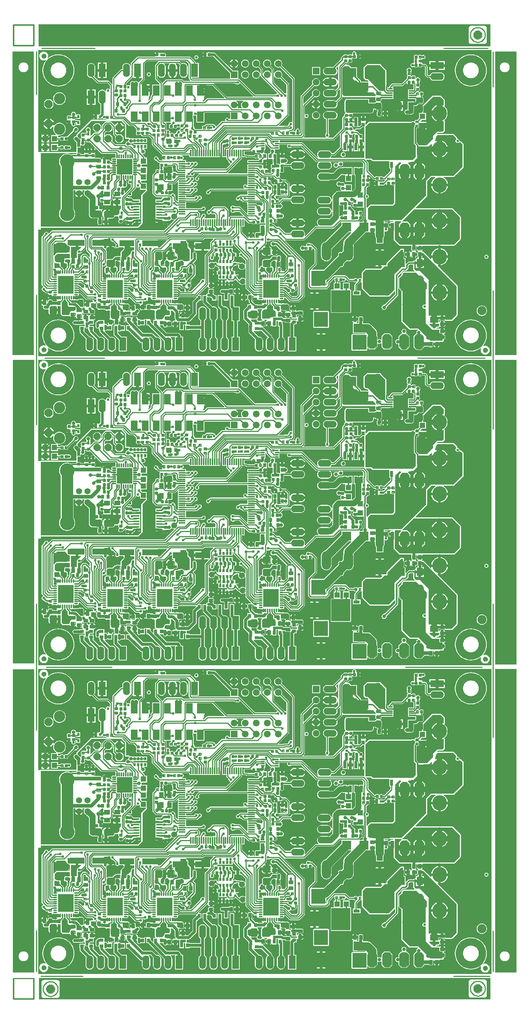
<source format=gbr>
G04 Generated on UCAM*
%FSLAX25Y25*%
%MOIN*%
%IPPOS*%
%ADD10C,0.00900*%
%ADD11C,0.00100*%
%ADD12C,0.00200*%
%ADD13C,0.00400*%
%ADD14C,0.00800*%
%ADD15C,0.01600*%
%ADD16C,0.01200*%
%ADD17C,0.06700*%
%ADD18C,0.01000*%
%ADD19C,0.02200*%
%ADD20R,0.08100X0.08100*%
%ADD21R,0.07290X0.05630*%
%ADD22R,0.02840X0.03660*%
%ADD23R,0.03660X0.02840*%
%ADD24R,0.06110X0.09370*%
%ADD25R,0.14370X0.16340*%
%ADD26O,0.01180X0.03550*%
%ADD27O,0.03550X0.01180*%
%ADD28R,0.05000X0.05000*%
%ADD29R,0.20280X0.08020*%
%ADD30R,0.04400X0.05400*%
%ADD31R,0.02560X0.03350*%
%ADD32R,0.02600X0.02600*%
%ADD33R,0.12800X0.06500*%
%ADD34R,0.02200X0.03000*%
%ADD35R,0.05400X0.04400*%
%ADD36R,0.05630X0.07290*%
%ADD37C,0.06200*%
%ADD38R,0.02600X0.06200*%
%ADD39R,0.06200X0.01400*%
%ADD40R,0.01400X0.06200*%
%ADD41R,0.05200X0.01700*%
%ADD42R,0.13900X0.13900*%
%ADD43R,0.03740X0.13190*%
%ADD44R,0.02200X0.02800*%
%ADD45R,0.02370X0.02170*%
%ADD46R,0.13590X0.05710*%
%ADD47R,0.04530X0.06890*%
%ADD48R,0.05710X0.13590*%
%ADD49R,0.03350X0.01380*%
%ADD50R,0.05800X0.03000*%
%ADD51R,0.17200X0.19900*%
%ADD52R,0.19900X0.17200*%
%ADD53R,0.03000X0.05800*%
%ADD54R,0.04220X0.01380*%
%ADD55C,0.07700*%
%ADD56C,0.03200*%
%ADD57C,0.02400*%
%ADD58C,0.05200*%
%ADD59C,0.02600*%
%ADD60C,0.03800*%
%ADD61C,0.02700*%
%ADD62C,0.01300*%
%ADD63C,0.02500*%
%ADD64C,0.01700*%
%ADD65C,0.01400*%
%ADD66C,0.03700*%
%ADD67C,0.04700*%
%ADD68C,0.01100*%
%ADD69C,0.07200*%
%ADD70C,0.02900*%
%ADD71C,0.01150*%
%ADD72C,0.04200*%
%ADD73C,0.01800*%
%ADD74C,0.03400*%
%ADD75C,0.01350*%
%ADD76C,0.01500*%
%ADD77C,0.10200*%
%ADD78R,0.18800X0.08030*%
%ADD79R,0.12400X0.13600*%
%ADD80R,0.13000X0.13400*%
%ADD81R,0.12500X0.13700*%
%ADD82R,0.12400X0.13500*%
%ADD83R,0.12500X0.13300*%
%ADD84R,0.14000X0.11800*%
%ADD85R,0.13400X0.12750*%
%ADD86R,0.06200X0.12200*%
%ADD87O,0.06200X0.12200*%
%ADD88O,0.12200X0.06200*%
%ADD89R,0.12200X0.06200*%
%ADD90C,0.08200*%
%AMBOXS*
$10=$1/2*$11=$2/2*$12=$10-$3*$13=$11-$4*
4,1-$6,8,0-$12,$11,$12,$11,$10,$13,$10,0-$13,$12,0-$11,0-$12,0-$11,0-$10,0-$13,0-$10,$13,0-$12,$11,$5*%
%ADD91BOXS,0.07203X0.07203X0.02110X0.02110X45.00X0*%
%ADD92C,0.05600*%
%ADD93C,0.13250*%
%ADD94BOXS,0.06399X0.06399X0.01874X0.01874X45.00X0*%
%ADD95O,0.08450X0.16700*%
%ADD96O,0.13200X0.13800*%
%ADD97R,0.06110X0.06110*%
%ADD98C,0.06110*%
%ADD99O,0.12010X0.06110*%
%ADD100C,0.03000*%
%ADD101C,0.01000*%
%ADD102C,0.09000*%
%SRX1Y1I0.00000J0.00000*%
%LN25543_layer1*%
%LPD*%
G36*
X524190Y488300D02*
X524590Y487710D01*
X525180Y487310*
X525890Y487170*
X526590Y487310*
X527180Y487710*
X527580Y488300*
X527720Y489010*
X527580Y489710*
X527180Y490300*
X526590Y490700*
X525890Y490840*
X525180Y490700*
X524590Y490300*
X524190Y489710*
X524050Y489010*
X473523*
X472275Y490260*
X475940*
X482180*
X484580*
X490830*
X490780Y490830*
X490350Y492240*
X489650Y493540*
X488710Y494690*
X487570Y495620*
X486270Y496320*
X484860Y496750*
X484580Y496770*
Y490260*
X482180*
Y496770*
X481910Y496750*
X480500Y496320*
X479200Y495620*
X478060Y494690*
X477120Y493540*
X476420Y492240*
X475990Y490830*
X475940Y490260*
X472275*
X469310Y493230*
X468980Y493450*
X468590Y493530*
X467950*
X467730Y493480*
X467410Y493690*
X467360Y494200*
X467480Y494280*
X467830Y494800*
X467950Y495420*
Y495610*
X462970*
Y495420*
X463100Y494800*
X463450Y494280*
X463680Y494130*
Y493530*
X463660Y493520*
X463380Y493090*
X463280Y492590*
Y489820*
X463380Y489320*
X463660Y488900*
Y487650*
X461980*
Y486360*
X461480Y486100*
X461380Y486140*
X461290*
X461200Y486160*
X461090Y486140*
X460980*
X460900Y486100*
X460810Y486090*
X460710Y486030*
X460610Y485990*
X460140Y485670*
X460090Y485660*
X460010Y485610*
X459920Y485570*
X459850Y485500*
X459760Y485440*
X459710Y485360*
X459640Y485290*
X459600Y485190*
X459540Y485110*
X459520Y485010*
X459490Y484920*
Y484820*
X459470Y484730*
X455680*
X455180Y484630*
X454750Y484340*
X453090Y482690*
X452590Y482890*
Y487650*
X451300*
Y489040*
X451490Y489320*
X451590Y489820*
X452270*
X452400Y489200*
X452750Y488680*
X453270Y488330*
X453560Y488270*
X461310*
X461600Y488330*
X462120Y488680*
X462470Y489200*
X462600Y489820*
Y490010*
X461310*
Y488270*
X453560*
Y490010*
X452270*
Y489820*
X451590*
Y492410*
X452270*
X453560*
Y494140*
X453270Y494080*
X452750Y493730*
X452400Y493210*
X452270Y492590*
Y492410*
X451590*
Y492590*
X451490Y493090*
X451300Y493370*
Y495310*
X451230Y495700*
X451010Y496030*
X450680Y496250*
X450290Y496330*
X448580*
X448190Y496250*
X447860Y496030*
X435580Y483750*
X435360Y483420*
X435280Y483030*
Y481410*
X435270Y481320*
X435180Y481310*
X433570*
X433440Y481280*
X432940Y481630*
Y486770*
X430390*
Y480280*
X431460*
X431650Y479820*
X430060Y478230*
X416590*
X416190Y478150*
X415860Y477930*
X413260Y475330*
X413040Y475000*
X412970Y474610*
Y469670*
X412470Y469420*
X412290Y469540*
X411850Y469630*
X410520*
X410080Y469540*
X409700Y469290*
X409570Y469090*
X409560Y469080*
X409020*
X409010Y469090*
X408880Y469290*
X408500Y469540*
X408060Y469630*
X406740*
X406290Y469540*
X405910Y469290*
X405660Y468910*
X405640Y468830*
X401750*
X398780Y471800*
X398410Y472040*
X397990Y472130*
X387990*
X387980*
X387560Y472040*
X387190Y471800*
X381990Y466600*
X381750Y466240*
X381660Y465810*
Y463470*
X381300Y463110*
X381250Y463130*
X380860Y463450*
X381030Y464310*
X380860Y465160*
X380800Y465240*
Y467690*
X381830Y468120*
X382760Y468830*
X393820Y479900*
X394480Y479760*
X395340Y479930*
X395861Y480280*
X425430*
X427990*
Y486770*
X425430*
Y480280*
X395861*
X396070Y480420*
X396560Y481150*
X396730Y482010*
X396600Y482670*
X399160Y485230*
X399530Y485080*
X400790Y484910*
X402040Y485080*
X403220Y485570*
X404230Y486340*
X405000Y487350*
X405490Y488520*
X405573Y489170*
X425430*
X427990*
X430390*
X432940*
Y495660*
X430390*
Y489170*
X427990*
Y495660*
X425430*
Y489170*
X405573*
X405650Y489780*
Y498030*
X405490Y499290*
X405270Y499800*
Y499870*
X416660Y511260*
X419610*
X420070Y511170*
X420380Y510960*
X421000Y510840*
X421190*
Y513330*
X423580*
Y510840*
X423770*
X424390Y510960*
X424450Y511000*
X424950Y510740*
Y508440*
X425090Y507350*
X425520Y506320*
X425730Y506050*
Y501050*
X432640*
Y506050*
X432850Y506320*
X433280Y507350*
X433420Y508440*
Y512020*
X433920Y512290*
X434180Y512110*
X434880Y511970*
X435590Y512110*
X436180Y512510*
X436580Y513100*
X436720Y513810*
X436620Y514310*
X436630Y514380*
X436670Y514560*
Y514590*
X436640Y514770*
X436610Y514960*
X436600Y514970*
Y514980*
X436500Y515120*
X436910Y515400*
X437190Y515820*
X437290Y516320*
X437970*
X438100Y515700*
X438450Y515180*
X438970Y514830*
X439260Y514770*
Y516510*
X437970*
Y516320*
X437290*
Y517400*
X437350Y517710*
X437290Y518010*
Y519090*
X437190Y519590*
X436910Y520020*
X436480Y520300*
X435980Y520400*
X434230*
X433920Y520340*
X433420Y520650*
Y521180*
X436690*
X437520Y521290*
X441440*
X441480Y521190*
X441450Y521080*
X441120Y520710*
X439590*
X438970Y520580*
X438450Y520230*
X438100Y519710*
X437970Y519090*
Y518910*
X440460*
Y517710*
X441660*
Y514590*
X441870Y514420*
Y504720*
X441950Y504330*
X442170Y503990*
X446780Y499390*
X447110Y499160*
X447500Y499090*
X457690*
X457810Y498940*
X458000Y498590*
X457930Y498190*
Y495420*
X458030Y494920*
X458310Y494500*
X458320Y494490*
Y493890*
X458090Y493730*
X457740Y493210*
X457690Y492940*
X457180*
X457130Y493210*
X456780Y493730*
X456250Y494080*
X455960Y494140*
Y489120*
X456190*
Y488930*
X456230Y488320*
X456250Y488330*
X456780Y488680*
X457130Y489200*
X457180Y489470*
X457690*
X457740Y489200*
X458090Y488680*
X458620Y488330*
X458650Y488320*
X458660Y488370*
X458670Y488620*
X458690Y489120*
X458910*
Y491210*
X460110*
Y492410*
X462600*
Y492590*
X462470Y493210*
X462120Y493730*
X461890Y493890*
Y494490*
X461910Y494500*
X462190Y494920*
X462290Y495420*
Y498190*
X462260Y498330*
X462600Y498840*
X462670Y498850*
X463040Y498520*
X462970Y498190*
Y498010*
X467310*
X467340Y498030*
Y498010*
X467950*
Y498190*
X467870Y498590*
X468200Y499090*
X496390*
X496780Y499160*
X497110Y499390*
X502420Y504690*
X502640Y505030*
X502710Y505420*
Y524920*
X502640Y525310*
X502420Y525640*
X495420Y532640*
X495080Y532860*
X494690Y532940*
X461710*
X461520Y533400*
X472010Y543890*
X472230Y544220*
X472300Y544610*
Y552860*
X475940*
X475990Y552290*
X476420Y550870*
X477120Y549570*
X478060Y548430*
X479200Y547490*
X480500Y546790*
X481910Y546360*
X482180Y546340*
X484580*
X484860Y546360*
X486270Y546790*
X487570Y547490*
X488710Y548430*
X489650Y549570*
X490350Y550870*
X490780Y552290*
X490830Y552860*
X484580*
Y546340*
X482180*
Y552860*
X475940*
X472300*
Y557680*
X476010Y561390*
X479570*
X479690Y560890*
X479200Y560620*
X478060Y559690*
X477120Y558540*
X476420Y557240*
X475990Y555830*
X475940Y555260*
X483380*
X490830*
X490780Y555830*
X490350Y557240*
X489650Y558540*
X488710Y559690*
X487570Y560620*
X487080Y560890*
X487200Y561390*
X495980*
X496380Y561460*
X496710Y561690*
X498110Y563090*
X505010Y569990*
X505230Y570320*
X505300Y570710*
Y590710*
X505230Y591100*
X505010Y591430*
X503090Y593340*
X502950Y593440*
X502820Y593540*
X502790Y593550*
X502760Y593560*
X502590Y593600*
X502430Y593640*
X501770Y593680*
X501520Y594010*
X501380Y594710*
X500980Y595300*
X500390Y595700*
X499690Y595840*
X499360Y596090*
X499320Y596750*
X499280Y596920*
X499240Y597080*
X499230Y597110*
X499220Y597140*
X499120Y597270*
X499020Y597410*
X496410Y600030*
X496080Y600250*
X495690Y600330*
X481450*
X481330Y600490*
X481220Y600800*
X481710Y601290*
X485980*
X486380Y601360*
X486710Y601590*
X487810Y602690*
X488030Y603020*
X488100Y603410*
Y611740*
X488080Y611870*
X488070Y611990*
X488040Y612060*
X488030Y612130*
X487960Y612240*
X487900Y612350*
X487850Y612400*
X487810Y612460*
X487750Y612840*
X487780Y613050*
X488500Y613640*
X489400Y614740*
X490070Y615990*
X490480Y617340*
X490620Y618760*
Y619360*
X490480Y620770*
X490070Y622120*
X489400Y623380*
X488500Y624470*
X487780Y625060*
X487750Y625270*
X487810Y625650*
X487850Y625710*
X487900Y625760*
X487960Y625870*
X488030Y625980*
X488040Y626050*
X488070Y626120*
X488080Y626250*
X488100Y626370*
Y631010*
X488030Y631400*
X487810Y631730*
X484910Y634630*
X484580Y634850*
X484180Y634930*
X477380*
X476990Y634850*
X476660Y634630*
X468050Y626010*
X467990Y625930*
X467920Y625860*
X467880Y625760*
X467830Y625680*
X467810Y625580*
X467770Y625490*
Y625390*
X467750Y625290*
X467770Y625190*
Y625090*
X467900Y624410*
Y622010*
X467810Y621520*
X467540Y621120*
X467500Y621020*
X467440Y620940*
X467420Y620840*
X467390Y620750*
Y620650*
X467370Y620550*
Y619240*
X464880*
Y614630*
X463360Y613100*
X462000*
X461560Y613010*
X461180Y612760*
X460930Y612390*
X460840Y611940*
Y611820*
X460340Y611550*
X460140Y611680*
X459290Y611850*
X458430Y611680*
X457900Y611330*
X419580*
X419190Y611250*
X418860Y611030*
X416600Y608760*
X416140Y608950*
Y610680*
X416440Y611060*
Y612430*
X414260*
X412080*
Y611060*
X412380Y610680*
Y608830*
X410700Y607150*
X409440*
Y614830*
X412080*
X413060*
X415460*
X416440*
Y616210*
X415460*
Y614830*
X413060*
Y616210*
X412080*
Y614830*
X409440*
Y615910*
X405680*
Y612820*
X405610Y612800*
X405110Y613150*
Y614120*
X405000Y614680*
X404680Y615150*
X404580Y615220*
X404470Y615740*
X404720Y616120*
X404810Y616570*
Y617890*
X404720Y618330*
X404650Y618430*
X404920Y618930*
X421310*
X422270Y619120*
X423080Y619670*
X423620Y620480*
X423810Y621430*
Y622630*
X424890*
X425000Y622460*
X425660Y622020*
X426440Y621870*
X427070*
Y621060*
X427010Y621020*
X426730Y620590*
X426630Y620090*
Y617320*
X426730Y616820*
X427010Y616400*
X427430Y616110*
X427930Y616010*
X429680*
X430180Y616110*
X430610Y616400*
X430890Y616820*
X430990Y617320*
X431670*
X431800Y616700*
X432150Y616180*
X432670Y615830*
X432960Y615770*
X435360*
X435650Y615830*
X436180Y616180*
X436530Y616700*
X436650Y617320*
Y617510*
X435360*
Y615770*
X432960*
Y617510*
X431670*
Y617320*
X430990*
Y619910*
X431670*
X432960*
X435360*
X436650*
Y620090*
X436530Y620710*
X436227Y621160*
X443800*
X445770*
X448170*
X450130*
Y624310*
X448170*
Y621160*
X445770*
Y624310*
X443800*
Y621160*
X436227*
X436180Y621230*
X435650Y621580*
X435360Y621640*
Y619910*
X432960*
Y621640*
X432670Y621580*
X432150Y621230*
X431800Y620710*
X431670Y620090*
Y619910*
X430990*
Y620090*
X430890Y620590*
X430610Y621020*
X430540Y621060*
Y622550*
X430930Y623130*
X431080Y623910*
Y626710*
X443800*
X445770*
X448170*
X450130*
Y629850*
X448170*
Y626710*
X445770*
Y629850*
X443800*
Y626710*
X431080*
Y627310*
X430930Y628090*
X430490Y628750*
X429830Y629190*
X429730Y629210*
Y629720*
X429870Y629750*
X430300Y630030*
X430580Y630450*
X430680Y630960*
Y631930*
X430750Y632000*
X438700*
X438880Y632040*
X441410*
Y638550*
X438880*
X438700Y638590*
X436070*
X435160Y639490*
Y639840*
X435145Y639910*
X436000*
X441410*
Y642490*
X440610*
X440420Y642950*
X441150Y643680*
X449490*
X449910Y643770*
X450280Y644010*
X452990Y646730*
X453460Y646540*
Y646450*
X453570Y645880*
X453890Y645410*
X454360Y645090*
X454380*
Y645480*
X454340*
X454380Y645530*
Y647210*
X456790*
Y645090*
X456810*
X457280Y645410*
X457350Y645510*
X457870Y645620*
X458250Y645370*
X458690Y645280*
X459690*
X459710Y645260*
Y640740*
X459490Y640520*
X454890*
Y632040*
X457430*
X457600Y632000*
X461450*
Y629750*
X461140Y629440*
X460270*
Y629550*
X454540*
Y622350*
X453780*
X452930Y622180*
X452200Y621690*
X451710Y620960*
X451540Y620110*
X451710Y619250*
X452200Y618520*
X452930Y618030*
X453780Y617860*
X456780*
X457400Y617780*
X458110Y617870*
X458760Y618150*
X459330Y618580*
X459760Y619140*
X460030Y619800*
X460120Y620500*
Y621460*
X460270*
Y625570*
X461940*
X462690Y625720*
X463310Y626140*
X464590Y627410*
X466880*
X467670Y627560*
X468330Y628000*
X468770Y628670*
X468920Y629450*
Y632050*
X468770Y632830*
X468330Y633490*
X467810Y633840*
Y634820*
X468090Y634870*
X468470Y635120*
X468720Y635500*
X468810Y635950*
Y637470*
X468720Y637910*
X468470Y638290*
X468090Y638540*
X467640Y638630*
X466320*
X465880Y638540*
X465500Y638290*
X465370Y638090*
X465360Y638080*
X464820*
X464810Y638090*
X464680Y638290*
X464300Y638540*
X464030Y638590*
X464080Y639090*
X464340*
X464790Y639180*
X465170Y639430*
X465420Y639810*
X465510Y640260*
Y641580*
X465420Y642020*
X465170Y642400*
X464960Y642530*
Y643090*
X465170Y643220*
X465420Y643600*
X465510Y644050*
Y645370*
X465420Y645810*
X465170Y646190*
X465210Y646710*
X465220Y646730*
X465230Y646740*
X465260Y646920*
X465300Y647100*
X465310Y647220*
Y647290*
X465330Y647360*
X465340Y647410*
X465350Y647460*
X465370Y647490*
X465390Y647530*
X465400Y647550*
X465430Y647580*
X465480Y647640*
X465580Y647790*
X465680Y647940*
Y647960*
X465690Y647980*
X465720Y648160*
X465750Y648340*
Y648370*
X465720Y648500*
X465760Y648550*
X465930Y649410*
X465760Y650260*
X465270Y650990*
X464540Y651480*
X463680Y651650*
X462830Y651480*
X462210Y651060*
X461830Y651200*
X461710Y651290*
Y652070*
X461620Y652510*
X461370Y652890*
X460990Y653140*
X460550Y653230*
X459030*
X458580Y653140*
X458200Y652890*
X458060Y652670*
X457520*
X457370Y652900*
X457160Y653030*
Y653590*
X457370Y653720*
X457620Y654100*
X457710Y654550*
Y655870*
X457620Y656300*
X457680Y656390*
X457780Y656540*
Y656560*
X457790Y656580*
X457820Y656760*
X457850Y656940*
Y656970*
X457820Y657100*
X457860Y657150*
X458030Y658010*
X457860Y658860*
X457370Y659590*
X456640Y660080*
X455780Y660250*
X454930Y660080*
X454200Y659590*
X453710Y658860*
X453540Y658010*
X453710Y657150*
X453750Y657100*
X453720Y656970*
Y656940*
X453750Y656760*
X453780Y656580*
X453790Y656560*
Y656540*
X453890Y656390*
X453950Y656300*
X453860Y655870*
Y654550*
X453950Y654100*
X454200Y653720*
X454410Y653590*
Y653030*
X454200Y652900*
X453950Y652520*
X453860Y652080*
Y650770*
X449020Y645930*
X440690*
X440680*
X440260Y645840*
X439890Y645600*
X439510Y645220*
X439500Y645210*
X437910Y643620*
X437670Y643260*
X437580Y642830*
X437250Y642490*
X436000*
Y639910*
X435145*
X435090Y640170*
Y643020*
X435170Y643400*
X435190Y643450*
Y643550*
X435200Y643650*
Y657610*
X435130Y658000*
X434910Y658330*
X430621Y662610*
X457150*
X457290Y661900*
X457690Y661310*
X458280Y660910*
X458980Y660770*
X459490Y660870*
X459570Y660860*
X459750Y660820*
X459760*
X459770*
X459960Y660850*
X460140Y660890*
X460150*
X460160*
X460500Y661020*
X460880Y660770*
X461320Y660680*
X462650*
X463090Y660770*
X463470Y661020*
X463600Y661230*
X463610*
X464150*
X464160*
X464290Y661020*
X464670Y660770*
X465110Y660680*
X466430*
X466880Y660770*
X467260Y661020*
X467510Y661400*
X467540Y661540*
X469790*
X470240Y661090*
Y653730*
X470320Y653320*
X470550Y652970*
X472050Y651470*
X472400Y651240*
X472810Y651160*
X474610*
X474950Y650340*
X475550Y649570*
X476320Y648970*
X477220Y648600*
X478180Y648470*
X484180*
X485150Y648600*
X486050Y648970*
X486820Y649570*
X487420Y650340*
X487790Y651240*
X487920Y652210*
X487790Y653170*
X487420Y654070*
X486820Y654850*
X486050Y655440*
X485150Y655810*
X484180Y655940*
X478180*
X477220Y655810*
X476320Y655440*
X475550Y654850*
X474950Y654070*
X474630Y653300*
X473250*
X472380Y654170*
Y657870*
X497320*
X497500Y655610*
X498030Y653400*
X498900Y651290*
X500090Y649360*
X501560Y647630*
X503290Y646150*
X505230Y644960*
X507330Y644090*
X509540Y643560*
X511810Y643380*
X514080Y643560*
X516290Y644090*
X518390Y644960*
X520330Y646150*
X522060Y647630*
X523540Y649360*
X524720Y651290*
X525590Y653400*
X526130Y655610*
X526300Y657870*
X526130Y660140*
X525590Y662350*
X524720Y664450*
X523540Y666390*
X522060Y668120*
X520330Y669600*
X518390Y670790*
X516290Y671660*
X514080Y672190*
X511810Y672370*
X509540Y672190*
X507330Y671660*
X505230Y670790*
X503290Y669600*
X501560Y668120*
X500090Y666390*
X498900Y664450*
X498030Y662350*
X497500Y660140*
X497320Y657870*
X472380*
Y658210*
X474180*
X479980*
X482390*
X488180*
Y661010*
X482390*
Y658210*
X479980*
Y661010*
X474180*
Y658210*
X472380*
Y661530*
X472300Y661940*
X472070Y662290*
X470990Y663360*
X470919Y663410*
X474180*
X479980*
X482390*
X488180*
Y666210*
X482390*
Y663410*
X479980*
Y666210*
X474180*
Y663410*
X470919*
X470650Y663600*
X470240Y663680*
X467990*
X467670Y664180*
X467740Y664320*
Y665110*
X465660*
Y667510*
X467740*
Y667790*
X467920Y668170*
X468230Y668260*
X468690Y668170*
X469390Y668310*
X469980Y668710*
X470380Y669300*
X470520Y670010*
X470380Y670710*
X469980Y671300*
X469390Y671700*
X468690Y671840*
X468180Y671740*
X468120Y671750*
X467950Y671790*
X467920*
X467900Y671800*
X467730Y671760*
X467550Y671740*
X467530Y671720*
X467510*
X467270Y671590*
X466890Y671840*
X466450Y671930*
X465120*
X464680Y671840*
X464300Y671590*
X464170Y671390*
X464160Y671380*
X463620*
X463610Y671390*
X463480Y671590*
X463100Y671840*
X462660Y671930*
X461340*
X460890Y671840*
X460510Y671590*
X460260Y671210*
X460170Y670770*
Y669250*
X460260Y668800*
X460470Y668490*
X460340Y667990*
X460130*
Y664840*
X460110Y664770*
X459830Y664460*
X459780Y664420*
X459730Y664390*
X459570Y664350*
X459490Y664340*
X458980Y664440*
X458280Y664300*
X457690Y663900*
X457290Y663310*
X457150Y662610*
X430621*
X430040Y663190*
Y663300*
X429890*
X429680Y663450*
X429290Y663530*
X417990*
X417590Y663450*
X417260Y663230*
X414860Y660830*
X414640Y660500*
X414570Y660110*
Y651210*
X414640Y650820*
X414860Y650490*
X416060Y649290*
X416390Y649060*
X416790Y648990*
X418060*
X419000Y648050*
X418810Y647590*
X412310*
Y647930*
X412210Y648440*
X411920Y648870*
X408460Y652330*
Y660760*
X403580*
X401910Y662430*
X401580Y662650*
X401180Y662730*
X399160*
X398900Y663230*
Y663240*
X399870*
X400280Y663320*
X400630Y663550*
X401900Y664820*
X402970*
X403420Y664910*
X403790Y665160*
X404040Y665540*
X404130Y665980*
Y667300*
X404040Y667750*
X403790Y668120*
X403730Y668160*
X403700Y668710*
X403930Y668930*
X404460Y668890*
X404500Y668820*
X404880Y668570*
X405320Y668480*
X406650*
X407090Y668570*
X407470Y668820*
X407990Y668710*
X408060Y668610*
X408530Y668290*
X408550*
X410950*
X410980*
X411450Y668610*
X411770Y669080*
X411800Y669210*
X410950*
Y668290*
X408550*
Y671610*
X410950*
X411800*
X411770Y671730*
X411450Y672200*
X410980Y672520*
X410950Y672530*
Y671610*
X408550*
Y672530*
X408530Y672520*
X408250Y672330*
X407900Y672470*
X407860Y672490*
X407770Y672600*
X407730Y672740*
X407720Y672800*
X407820Y673310*
X407680Y674010*
X407280Y674600*
X406690Y675000*
X405990Y675140*
X405280Y675000*
X404690Y674600*
X404290Y674010*
X404150Y673310*
X404250Y672800*
X404240Y672740*
X404200Y672570*
Y672490*
X403930Y672080*
X403860Y672020*
X403670Y671990*
X403420Y672170*
X402970Y672250*
X401450*
X401010Y672170*
X400630Y671910*
X400460Y671650*
X399960*
X399790Y671910*
X399410Y672170*
X398970Y672250*
X397450*
X397010Y672170*
X396630Y671910*
X396420Y671600*
X396120Y671540*
X395720Y671270*
X394220Y669770*
X393950Y669370*
X393860Y668910*
Y667810*
X386910Y660860*
X381350*
X380400Y660740*
X379510Y660370*
X378750Y659780*
X378160Y659020*
X377790Y658130*
X377670Y657180*
X377790Y656220*
X378160Y655330*
X378750Y654570*
X379510Y653990*
X380400Y653620*
X381350Y653490*
X387260*
X388210Y653620*
X389100Y653990*
X389860Y654570*
X390450Y655330*
X390820Y656220*
X390940Y657180*
X390820Y658130*
X390450Y659020*
X389860Y659780*
X389840Y659800*
X389810Y660300*
X391090Y661580*
X391190Y661560*
X391610Y661120*
Y648210*
X391110Y648180*
Y648210*
X390710Y649170*
X390080Y650000*
X389250Y650630*
X388290Y651030*
X387260Y651160*
X385510*
Y643190*
X387260*
X388290Y643330*
X389250Y643720*
X390080Y644360*
X390710Y645180*
X391110Y646150*
Y646180*
X391610Y646150*
Y642650*
X389230Y640270*
X389100Y640370*
X388210Y640740*
X387260Y640860*
X381350*
X380400Y640740*
X379510Y640370*
X378750Y639780*
X378160Y639020*
X377790Y638130*
X377670Y637180*
X377790Y636220*
X378160Y635340*
X378750Y634570*
X379510Y633990*
X380400Y633620*
X381350Y633490*
X387260*
X388210Y633620*
X389100Y633990*
X389860Y634570*
X390450Y635340*
X390820Y636220*
X390940Y637180*
X390820Y638130*
X390610Y638620*
X392550Y640560*
X393010Y640370*
Y633850*
X389350Y630180*
X389100Y630370*
X388210Y630740*
X387260Y630860*
X381350*
X380400Y630740*
X379510Y630370*
X378750Y629780*
X378160Y629020*
X377790Y628130*
X377670Y627180*
X377790Y626220*
X378160Y625330*
X378750Y624570*
X379510Y623990*
X380400Y623620*
X381350Y623490*
X387260*
X388210Y623620*
X389100Y623990*
X389860Y624570*
X390450Y625330*
X390820Y626220*
X390940Y627180*
X390820Y628130*
X390670Y628480*
X394840Y632650*
X395070Y633000*
X395160Y633410*
Y633940*
X395620Y634130*
X395760Y633990*
X396090Y633760*
X396480Y633690*
X425110*
X425270Y633510*
X425400Y633220*
X425390Y633200*
X425290Y632700*
Y630960*
X425390Y630450*
X425670Y630030*
X426050Y629780*
X426070Y629600*
X426000Y629260*
X425660Y629190*
X425000Y628750*
X424890Y628580*
X419620*
Y631840*
X398150*
Y631120*
X397920Y630970*
X397380Y630160*
X397190Y629210*
Y621410*
X397380Y620450*
X397920Y619640*
X398040Y619560*
X397930Y619030*
X397680Y618980*
X397300Y618730*
X397050Y618350*
X396960Y617910*
Y616910*
X395620Y615560*
X395370Y615200*
X395290Y614770*
Y605300*
X386850Y596850*
X382540*
X382330Y597320*
X382340Y597350*
X382910Y597730*
X383310Y598330*
X383450Y599030*
X383340Y599540*
X383360Y599610*
X383400Y599800*
Y599820*
X383360Y600000*
X383330Y600190*
X383320Y600200*
Y600210*
X383220Y600360*
X383120Y600520*
X383060Y600580*
X383030Y600610*
X383010Y600640*
X383000Y600660*
X382990Y600680*
Y600690*
X382980Y600700*
Y600780*
X382940Y600950*
X382900Y601120*
X382890Y601140*
Y601160*
X382780Y601310*
X382680Y601460*
Y613490*
X387260*
X388210Y613620*
X389100Y613990*
X389860Y614570*
X390450Y615330*
X390820Y616220*
X390940Y617180*
X390820Y618130*
X390450Y619020*
X389860Y619780*
X389100Y620370*
X388210Y620740*
X387260Y620860*
X381350*
X380400Y620740*
X379510Y620370*
X378750Y619780*
X378160Y619020*
X377790Y618130*
X377670Y617180*
X377790Y616220*
X378160Y615330*
X378750Y614570*
X379510Y613990*
X380400Y613620*
X380540Y613600*
Y601460*
X380440Y601310*
X380340Y601160*
X380330Y601140*
X380320Y601120*
X380280Y600950*
X380240Y600780*
Y600700*
X380230Y600690*
Y600680*
X380220Y600660*
X380210Y600640*
X380190Y600610*
X380160Y600580*
X380100Y600520*
X380000Y600360*
X379900Y600210*
Y600200*
X379890Y600190*
X379860Y600000*
X379820Y599820*
Y599800*
X379860Y599610*
X379880Y599540*
X379770Y599030*
X379910Y598330*
X380310Y597730*
X380880Y597350*
X380890Y597320*
X380680Y596850*
X360170*
X359980Y597310*
X360880Y598210*
X361120Y598580*
X361210Y599010*
Y614800*
X361710Y615060*
X362080Y614810*
X362790Y614670*
X363490Y614810*
X364080Y615210*
X364480Y615800*
X364620Y616510*
X364486Y617180*
X367670*
X367790Y616220*
X368160Y615330*
X368750Y614570*
X369510Y613990*
X370400Y613620*
X371350Y613490*
X372310Y613620*
X373200Y613990*
X373960Y614570*
X374540Y615330*
X374910Y616220*
X375040Y617180*
X374910Y618130*
X374540Y619020*
X373960Y619780*
X373200Y620370*
X372310Y620740*
X371350Y620860*
X370400Y620740*
X369510Y620370*
X368750Y619780*
X368160Y619020*
X367790Y618130*
X367670Y617180*
X364486*
X364480Y617210*
X364080Y617800*
X363490Y618200*
X362790Y618340*
X362080Y618200*
X361710Y617950*
X361210Y618220*
Y625440*
X361749Y625980*
X367570*
X367900Y625180*
X368530Y624360*
X369360Y623720*
X370150Y623400*
X372550*
X373350Y623720*
X374170Y624360*
X374810Y625180*
X375130Y625980*
X372550*
Y623400*
X370150*
Y625980*
X367570*
X361749*
X364147Y628380*
X367570*
X370150*
X372550*
X375130*
X374810Y629170*
X374170Y630000*
X373350Y630630*
X372550Y630960*
Y628380*
X370150*
Y630960*
X369360Y630630*
X368530Y630000*
X367900Y629170*
X367570Y628380*
X364147*
X369680Y633920*
X370400Y633620*
X371350Y633490*
X372310Y633620*
X373200Y633990*
X373960Y634570*
X374540Y635340*
X374910Y636220*
X375040Y637180*
X374910Y638130*
X374540Y639020*
X373960Y639780*
X373200Y640370*
X372310Y640740*
X371350Y640860*
X370400Y640740*
X369510Y640370*
X368750Y639780*
X368160Y639020*
X367790Y638130*
X367670Y637180*
X367790Y636220*
X368090Y635500*
X360170Y627580*
X359710Y627770*
Y633940*
X369680Y643920*
X370400Y643620*
X371350Y643490*
X372310Y643620*
X373200Y643990*
X373960Y644570*
X374540Y645340*
X374809Y645980*
X377570*
X377900Y645180*
X378530Y644360*
X379360Y643720*
X380320Y643330*
X381350Y643190*
X383110*
Y645980*
X377570*
X374809*
X374910Y646220*
X375040Y647180*
X374910Y648130*
X374806Y648380*
X377570*
X383110*
Y651160*
X381350*
X380320Y651030*
X379360Y650630*
X378530Y650000*
X377900Y649170*
X377570Y648380*
X374806*
X374540Y649020*
X373960Y649780*
X373200Y650370*
X372310Y650740*
X371350Y650860*
X370400Y650740*
X369510Y650370*
X368750Y649780*
X368160Y649020*
X367790Y648130*
X367670Y647180*
X367790Y646220*
X368090Y645500*
X357790Y635200*
X357550Y634840*
X357460Y634410*
Y600670*
X356990Y600190*
X356690Y600290*
X356510Y600420*
Y601870*
X356420Y602310*
X356440Y602440*
X356470Y602620*
Y602640*
X356430Y602830*
X356420Y602900*
X356520Y603410*
X356380Y604110*
X355980Y604700*
X355390Y605100*
X354680Y605240*
X353980Y605100*
X353390Y604700*
X352990Y604110*
X352850Y603410*
X352950Y602900*
X352940Y602830*
X352920Y602770*
X352510Y602630*
X352420*
X352380Y602690*
X352000Y602940*
X351560Y603030*
X351170*
X350980Y603490*
X351670Y604170*
X351900Y604520*
X351980Y604930*
Y650180*
X351900Y650590*
X351670Y650940*
X349088Y653520*
X367700*
X375010*
Y660830*
X367700*
Y653520*
X349088*
X340320Y662280*
X340640Y663050*
X340770Y664010*
X340640Y664960*
X340280Y665850*
X339690Y666610*
X338930Y667200*
X338040Y667570*
X337090Y667690*
X336130Y667570*
X335240Y667200*
X334480Y666610*
X333890Y665850*
X333530Y664960*
X333400Y664010*
X333530Y663050*
X333890Y662160*
X334480Y661400*
X335240Y660820*
X336130Y660450*
X337090Y660320*
X338040Y660450*
X338810Y660770*
X349840Y649740*
Y611060*
X349400Y610830*
X349290Y610900*
X348590Y611040*
X347880Y610900*
X347290Y610500*
X346910Y609940*
X346890Y609930*
X346740Y609820*
X346730Y609810*
X346720Y609800*
X346630Y609640*
X346530Y609480*
Y609470*
X346520Y609450*
X346500Y609270*
X346470Y609090*
Y609010*
X346460Y609000*
Y608990*
X346440Y608970*
X346400Y608920*
X346390Y608910*
X346370Y608900*
X346280Y608740*
X346190Y608590*
Y608570*
X346180Y608550*
X346150Y608370*
X346130Y608240*
X345650Y607750*
X342710*
X342280Y607670*
X342070Y607530*
X337850*
X337650Y607990*
X346540Y616870*
X346780Y617240*
X346870Y617670*
Y645350*
X346780Y645780*
X346540Y646140*
X340350Y652330*
X340640Y653050*
X340770Y654010*
X340640Y654960*
X340280Y655850*
X339690Y656610*
X338930Y657200*
X338040Y657570*
X337090Y657690*
X336130Y657570*
X335240Y657200*
X334480Y656610*
X333890Y655850*
X333660Y655270*
X333160Y655370*
Y659010*
X333070Y659420*
X332840Y659760*
X330320Y662280*
X330640Y663050*
X330770Y664010*
X330640Y664960*
X330280Y665850*
X329690Y666610*
X328930Y667200*
X328040Y667570*
X327080Y667690*
X326130Y667570*
X325240Y667200*
X324480Y666610*
X323890Y665850*
X323530Y664960*
X323400Y664010*
X323530Y663050*
X323890Y662160*
X324480Y661400*
X325240Y660820*
X326130Y660450*
X327080Y660320*
X328040Y660450*
X328810Y660770*
X331010Y658560*
Y655370*
X330510Y655270*
X330280Y655850*
X329690Y656610*
X328930Y657200*
X328040Y657570*
X327080Y657690*
X326130Y657570*
X325240Y657200*
X324480Y656610*
X323890Y655850*
X323680Y655330*
X323180Y655430*
Y658980*
X323100Y659390*
X322870Y659740*
X320320Y662280*
X320640Y663050*
X320770Y664010*
X320640Y664960*
X320280Y665850*
X319690Y666610*
X318930Y667200*
X318040Y667570*
X317090Y667690*
X316130Y667570*
X315240Y667200*
X314480Y666610*
X313890Y665850*
X313530Y664960*
X313400Y664010*
X313530Y663050*
X313890Y662160*
X314480Y661400*
X315240Y660820*
X316130Y660450*
X317090Y660320*
X318040Y660450*
X318810Y660770*
X321040Y658540*
Y655310*
X320540Y655210*
X320280Y655850*
X319690Y656610*
X318930Y657200*
X318040Y657570*
X317090Y657690*
X316130Y657570*
X315240Y657200*
X314480Y656610*
X313890Y655850*
X313530Y654960*
X313400Y654010*
X313530Y653050*
X313890Y652160*
X314480Y651400*
X315240Y650820*
X316130Y650450*
X317090Y650320*
X318040Y650450*
X318930Y650820*
X319690Y651400*
X320280Y652160*
X320580Y652890*
X321100Y652840*
X321120Y652720*
X321350Y652370*
X336410Y637320*
X336390Y637230*
X336120Y636910*
X336020Y636820*
X335840Y636780*
X335650Y636750*
X335630Y636740*
X335480Y636640*
X335320Y636540*
X335260Y636480*
X335230Y636450*
X335200Y636440*
X335180Y636420*
X335170Y636410*
X335150*
X335140*
X335130Y636400*
X335120*
X335060*
X334890Y636360*
X334720Y636320*
X334700Y636310*
X334680*
X334530Y636200*
X334390Y636100*
X316050*
X302070Y650090*
X301720Y650320*
X301310Y650400*
X300740*
Y654010*
X303400*
X303530Y653050*
X303890Y652160*
X304480Y651400*
X305240Y650820*
X306130Y650450*
X307080Y650320*
X308040Y650450*
X308930Y650820*
X309690Y651400*
X310280Y652160*
X310640Y653050*
X310770Y654010*
X310640Y654960*
X310280Y655850*
X309690Y656610*
X308930Y657200*
X308040Y657570*
X307080Y657690*
X306130Y657570*
X305240Y657200*
X304480Y656610*
X303890Y655850*
X303530Y654960*
X303400Y654010*
X300740*
Y657660*
X295880*
X290730Y662810*
X293300*
X293630Y662010*
X294270Y661190*
X295090Y660550*
X295880Y660220*
X298290*
X299080Y660550*
X299900Y661190*
X300540Y662010*
X300870Y662810*
X298290*
Y660220*
X295880*
Y662810*
X293300*
X290730*
X289530Y664010*
X303400*
X303530Y663050*
X303890Y662160*
X304480Y661400*
X305240Y660820*
X306130Y660450*
X307080Y660320*
X308040Y660450*
X308930Y660820*
X309690Y661400*
X310280Y662160*
X310640Y663050*
X310770Y664010*
X310640Y664960*
X310280Y665850*
X309690Y666610*
X308930Y667200*
X308040Y667570*
X307080Y667690*
X306130Y667570*
X305240Y667200*
X304480Y666610*
X303890Y665850*
X303530Y664960*
X303400Y664010*
X289530*
X288330Y665210*
X293300*
X295880*
X298290*
X300870*
X300540Y666000*
X299900Y666830*
X299080Y667460*
X298290Y667790*
Y665210*
X295880*
Y667790*
X295090Y667460*
X294270Y666830*
X293630Y666000*
X293300Y665210*
X288330*
X280110Y673430*
X279550Y673810*
X278890Y673940*
X275610*
X275460Y674040*
X275010Y674130*
X273690*
X273250Y674040*
X272870Y673790*
X272350Y673900*
X272280Y674000*
X271810Y674320*
X271780Y674330*
Y670090*
X271810*
X272280Y670410*
X272350Y670510*
X272870Y670620*
X273250Y670370*
X273690Y670280*
X275010*
X275460Y670370*
X275610Y670470*
X278170*
X293430Y655210*
Y650400*
X259090*
X258830Y650720*
X259030Y651170*
X265010*
Y664570*
X262380*
Y664940*
X262290Y665350*
X262060Y665690*
X258129Y669630*
X261070*
X261210Y668930*
X261610Y668330*
X262210Y667940*
X262910Y667800*
X263610Y667940*
X264210Y668330*
X264610Y668930*
X264750Y669630*
X264610Y670330*
X264210Y670930*
X264090Y671010*
X268540*
X268570Y670880*
X268890Y670410*
X269360Y670090*
X269390*
Y671010*
X268540*
X264090*
X263610Y671330*
X262910Y671470*
X262210Y671330*
X261610Y670930*
X261210Y670330*
X261070Y669630*
X258129*
X257770Y669990*
X257420Y670220*
X257010Y670300*
X235240*
X235020Y670800*
X235310Y671230*
X235450Y671930*
X235310Y672630*
X234910Y673230*
X234640Y673410*
X268540*
X269390*
Y674330*
X269360Y674320*
X268890Y674000*
X268570Y673530*
X268540Y673410*
X234640*
X234310Y673630*
X233610Y673770*
X232910Y673630*
X232810Y673560*
X231160*
X231040Y673540*
X229500*
Y673840*
X228610*
Y671860*
X227410*
Y670660*
X225330*
Y670300*
X209810*
X209400Y670220*
X209050Y669990*
X203850Y664790*
X203620Y664440*
X203540Y664030*
Y662080*
X203040Y661980*
X202740Y662700*
X202150Y663470*
X201380Y664060*
X200480Y664440*
X199510Y664560*
X198540Y664440*
X197640Y664060*
X196870Y663470*
X196280Y662700*
X195910Y661800*
X195780Y660830*
Y658950*
X194810*
X194380Y658870*
X194020Y658620*
X187120Y651720*
X186870Y651360*
X186790Y650930*
Y645600*
X186350Y645440*
X186290*
X183500Y648220*
X183140Y648470*
X182710Y648550*
X174120*
X171846Y650830*
X173410*
X176210*
X178610*
X181410*
Y656630*
X178610*
Y650830*
X176210*
Y656630*
X173410*
Y650830*
X171846*
X170240Y652440*
X170640Y652970*
X171020Y653870*
X171140Y654830*
Y659030*
X173410*
X176210*
X178610*
X181410*
Y664830*
X178610*
Y659030*
X176210*
Y664830*
X173410*
Y659030*
X171140*
Y660830*
X171020Y661800*
X170640Y662700*
X170050Y663470*
X169280Y664060*
X168380Y664440*
X167410Y664560*
X166440Y664440*
X165540Y664060*
X164770Y663470*
X164180Y662700*
X163810Y661800*
X163680Y660830*
Y654830*
X163810Y653870*
X164180Y652970*
X164770Y652190*
X165540Y651600*
X166440Y651230*
X167410Y651100*
X168290Y651220*
X172870Y646640*
X173230Y646400*
X173660Y646310*
X182250*
X184390Y644170*
Y641190*
X184230Y641080*
X183890Y640970*
X183390Y641300*
X182690Y641440*
X181980Y641300*
X181390Y640900*
X180990Y640310*
X180850Y639610*
X180880Y639480*
X180470Y638960*
X180360*
X180050Y639370*
X179280Y639960*
X178380Y640340*
X177410Y640460*
X176440Y640340*
X175540Y639960*
X174770Y639370*
X174180Y638600*
X173810Y637700*
X173680Y636730*
Y630730*
X173810Y629770*
X174180Y628870*
X174770Y628090*
X175540Y627500*
X175680Y627440*
Y618730*
X174590Y617640*
X173700*
Y617940*
X172820*
Y613970*
X173700*
Y614270*
X175110*
X175360Y614220*
X175600Y614270*
X177140*
Y614540*
X177640Y614690*
X177910Y614280*
X178510Y613890*
X179210Y613750*
X179630Y613830*
X179700Y613810*
X179870Y613760*
X179890*
X179910*
X180090Y613780*
X180270Y613800*
X180290Y613810*
X180310Y613820*
X180460Y613910*
X180590Y613980*
X180640Y613950*
X181020Y613700*
X181380Y613630*
X181330Y613130*
X167910*
X167520Y613050*
X167190Y612830*
X154500Y600130*
X154270Y599800*
X154200Y599410*
X154270Y599020*
X154300Y598990*
Y598660*
X153910Y598340*
X153880Y598350*
X153030Y598180*
X152300Y597690*
X151810Y596960*
X151640Y596110*
X151810Y595250*
X152300Y594520*
X153990Y592820*
X154030Y592650*
X154170Y592450*
Y589860*
X154200Y589680*
Y587960*
X154300*
Y584550*
X153800Y584090*
X153760Y584080*
X153720Y584090*
X121950*
X121560Y584010*
X121290Y583830*
X119100*
Y584710*
X122580*
X124780*
X127180*
X129380*
Y585010*
X131220*
X137420*
Y586880*
X139140*
X139160Y586800*
X139410Y586420*
X139790Y586170*
X140240Y586080*
X141560*
X142000Y586170*
X142380Y586420*
X142510Y586630*
X142520*
X143060*
X143070*
X143200Y586420*
X143580Y586170*
X144030Y586080*
X145340*
X145790Y586170*
X145920Y586260*
X146010Y586240*
X146340Y586230*
X146570*
X146580*
X146600*
X146620*
X146700Y586220*
X146720*
X146740*
X146870Y586250*
X146940*
X146980Y586270*
X147490Y586170*
X148190Y586310*
X148780Y586710*
X149180Y587300*
X149320Y588010*
X149180Y588710*
X148780Y589300*
X148190Y589700*
X147490Y589840*
X146990Y589740*
X146880Y589760*
X146700Y589800*
X146680Y589790*
X146670Y589800*
X145990Y589780*
X145910Y589760*
X145790Y589840*
X145340Y589930*
X144030*
X143580Y589840*
X143200Y589590*
X143070Y589390*
X143060Y589380*
X142520*
X142510Y589390*
X142380Y589590*
X142000Y589840*
X141560Y589930*
X140240*
X139790Y589840*
X139410Y589590*
X139160Y589210*
X139140Y589130*
X137420*
Y591210*
X131220*
Y585010*
X129380*
Y586910*
X127180*
Y584710*
X124780*
Y586910*
X122580*
Y584710*
X119100*
Y589310*
X122580*
X124780*
X127180*
X129380*
Y591510*
X127180*
Y589310*
X124780*
Y591510*
X122580*
Y589310*
X119100*
Y592710*
X122580*
X124780*
X127180*
X129380*
Y594910*
X127180*
Y592710*
X124780*
Y594910*
X122580*
Y592710*
X119100*
Y597310*
X122580*
X124780*
X127180*
X129380*
Y599510*
X127180*
Y597310*
X124780*
Y599510*
X122580*
Y597310*
X119100*
Y607350*
X124460*
X126710Y605100*
X127760*
X130160*
X131210*
X132920Y606820*
X133350Y606540*
X133200Y606190*
X133010Y604700*
X133200Y603220*
X133780Y601830*
X134690Y600640*
X135880Y599730*
X135950Y599700*
X135850Y599210*
X131220*
Y593010*
X137420*
Y594980*
X139170*
X139190Y594900*
X139440Y594520*
X139820Y594270*
X140260Y594180*
X141580*
X142030Y594270*
X142400Y594520*
X142540Y594730*
X142550*
X143090*
X143230Y594520*
X143610Y594270*
X144050Y594180*
X145370*
X145820Y594270*
X146190Y594520*
X146440Y594900*
X146530Y595350*
Y595670*
X152310Y601450*
X152480Y601480*
X152650Y601500*
X152670Y601520*
X152700*
X152840Y601620*
X152990Y601710*
X153050Y601760*
X153070Y601780*
X153100Y601790*
X153140Y601810*
X153190Y601830*
X153260Y601850*
X153330Y601860*
X153430Y601880*
X153540*
X153690Y601890*
X153870Y601930*
X154060Y601960*
X154070Y601970*
X154230Y602080*
X154390Y602190*
X154400*
Y602200*
X154480Y602320*
X154540Y602330*
X155270Y602820*
X155760Y603550*
X155930Y604410*
X155760Y605260*
X155270Y605990*
X154540Y606480*
X153680Y606650*
X152830Y606480*
X152100Y605990*
X151610Y605260*
X151600Y605200*
X151480Y605120*
X151470*
X151460Y605110*
X151360Y604950*
X151250Y604800*
Y604790*
X151240Y604780*
X151210Y604590*
X151170Y604410*
X151160Y604260*
Y604150*
X151140Y604060*
X151130Y603980*
X151110Y603910*
X151090Y603860*
X151070Y603820*
X151050Y603790*
X151040Y603770*
X150990Y603710*
X150900Y603560*
X150800Y603420*
Y603390*
X150780Y603370*
X150760Y603200*
X150720Y603030*
X145660Y597970*
X145370Y598030*
X144050*
X143610Y597940*
X143230Y597690*
X143090Y597490*
Y597480*
X142550*
X142540Y597490*
X142400Y597690*
X142030Y597940*
X141580Y598030*
X140260*
X139820Y597940*
X139440Y597690*
X139190Y597310*
X139170Y597230*
X137420*
Y598750*
X137790Y599080*
X138760Y598950*
X140250Y599150*
X141630Y599730*
X142820Y600640*
X143740Y601830*
X144310Y603220*
X144510Y604700*
X144310Y606190*
X143740Y607580*
X142820Y608770*
X141630Y609680*
X140250Y610260*
X139858Y610310*
X145260*
X145270Y610280*
X145590Y609810*
X146060Y609490*
X146190Y609470*
Y610310*
X145260*
X139858*
X138760Y610450*
X137270Y610260*
X135880Y609680*
X134690Y608770*
X133960Y607810*
X133460Y607980*
Y608400*
X130160*
Y605100*
X127760*
Y608400*
X124460*
Y607350*
X119100*
Y610800*
X124460*
X127760*
X130160*
X133460*
Y611850*
X132600Y612710*
X145260*
X147390*
Y611510*
X148580*
Y609470*
X148710Y609490*
X149140Y609780*
X149380Y609710*
X149620Y609570*
X149660Y609400*
X149680Y609340*
X149570Y608830*
X149710Y608130*
X150110Y607530*
X150710Y607140*
X151410Y607000*
X152110Y607140*
X152710Y607530*
X153110Y608130*
X153250Y608830*
X153140Y609340*
X153160Y609400*
X153200Y609570*
Y609620*
X153170Y609790*
X153140Y609960*
X153130Y609980*
X153120Y610010*
X153110Y610030*
X153350Y610440*
X153970*
X153980Y610420*
Y608350*
X157390*
Y612550*
X155300*
X154940Y612790*
X154470Y612890*
X153140*
X153070Y612990*
X152860Y613120*
Y613680*
X153070Y613810*
X153290Y614150*
X153980*
Y613860*
X157390*
Y613970*
X169530*
X170410*
Y614760*
X169530*
Y613970*
X157390*
Y617160*
X169530*
X170410*
Y617940*
X169530*
Y617160*
X157390*
Y618060*
X154210*
X153970Y618080*
X153660Y618430*
X153560Y618960*
X153070Y619690*
X152340Y620180*
X151490Y620350*
X150630Y620180*
X149900Y619690*
X149410Y618960*
X149240Y618110*
X149410Y617250*
X149300Y617080*
X148700Y616940*
X148590Y617010*
X148140Y617100*
X146620*
X146180Y617010*
X145800Y616760*
X145550Y616380*
X145460Y615940*
Y614620*
X145550Y614170*
X145800Y613790*
X145690Y613270*
X145590Y613200*
X145270Y612730*
X145260Y612710*
X132600*
X131210Y614100*
X130160*
Y610800*
X127760*
Y614100*
X126710*
X124460Y611850*
Y610800*
X119100*
Y625300*
X124760*
X126860Y623200*
X131060*
X133160Y625300*
Y629500*
X131060Y631600*
X126860*
X124760Y629500*
Y625300*
X119100*
Y632300*
X133010*
X133200Y630820*
X133780Y629430*
X134690Y628240*
X135880Y627330*
X137270Y626750*
X138760Y626550*
X140101Y626730*
X163410*
X166210*
X168610*
X171410*
Y632530*
X168610*
Y626730*
X166210*
Y632530*
X163410*
Y626730*
X140101*
X140250Y626750*
X141630Y627330*
X142820Y628240*
X143740Y629430*
X144310Y630820*
X144510Y632300*
X144310Y633790*
X143843Y634930*
X163410*
X166210*
X168610*
X171410*
Y640730*
X168610*
Y634930*
X166210*
Y640730*
X163410*
Y634930*
X143843*
X143740Y635180*
X142820Y636370*
X141630Y637280*
X140250Y637860*
X138760Y638050*
X137270Y637860*
X135880Y637280*
X134690Y636370*
X133780Y635180*
X133200Y633790*
X133010Y632300*
X119100*
Y670870*
X120470*
X120610Y669820*
X121010Y668850*
X121650Y668010*
X122490Y667370*
X123460Y666970*
X124510Y666830*
X125550Y666970*
X126100Y667200*
X126400Y666780*
X126070Y666390*
X124880Y664450*
X124010Y662350*
X123480Y660140*
X123300Y657870*
X123480Y655610*
X124010Y653400*
X124880Y651290*
X126070Y649360*
X127550Y647630*
X129280Y646150*
X131220Y644960*
X133320Y644090*
X135530Y643560*
X137800Y643380*
X140060Y643560*
X142270Y644090*
X144370Y644960*
X146310Y646150*
X148040Y647630*
X149520Y649360*
X150710Y651290*
X151580Y653400*
X152110Y655610*
X152290Y657870*
X152110Y660140*
X151580Y662350*
X150710Y664450*
X149520Y666390*
X148040Y668120*
X146310Y669600*
X144370Y670790*
X142270Y671660*
X140060Y672190*
X137800Y672370*
X135530Y672190*
X133320Y671660*
X131220Y670790*
X129280Y669600*
X128620Y669040*
X128210Y669340*
X128400Y669820*
X128540Y670870*
X128400Y671910*
X128000Y672880*
X127863Y673060*
X225330*
X226220*
Y673840*
X225330*
Y673060*
X127863*
X127360Y673720*
X126530Y674360*
X125550Y674760*
X124510Y674900*
X123460Y674760*
X122490Y674360*
X121650Y673720*
X121010Y672880*
X120610Y671910*
X120470Y670870*
X119100*
Y676570*
X530500*
Y399020*
X119100*
Y404820*
X120470*
X120610Y403780*
X121010Y402810*
X121650Y401970*
X122490Y401330*
X123460Y400930*
X124510Y400790*
X125550Y400930*
X126530Y401330*
X127360Y401970*
X128000Y402810*
X128400Y403780*
X128540Y404820*
X128400Y405870*
X128270Y406190*
X128690Y406500*
X129280Y405990*
X131220Y404800*
X133320Y403930*
X135530Y403400*
X137800Y403220*
X140060Y403400*
X142270Y403930*
X144370Y404800*
X146310Y405990*
X148040Y407470*
X149520Y409200*
X150710Y411140*
X151580Y413240*
X152110Y415450*
X152290Y417720*
X152110Y419980*
X151580Y422200*
X150710Y424300*
X149520Y426240*
X148040Y427960*
X146310Y429440*
X144370Y430630*
X142270Y431500*
X140060Y432030*
X137800Y432210*
X135530Y432030*
X133320Y431500*
X131220Y430630*
X129280Y429440*
X127550Y427960*
X126070Y426240*
X124880Y424300*
X124010Y422200*
X123480Y419980*
X123300Y417720*
X123480Y415450*
X124010Y413240*
X124880Y411140*
X126070Y409200*
X126270Y408960*
X125970Y408550*
X125550Y408720*
X124510Y408860*
X123460Y408720*
X122490Y408320*
X121650Y407680*
X121010Y406840*
X120610Y405870*
X120470Y404820*
X119100*
Y448710*
X122520*
X123810*
Y450440*
X123520Y450380*
X122990Y450030*
X122640Y449510*
X122520Y448890*
Y448710*
X119100*
Y452140*
X128160*
X128170Y452110*
X128490Y451640*
X128960Y451320*
X129090Y451300*
Y452140*
X128160*
X119100*
Y513560*
X121950*
Y515410*
X209840*
X210230Y515490*
X210560Y515710*
X213710Y518870*
X213930Y519200*
X214010Y519590*
Y520060*
X225700*
X228000*
Y520610*
X225700*
Y520060*
X214010*
Y544560*
X217990Y548530*
X218210Y548860*
X218290Y549250*
X218210Y549640*
X218000Y550140*
X217960Y550200*
Y555950*
X213720*
X213260Y556130*
X213230Y556260*
X213210Y556380*
X213170Y556450*
X213150Y556510*
X213070Y556610*
X213000Y556720*
X212990Y556740*
Y556840*
X213000Y557020*
Y557060*
X212930Y557230*
X212880Y557400*
X212860Y557410*
Y557430*
X212740Y557560*
X212710Y557590*
X212720Y557670*
X213060Y558090*
X217960*
Y564260*
X218060*
Y570460*
X213330*
X213030Y570960*
X213170Y571650*
X213080Y572090*
X213490Y572590*
X218060*
Y578790*
X216410*
X216080Y579130*
X216000Y579560*
X215750Y579930*
X214030Y581650*
X214270Y582120*
X214460Y582080*
X215310Y582250*
X216040Y582740*
X216530Y583460*
X216700Y584320*
X216530Y585180*
X216040Y585910*
X215400Y586340*
X215460Y586760*
X215490Y586840*
X218140*
Y590840*
X206500*
X205640Y591690*
X205850Y592190*
X218140*
Y596190*
X205210*
X204710Y596130*
X204700*
X204520Y596160*
X204510*
X204500*
X204350Y596130*
X204300Y596170*
X203440Y596340*
X202590Y596170*
X202490Y596320*
X202440Y596430*
X202340Y596580*
X202240Y596730*
X202220Y596740*
X202210Y596750*
X202060Y596850*
X201900Y596950*
X201890*
X201870Y596960*
X201690Y596990*
X201510Y597030*
X199200*
X199100Y608810*
X199070Y609010*
X199030Y609200*
X199020*
X198910Y609370*
X198810Y609530*
X195870Y612470*
X196060Y612970*
X196390Y613010*
X201590Y607810*
X201960Y607570*
X202380Y607480*
X205870*
X208090Y605270*
Y604270*
X208180Y603830*
X208430Y603450*
X208630Y603310*
Y602760*
X208430Y602620*
X208180Y602250*
X208090Y601800*
Y600480*
X208180Y600040*
X208430Y599660*
X208810Y599410*
X209250Y599320*
X210770*
X211210Y599410*
X211590Y599660*
X211740Y599880*
X212280*
X212430Y599650*
X212810Y599400*
X212920Y599370*
X212970Y599100*
X213220Y598740*
X213820Y598140*
X214180Y597900*
X214610Y597810*
X220150*
X222390Y595570*
Y590930*
X222470Y590500*
X222720Y590140*
X231520Y581340*
X231680Y581230*
X231750Y580880*
Y580670*
X231740Y580630*
X231470Y580230*
X231440Y580110*
X233490*
Y577710*
X231440*
X231470Y577580*
X231790Y577110*
X232170Y576850*
X232120Y576420*
X232090Y576350*
X229680*
X228800Y577220*
X228770Y577400*
X228740Y577580*
X228730Y577600*
Y577610*
X228630Y577760*
X228530Y577920*
X228480Y577970*
X228470Y577990*
X228460Y578000*
X228450Y578020*
X228440Y578030*
Y578050*
X228430Y578070*
Y578150*
X228390Y578330*
X228350Y578510*
X228340Y578520*
Y578540*
X228230Y578690*
X228130Y578840*
X228120Y578850*
X228110Y578860*
X227950Y578960*
X227900Y579000*
X227610Y579430*
X227010Y579830*
X226310Y579970*
X225610Y579830*
X225010Y579430*
X224610Y578830*
X224480Y578130*
X224610Y577430*
X225010Y576830*
X225440Y576550*
X225480Y576490*
X225580Y576330*
X225590Y576320*
X225600Y576310*
X225750Y576210*
X225910Y576100*
X225920*
X225930Y576090*
X226110Y576050*
X226290Y576010*
X226360*
X226370*
X226390*
X226400Y576000*
X226410*
X226420Y575990*
X226440*
X226450Y575970*
X226470Y575960*
X226520Y575910*
X226680Y575820*
X226830Y575720*
X226850Y575710*
X226860Y575700*
X227040Y575670*
X227220Y575640*
X228420Y574440*
X228780Y574190*
X229210Y574110*
X229540*
X229670Y573910*
X229760Y573610*
X229560Y573310*
X229470Y572870*
Y571350*
X229560Y570900*
X229810Y570520*
X229860Y570300*
X229610Y569930*
X229470Y569230*
X229570Y568770*
X229550Y568690*
X229500Y568510*
X229510Y568500*
X229500Y568490*
X229540Y568300*
X229560Y568160*
X229550Y568060*
X229540Y568050*
X229500Y567990*
X229000Y567840*
X228620Y568090*
X228170Y568180*
X226850*
X226410Y568090*
X226030Y567840*
X225780Y567460*
X225690Y567020*
Y565950*
X223450Y563710*
X223220Y563360*
X223140Y562950*
Y546730*
X223220Y546320*
X223450Y545970*
X226050Y543370*
X226400Y543140*
X226810Y543060*
X232130*
X232280Y542560*
X232160Y542480*
X231700Y542020*
X230490Y540810*
X226000*
Y538610*
X225700*
Y538060*
X226000*
Y537910*
X229200*
Y535810*
X226000*
Y535660*
X225700*
Y535110*
X226000*
Y523560*
X225700*
Y523010*
X226000*
Y522860*
X229050*
X229200Y522830*
Y521810*
X230400*
Y521270*
X231770*
Y521110*
X231790Y520820*
X231810Y520690*
X231840Y520580*
X231870Y520470*
X231910Y520370*
X231960Y520290*
X232010Y520210*
X232070Y520150*
X230400*
Y520060*
X232610*
Y519510*
X232730Y518950*
X233040Y518470*
X233520Y518150*
X233640Y518130*
X236040*
X236160Y518150*
X236640Y518470*
X236960Y518950*
Y518970*
X236040*
Y518130*
X233640*
Y520170*
X234840*
Y521370*
X236960*
X236970Y521420*
X236990Y521460*
X237330Y521830*
X238190Y521660*
X239040Y521830*
X239770Y522320*
X240120Y522840*
X240720Y523000*
X240970Y522810*
X241340Y522660*
X241750Y522490*
X242390Y522400*
X242600Y521900*
X241340Y520650*
X233520Y512830*
X132160*
X131730Y512740*
X131370Y512500*
X129050Y510190*
X128510Y510350*
X128480Y510510*
X128080Y511100*
X127490Y511500*
X126790Y511640*
X126080Y511500*
X125490Y511100*
X125200Y510670*
X125140Y510630*
X124980Y510540*
Y510520*
X124960*
X124860Y510360*
X124750Y510210*
Y510200*
X124740Y510190*
X124710Y510000*
X124670Y509820*
X124660Y509760*
Y509720*
X124650Y509700*
Y509690*
X124640Y509680*
X124630Y509660*
X124610Y509640*
X124570Y509590*
X124470Y509440*
X124370Y509290*
Y509270*
X124360Y509250*
X124330Y509080*
X124290Y508900*
X122890Y507500*
X122650Y507140*
X122560Y506710*
Y464010*
X122650Y463580*
X122890Y463210*
X124110Y462000*
X123940Y461450*
X123680Y461400*
X123090Y461000*
X122690Y460410*
X122550Y459710*
X122690Y459000*
X123090Y458410*
X123520Y458120*
X123550Y458070*
X123640Y457920*
X123660Y457910*
X123680Y457890*
X123820Y457790*
X123960Y457680*
X123990*
X124010Y457660*
X124180Y457630*
X124310Y457600*
X124320*
Y457590*
X124330*
X124340Y457580*
X124430Y457510*
X124490Y457460*
X124650Y457360*
X124800Y457250*
X124810*
X124820Y457240*
X125010Y457210*
X125190Y457170*
X126050Y456310*
X126120Y456240*
X126520Y455980*
X126990Y455880*
X128320*
X128560Y455570*
X128490Y455030*
X128170Y454560*
X128160Y454540*
X130290*
Y453340*
X131480*
Y451300*
X131610Y451320*
X132080Y451640*
X132400Y452110*
X132510Y452680*
Y453570*
X132530Y453590*
X133010Y453790*
X133200Y453670*
X133250Y453630*
X133720Y453540*
X135580*
X135920Y453340*
X136200Y453380*
X136230Y453300*
X137560*
Y450900*
X136140*
X136080Y450730*
X136070*
X136150Y450330*
X136480Y449840*
X136540Y449200*
X136080Y448740*
X132540*
Y448890*
X132440Y449390*
X132160Y449820*
X131740Y450100*
X131240Y450200*
X129490*
X128990Y450100*
X128560Y449820*
X128280Y449390*
X128180Y448890*
Y448270*
X128000Y448130*
X127500Y448380*
Y448890*
X127370Y449510*
X127020Y450030*
X126500Y450380*
X126250Y450430*
X126210Y450440*
Y447510*
X125010*
Y446310*
X122520*
Y446120*
X122640Y445500*
X122990Y444980*
X123520Y444630*
X123660Y444600*
X123900Y444050*
X123890Y444040*
X123750Y443310*
X123900Y442570*
X124320Y441940*
X124940Y441520*
X125690Y441370*
X127220*
X127550Y441440*
X127880Y441370*
X128410Y441470*
X128910Y441150*
Y438730*
X129000Y438060*
X129260Y437430*
X129670Y436890*
X130210Y436480*
X130840Y436220*
X131510Y436130*
X131890*
X134280*
X134660*
X135330Y436220*
X135960Y436480*
X136500Y436890*
X136910Y437430*
X137170Y438060*
X137260Y438730*
Y439510*
X134280*
Y436130*
X131890*
Y440710*
X133090*
Y441910*
X137260*
Y442680*
X137170Y443350*
X136990Y443780*
X137320Y444220*
X137490Y444190*
X139770*
Y437410*
X139840Y437020*
X140060Y436690*
X141160Y435590*
X141490Y435360*
X141880Y435290*
X147280*
X147600Y435350*
X148110Y435340*
X148460Y434810*
X148980Y434460*
X149600Y434340*
X149780*
Y436830*
X152180*
Y434340*
X152370*
X152990Y434460*
X153190Y434600*
X153300Y434590*
X153730Y434360*
X153810Y433940*
X154160Y433410*
X154680Y433060*
X155300Y432940*
X155480*
Y435430*
X157890*
Y432940*
X158070*
X158690Y433060*
X158940Y433230*
X159060Y433220*
X159470Y432990*
X159560Y432560*
X159820Y432170*
X159650Y431730*
X159600Y431670*
X156680*
Y431270*
X152530*
X151790Y431120*
X151160Y430700*
X150740Y430070*
X150590Y429330*
X150740Y428590*
X151160Y427960*
X151790Y427540*
X152530Y427390*
X158790*
X159530Y427540*
X159670Y427630*
X161540*
X161780Y427230*
Y426840*
X161540Y426430*
X161280*
X156680*
Y422390*
X157170*
Y420930*
X157320Y420190*
X157740Y419560*
X162800Y414500*
X162510Y413800*
X162380Y412830*
Y406830*
X162510Y405870*
X162880Y404970*
X163470Y404190*
X164240Y403600*
X165140Y403230*
X166110Y403100*
X167080Y403230*
X167980Y403600*
X168750Y404190*
X169340Y404970*
X169710Y405870*
X169840Y406830*
Y412830*
X169710Y413800*
X169340Y414700*
X168750Y415470*
X167980Y416060*
X167080Y416440*
X166230Y416550*
X161050Y421730*
Y422390*
X161540*
Y424890*
X162040Y425040*
X162310Y424630*
X162910Y424240*
X163610Y424100*
X164310Y424240*
X164480Y424350*
X164980Y424080*
Y422390*
X165580*
Y421530*
X165710Y420830*
X166110Y420230*
X172520Y413830*
X172510Y413800*
X172380Y412830*
Y406830*
X172510Y405870*
X172880Y404970*
X173470Y404190*
X174240Y403600*
X175140Y403230*
X176110Y403100*
X177080Y403230*
X177980Y403600*
X178750Y404190*
X179340Y404970*
X179720Y405870*
X179840Y406830*
Y412830*
X179720Y413800*
X179340Y414700*
X178750Y415470*
X177980Y416060*
X177080Y416440*
X176110Y416560*
X175140Y416440*
X175110Y416420*
X169640Y421890*
X169840Y422390*
Y425930*
X171380*
X171510Y425230*
X171910Y424630*
X172510Y424240*
X173210Y424100*
X173910Y424240*
X174040Y424320*
X174480Y424080*
Y422380*
X175070*
Y421730*
X175210Y421030*
X175610Y420430*
X182480Y413570*
X182380Y412830*
Y406830*
X182510Y405870*
X182880Y404970*
X183470Y404190*
X184240Y403600*
X185140Y403230*
X186110Y403100*
X187080Y403230*
X187980Y403600*
X188750Y404190*
X189340Y404970*
X189720Y405870*
X189840Y406830*
Y412830*
X189720Y413800*
X189340Y414700*
X188750Y415470*
X187980Y416060*
X187080Y416440*
X186110Y416560*
X185140Y416440*
X184900Y416340*
X179810Y421430*
X180060Y421890*
X180510Y421800*
X181210Y421940*
X181810Y422330*
X181970Y422580*
X182470Y422460*
Y422200*
X186510*
Y427060*
X186900Y427330*
X187120Y427480*
X187470Y428000*
X187600Y428620*
Y428810*
X182620*
Y428620*
X182740Y428000*
X183040Y427560*
X182940Y427250*
X182820Y427060*
X182470*
X182080Y427320*
X181810Y427730*
X181210Y428130*
X180510Y428270*
X179840Y428130*
X179730Y428140*
X179340Y428350*
Y431650*
X174480*
Y431470*
X174310*
X173610Y431330*
X173010Y430930*
X171910Y429830*
X171510Y429230*
X171380Y428530*
Y425930*
X169840*
Y426430*
X165910*
X165760Y426930*
X166210Y427230*
X166600Y427630*
X169840*
Y431590*
X170240Y431660*
X170760Y432010*
X171110Y432540*
X171170Y432830*
X168240*
Y433110*
X175280*
X175640Y433060*
X176010*
X178410*
X178790*
X179140Y433110*
X178410*
Y433060*
X176010*
Y433110*
X175280*
X168240*
Y434030*
X167040*
Y435230*
X169440*
X171170*
X171110Y435520*
X170760Y436040*
X170240Y436390*
X169620Y436520*
X169440*
Y435230*
X167040*
Y436520*
X166850*
X166230Y436390*
X165710Y436040*
X165640Y435950*
X165040*
X164960Y436070*
X164440Y436420*
X163820Y436540*
X163640*
Y434050*
X161240*
Y436540*
X161050*
X160430Y436420*
X160180Y436250*
X160060Y436260*
X159650Y436490*
X159560Y436920*
X159360Y437220*
X159290Y437320*
X159420Y437860*
X159750Y438000*
X159910Y437930*
X160120Y437610*
X160550Y437320*
X161050Y437220*
X163820*
X164320Y437320*
X164750Y437610*
X165030Y438030*
X165080Y438280*
X165590*
X165640Y438010*
X165920Y437580*
X166350Y437300*
X166850Y437200*
X169620*
X170120Y437300*
X170550Y437580*
X170830Y438010*
X170930Y438510*
Y440260*
X170830Y440760*
X170550Y441180*
X170120Y441470*
Y441980*
X170520Y442050*
X171050Y442400*
X171400Y442930*
X171520Y443550*
Y443730*
X169030*
Y446130*
X171520*
Y446320*
X171400Y446930*
X171650Y447460*
X171890Y447510*
X172480Y447910*
X172960Y447930*
Y447900*
X172860Y447430*
X172590Y447240*
X172310Y446820*
X172210Y446320*
Y443550*
X172310Y443050*
X172590Y442620*
X172970Y442360*
X172990Y442340*
X173390Y441940*
X173550Y441830*
X173610Y441190*
X173390Y440910*
X179440*
X179750Y440600*
X180080Y440380*
X180470Y440310*
X180990*
X181420Y439870*
X181790Y440310*
X184470*
X184500Y440280*
Y433810*
X184560Y433510*
X184390Y433180*
X184250Y433010*
X184230*
X183620Y432880*
X183090Y432530*
X182740Y432010*
X182620Y431390*
Y431210*
X187850*
X188080Y431440*
X188240*
X188280Y431390*
Y428620*
X188380Y428120*
X188660Y427700*
X188860Y427560*
X188710Y427060*
X187710*
Y422200*
X187790*
Y419010*
X187940Y418270*
X188360Y417640*
X192410Y413590*
Y403130*
X199810*
Y416530*
X194950*
X191670Y419820*
Y421310*
X192110Y421550*
X192270Y421440*
X193010Y421290*
X193750Y421440*
X194380Y421860*
X194620Y422100*
X198110*
Y426960*
X194640*
X194480Y427200*
X193850Y427620*
X193110Y427770*
X192880Y427720*
X192680Y427960*
X192550Y428170*
X192640Y428620*
Y430360*
X193100Y430460*
X193140Y430450*
X193480Y429940*
X194010Y429590*
X194620Y429470*
X194810*
Y434440*
X194620*
X194290Y434770*
X194590Y435090*
X194690Y435130*
X197400*
X197900Y435230*
X198110Y435370*
X198330*
X199070Y435520*
X199570Y435850*
X201250*
X201630Y435930*
X203840*
X204290Y435820*
X204500Y435510*
X204920Y435230*
X205420Y435130*
X208200*
X208700Y435230*
X209120Y435510*
X209400Y435930*
X209500Y436430*
Y437190*
X210880Y438560*
X211300Y439190*
X211450Y439930*
X211300Y440670*
X210880Y441300*
X210250Y441720*
X209510Y441870*
X208770Y441720*
X208450Y441510*
X207950Y441780*
Y444090*
X207830Y444710*
X207480Y445230*
X206950Y445580*
X206660Y445640*
Y442710*
X205460*
Y441510*
X202970*
Y441320*
X203100Y440700*
X203250Y440470*
X202990Y439970*
X202170*
X202040Y440180*
X201960Y440470*
X202190Y440820*
X202290Y441320*
Y441750*
X202320Y441910*
Y443910*
X202970*
X204260*
Y445640*
X203970Y445580*
X203450Y445230*
X203100Y444710*
X202970Y444090*
Y443910*
X202320*
Y444810*
X202180Y445510*
X201780Y446100*
X201190Y446500*
X200480Y446640*
X197970*
X197560Y447120*
X197590Y447300*
X196070*
Y449700*
X197630*
X198050Y449940*
X199910*
X200380Y450030*
X200770Y450290*
X201040Y450690*
X201130Y451150*
X201050Y451550*
X201110Y451720*
X201350Y452050*
X202330*
X207430Y446950*
X207780Y446720*
X208190Y446640*
X210160*
X210310Y446540*
X210450Y446430*
X210470*
X210490Y446410*
X210670Y446380*
X210840Y446340*
X210900*
X210910Y446330*
X210920*
X210930*
X210940Y446320*
X210960Y446310*
X210980Y446300*
X211000Y446280*
X211040Y446260*
X211090Y446200*
X211250Y446100*
X211410Y445990*
X211420*
X211430*
X211460Y445980*
X211740Y445510*
Y445500*
X211730Y445430*
X211620Y444890*
Y444710*
X214110*
X216600*
Y444890*
X216470Y445510*
X216120Y446030*
X215600Y446380*
X214980Y446510*
X214480*
X214240Y446950*
X214280Y447000*
X214420Y447710*
X214280Y448410*
X214180Y448560*
X214330Y448780*
X214540Y448920*
X214680Y448890*
X214840Y448840*
X214870Y448850*
X214900Y448840*
X214970*
X215000Y448830*
X215040*
X215070Y448820*
X215190Y448780*
X215220Y448770*
X215370Y448700*
X215450Y448660*
X215640Y448600*
X215820Y448540*
X215830*
X216020Y448550*
X216220Y448570*
X216230*
X216400Y448660*
X216430Y448680*
X216480Y448670*
X217190Y448810*
X217710Y449160*
X218190Y449340*
X218660Y449020*
X218780Y449000*
Y451040*
X221180*
Y449000*
X221310Y449020*
X221780Y449340*
X222100Y449810*
X222150Y450060*
X222320Y450150*
X222690Y450230*
X222990Y450030*
X223460Y449940*
X225320*
X225740Y449700*
X227300*
Y447300*
X225780*
X225890Y446730*
X226180Y446300*
X226100Y446040*
X225970Y445800*
X225450*
X225350Y445780*
X225250*
X225150Y445740*
X225060Y445730*
X224970Y445670*
X224880Y445630*
X224790Y445570*
X224480Y445510*
X224180Y445570*
X224090Y445630*
X224000Y445670*
X223910Y445730*
X223820Y445740*
X223720Y445780*
X223620*
X223520Y445800*
X221270*
X221260Y445820*
X220840Y446100*
X220340Y446200*
X218590*
X218090Y446100*
X217660Y445820*
X217380Y445390*
X217280Y444890*
Y442120*
X216950Y441670*
X216590Y442090*
X216600Y442120*
Y442310*
X214110*
X211620*
Y442120*
X211740Y441500*
X212090Y440980*
X212620Y440630*
X213230Y440510*
X213490*
X214090Y441110*
X217800*
X218090Y440910*
X218590Y440810*
X220340*
X220840Y440910*
X221130Y441110*
X222390*
X222460Y441040*
X222710Y440790*
X223040Y440560*
X223430Y440490*
X224800*
X224920Y440350*
X225120Y439990*
X225070Y439710*
Y433470*
X225140Y433080*
X225360Y432750*
X225790Y432330*
X225600Y431860*
X223970*
Y428280*
X223510Y428090*
X221450Y430150*
Y431860*
X220940*
X220840Y432360*
X221180Y432510*
X221310Y432610*
X215310*
X215440Y432510*
X215780Y432360*
X215680Y431860*
X212320*
X212210Y432030*
X211610Y432430*
X210910Y432570*
X210310Y432450*
X209810Y432720*
Y432830*
X209690Y433410*
X209680*
Y433450*
X209340Y433970*
X208810Y434320*
X208200Y434440*
X208010*
Y431950*
X205610*
Y434440*
X205420*
X204810Y434320*
X204340Y434010*
X204090Y434080*
X203840Y434210*
Y434730*
X198980*
Y434210*
X198730Y434080*
X198480Y434010*
X198010Y434320*
X197400Y434440*
X197210*
Y429470*
X197400*
X198010Y429590*
X198540Y429940*
X198890Y430460*
Y430470*
X198900Y430550*
X198980Y430690*
X199470*
Y430530*
X199620Y429790*
X200040Y429160*
X201780Y427430*
X201590Y426960*
X199310*
Y422100*
X201020*
X211660Y411460*
X212290Y411040*
X213030Y410890*
X213560*
Y406830*
X213690Y405870*
X214060Y404970*
X214650Y404190*
X215430Y403600*
X216330Y403230*
X217290Y403100*
X218260Y403230*
X219160Y403600*
X219930Y404190*
X220520Y404970*
X220900Y405870*
X221020Y406830*
Y412830*
X220900Y413800*
X220520Y414700*
X219930Y415470*
X219770Y415590*
X219940Y416090*
X221410*
X223690Y413810*
Y413800*
X223560Y412830*
Y406830*
X223690Y405870*
X224060Y404970*
X224650Y404190*
X225430Y403600*
X226330Y403230*
X227290Y403100*
X228260Y403230*
X229160Y403600*
X229930Y404190*
X230520Y404970*
X230900Y405870*
X231020Y406830*
Y412830*
X230900Y413800*
X230520Y414700*
X229930Y415470*
X229160Y416060*
X228260Y416440*
X227290Y416560*
X226520Y416460*
X223580Y419400*
X222950Y419820*
X222210Y419970*
X214710*
X205710Y428970*
X205920Y429470*
X208200*
X208580Y429540*
X208660Y429520*
X209030Y429240*
X209070Y429170*
Y428130*
X209210Y427430*
X209610Y426830*
X210210Y426440*
X210910Y426300*
X211610Y426440*
X212210Y426830*
X212320Y427000*
X216210*
Y431720*
X216580Y432180*
X216740Y432160*
X217030*
X217410Y431860*
Y427000*
X219120*
X233560Y412560*
Y406830*
X233690Y405870*
X234060Y404970*
X234650Y404190*
X235430Y403600*
X236330Y403230*
X237290Y403100*
X238260Y403230*
X239160Y403600*
X239930Y404190*
X240520Y404970*
X240900Y405870*
X241020Y406830*
Y412830*
X240900Y413800*
X240520Y414700*
X239930Y415470*
X239640Y415690*
X239810Y416190*
X243590*
Y403130*
X250990*
Y416530*
X249230*
Y416850*
X249080Y417590*
X248660Y418220*
X247380Y419500*
X246750Y419920*
X246010Y420070*
X236060*
X229630Y426500*
X229840Y427000*
X232650*
Y426860*
X232800Y426120*
X233220Y425490*
X233240Y425460*
X233870Y425040*
X234610Y424890*
X235350Y425040*
X235980Y425460*
X236270Y425900*
X236510*
X236930Y425610*
X237430Y425510*
X239180*
X239680Y425610*
X240110Y425900*
X240390Y426320*
X240490Y426820*
X241170*
X241300Y426200*
X241650Y425680*
X242170Y425330*
X242460Y425270*
X244860*
X245150Y425330*
X245680Y425680*
X246030Y426200*
X246150Y426820*
Y427010*
X244860*
Y425270*
X242460*
Y427010*
X241170*
Y426820*
X240490*
Y429590*
X240390Y430090*
X240110Y430520*
X239680Y430800*
X239180Y430900*
X238780*
X238630Y431400*
X238840Y431540*
X239190Y432060*
X239240Y432350*
X236310*
Y434750*
X239240*
X239190Y435050*
X238890Y435480*
X239700Y436290*
X239920Y436620*
X240000Y437010*
Y439560*
X239930Y439890*
X239980Y440030*
X240230Y440390*
X241250*
X243270Y438360*
Y438310*
X243130Y438090*
X243030Y437590*
Y434820*
X243130Y434320*
X243270Y434100*
Y433480*
X243420Y432740*
X243840Y432110*
X244250Y431710*
X244040Y431210*
X242790*
X242170Y431080*
X241650Y430730*
X241300Y430210*
X241170Y429590*
Y429410*
X246150*
Y429590*
X246120Y429750*
X246540Y430180*
X246590Y430170*
X247520*
X247750Y429730*
X247700Y429650*
X247550Y428910*
Y427460*
X247470*
Y422600*
X251510*
Y427200*
X252310*
X252320*
X252710Y426880*
Y422600*
X256750*
Y423090*
X266530*
Y416000*
X265830Y415470*
X265240Y414700*
X264870Y413800*
X264740Y412830*
Y406830*
X264870Y405870*
X265240Y404970*
X265830Y404190*
X266610Y403600*
X267510Y403230*
X268470Y403100*
X269440Y403230*
X270340Y403600*
X271110Y404190*
X271700Y404970*
X272080Y405870*
X272200Y406830*
Y412830*
X272080Y413800*
X271700Y414700*
X271110Y415470*
X270400Y416010*
Y431210*
X271110Y431750*
X271700Y432520*
X271870Y432920*
X272080Y433420*
X272200Y434390*
Y440390*
X272080Y441360*
X271700Y442260*
X271110Y443030*
X270340Y443620*
X269440Y444000*
X268470Y444120*
X267510Y444000*
X266610Y443620*
X265830Y443030*
X265240Y442260*
X264870Y441360*
X264740Y440390*
Y434390*
X264870Y433420*
X265080Y432920*
X265240Y432520*
X265830Y431750*
X266530Y431220*
Y426970*
X256750*
Y427460*
X254030*
X253760Y427960*
X254010Y428330*
X254150Y429030*
X254020Y429670*
X254100Y429910*
X254240Y430170*
X255890*
X256630Y430320*
X257250Y430740*
X259390Y432870*
X262650Y436140*
X263070Y436770*
X263220Y437510*
Y446920*
X265670Y449370*
X267390*
X268580*
X268670*
Y448090*
X268810Y447350*
X269230Y446720*
X274840Y441120*
X274740Y440390*
Y434390*
X274870Y433420*
X275080Y432920*
X275240Y432520*
X275830Y431750*
X276530Y431220*
Y416000*
X275830Y415470*
X275240Y414700*
X274870Y413800*
X274740Y412830*
Y406830*
X274870Y405870*
X275240Y404970*
X275830Y404190*
X276610Y403600*
X277510Y403230*
X278470Y403100*
X279440Y403230*
X280340Y403600*
X281110Y404190*
X281700Y404970*
X282080Y405870*
X282200Y406830*
Y412830*
X282080Y413800*
X281700Y414700*
X281110Y415470*
X280400Y416010*
Y431210*
X281110Y431750*
X281700Y432520*
X281870Y432920*
X282080Y433420*
X282200Y434390*
Y440390*
X282080Y441360*
X281700Y442260*
X281110Y443030*
X280340Y443620*
X279440Y444000*
X278470Y444120*
X277510Y444000*
X277460Y443970*
X272560Y448870*
X272580Y449370*
X272620*
Y452200*
X273120Y452480*
X273690Y452370*
X275760*
X277050Y451090*
Y449370*
X281090*
X282280*
X282370*
Y444690*
X282510Y443950*
X282930Y443320*
X284880Y441380*
X284870Y441360*
X284740Y440390*
Y434390*
X284870Y433420*
X285080Y432920*
X285240Y432520*
X285830Y431750*
X286530Y431220*
Y416000*
X285830Y415470*
X285240Y414700*
X284870Y413800*
X284740Y412830*
Y406830*
X284870Y405870*
X285240Y404970*
X285830Y404190*
X286610Y403600*
X287510Y403230*
X288470Y403100*
X289440Y403230*
X290340Y403600*
X291110Y404190*
X291700Y404970*
X292080Y405870*
X292200Y406830*
Y412830*
X292080Y413800*
X291700Y414700*
X291110Y415470*
X290400Y416010*
Y431210*
X291110Y431750*
X291700Y432520*
X291870Y432920*
X292080Y433420*
X292200Y434390*
Y440390*
X292080Y441360*
X291700Y442260*
X291110Y443030*
X290340Y443620*
X289440Y444000*
X288470Y444120*
X287710Y444020*
X286240Y445490*
Y449370*
X286320*
Y454240*
X282280*
Y449370*
X281090*
Y454240*
X279370*
X278370Y455240*
X278420Y455810*
X278600Y455930*
X278880Y456350*
X278980Y456860*
Y457710*
X284250*
X284400Y456970*
X284820Y456340*
X285440Y455920*
X286190Y455770*
X287780*
X288030Y455520*
Y454240*
X287950*
Y449370*
X291990*
X293180*
X293270*
Y443690*
X293410Y442950*
X293830Y442320*
X294770Y441380*
Y430690*
X296530*
Y416530*
X294770*
Y403130*
X302170*
Y416530*
X300400*
Y430690*
X302170*
Y444090*
X297540*
X297140Y444490*
Y449370*
X297220*
Y450920*
X303520*
X303640Y450300*
X303990Y449780*
X304520Y449430*
X304810Y449370*
X307210*
X307500Y449430*
X308020Y449780*
X308370Y450300*
X308500Y450920*
Y451110*
X307210*
Y449370*
X304810*
Y451110*
X303520*
Y450920*
X297220*
Y453510*
X303520*
X304810*
X307210*
X308500*
Y453690*
X308370Y454310*
X308020Y454830*
X307500Y455180*
X307210Y455240*
Y453510*
X304810*
Y455240*
X304520Y455180*
X303990Y454830*
X303640Y454310*
X303520Y453690*
Y453510*
X297220*
Y454240*
X293180*
Y449370*
X291990*
Y454240*
X291900*
Y455400*
X292400Y455550*
X292510Y455400*
X292930Y455110*
X293430Y455010*
X295180*
X295680Y455110*
X296110Y455400*
X296390Y455820*
X296490Y456320*
X297170*
X297300Y455700*
X297650Y455180*
X298170Y454830*
X298460Y454770*
X300860*
X301150Y454830*
X301680Y455180*
X302030Y455700*
X302150Y456320*
Y456510*
X300860*
Y454770*
X298460*
Y456510*
X297170*
Y456320*
X296490*
Y458910*
X297170*
X298460*
X300860*
X302150*
Y459090*
X302030Y459710*
X301680Y460230*
X301150Y460580*
X300860Y460640*
Y458910*
X298460*
Y460640*
X298170Y460580*
X297650Y460230*
X297300Y459710*
X297170Y459090*
Y458910*
X296490*
Y459090*
X296390Y459590*
X296110Y460020*
X295680Y460300*
X295180Y460400*
X293430*
X292930Y460300*
X292510Y460020*
X292260Y459640*
X286190*
X285440Y459500*
X284820Y459080*
X284400Y458450*
X284250Y457710*
X278980*
Y458600*
X278880Y459100*
X278600Y459530*
X278170Y459810*
X277670Y459910*
X274900*
X274400Y459810*
X273970Y459530*
X273690Y459100*
X273590Y458600*
Y456860*
X273660Y456530*
X273670Y456330*
X273340Y455970*
X272980Y455900*
X272390Y455500*
X271990Y454910*
X271860Y454240*
X268580*
Y449370*
X267390*
Y454240*
X265380*
X265190Y454700*
X272840Y462350*
X273310Y462110*
X273410Y461590*
X273760Y461070*
X274280Y460720*
X274900Y460600*
X275080*
X277480*
X277670*
X278290Y460720*
X278810Y461070*
X279160Y461590*
X279220Y461880*
X277480*
Y460600*
X275080*
Y463060*
X282460*
X283260*
X285660*
X286460*
Y467660*
X285660*
Y463060*
X283260*
Y464160*
X282460*
Y463060*
X275080*
Y464280*
X277480*
X279220*
X279160Y464580*
X278810Y465100*
X278290Y465450*
X277670Y465570*
X277480*
Y464280*
X275080*
Y465570*
X274900*
X274560Y465500*
X274060Y465850*
Y466560*
X282460*
X283260*
Y467660*
X282460*
Y466560*
X274060*
Y473450*
X277840*
X277860Y473330*
X278180Y472850*
X278660Y472530*
X278680*
Y473450*
X277840*
X274060*
Y475850*
X277840*
X278680*
Y476770*
X278660*
X278180Y476450*
X277860Y475970*
X277840Y475850*
X274060*
Y478670*
X274560Y478800*
X275140Y478350*
X275920Y478030*
X276760Y477920*
X277590Y478030*
X278370Y478350*
X279040Y478860*
X279550Y479530*
X279690Y479870*
X279860Y480280*
X279910Y480320*
X279970Y480340*
X280400Y480450*
X280450Y480420*
X280470Y480410*
X280620Y480310*
X280640Y480300*
X280660Y480290*
X280830Y480260*
X281010Y480230*
X281500Y479740*
X281860Y479500*
X282290Y479410*
X282760Y479400*
Y477330*
X283340*
Y476570*
X282990*
X282540Y476480*
X282170Y476230*
X281640Y476350*
X281580Y476450*
X281100Y476770*
X281080*
Y472530*
X281100*
X281580Y472850*
X281640Y472950*
X282170Y473070*
X282540Y472820*
X282760Y472710*
Y468710*
X290400*
X290990Y468120*
X290800Y467660*
X288860*
Y463060*
X289630*
Y465360*
X292030*
Y463060*
X292780*
X295180*
X295980*
Y464160*
X295180*
Y463060*
X292780*
Y465360*
X293980*
Y466560*
X295980*
Y466650*
X296250Y467030*
X296670Y467120*
X297040Y467360*
X297310Y467630*
X297480Y467660*
X297660Y467690*
X297680Y467700*
X297700Y467710*
X297850Y467810*
X298000Y467900*
X298050Y467950*
X298070Y467970*
X298090Y467980*
X298100*
X298110Y467990*
X298120*
X298130Y468000*
X298150*
X298170*
X298210*
X298260*
X298280*
X298290*
X298310Y467990*
X298320*
X298330Y467980*
X298340*
X298360Y467970*
X298380Y467950*
X298430Y467900*
X298580Y467810*
X298730Y467710*
X298750Y467700*
X298770Y467690*
X298940Y467660*
X299120Y467630*
X300770Y465980*
X301130Y465740*
X301560Y465650*
X301760*
X301990Y465090*
X302500Y464420*
X303170Y463910*
X303950Y463590*
X304780Y463480*
X305620Y463590*
X306400Y463910*
X306860Y464270*
X307360Y464020*
Y461080*
X307450Y460660*
X307690Y460290*
X312530Y455450*
X312290Y454990*
X312240Y455000*
X310490*
X309990Y454900*
X309560Y454620*
X309280Y454190*
X309180Y453690*
Y450920*
X309280Y450420*
X309560Y450000*
X309990Y449710*
X310490Y449610*
X310510*
Y448410*
X310620Y447840*
X310940Y447360*
X311800Y446500*
X311610Y446040*
X309150*
Y444330*
X306020Y441190*
X305600Y440570*
X305450Y439820*
Y433330*
X305600Y432590*
X306020Y431960*
X310070Y427900*
Y425930*
X310050Y425810*
Y421440*
X310200Y420700*
X310270Y420580*
X310290Y420500*
X310690Y419910*
X310960Y419730*
X316310Y414370*
X316090Y413840*
X315960Y412870*
Y406870*
X316090Y405910*
X316460Y405000*
X317050Y404230*
X317830Y403640*
X318730Y403270*
X319690Y403140*
X320660Y403270*
X321560Y403640*
X322330Y404230*
X322920Y405000*
X323300Y405910*
X323420Y406870*
Y412870*
X323300Y413840*
X322920Y414740*
X322330Y415510*
X321560Y416100*
X320660Y416480*
X319690Y416600*
X319580Y416590*
X314860Y421310*
X315100Y421770*
X319820*
Y421950*
X321640*
X327370Y416230*
X327340Y415730*
X327050Y415510*
X326460Y414740*
X326090Y413840*
X325960Y412870*
Y406870*
X326090Y405910*
X326460Y405000*
X327050Y404230*
X327830Y403640*
X328730Y403270*
X329690Y403140*
X330660Y403270*
X331560Y403640*
X332330Y404230*
X332920Y405000*
X333300Y405910*
X333420Y406870*
Y412870*
X333300Y413840*
X332920Y414740*
X332330Y415510*
X331560Y416100*
X331520Y416120*
Y416510*
X331380Y417210*
X330980Y417800*
X323700Y425090*
X323110Y425480*
X322960Y425510*
X323010Y426010*
X324180*
X324680Y426110*
X325110Y426400*
X325390Y426820*
X325490Y427320*
X326170*
X326300Y426700*
X326650Y426180*
X327170Y425830*
X327460Y425770*
Y427510*
X326170*
Y427320*
X325490*
Y430090*
X325390Y430590*
X325110Y431020*
X324680Y431300*
X324250Y431390*
X324300Y431890*
X326730*
X326880Y431390*
X326650Y431230*
X326300Y430710*
X326170Y430090*
Y429910*
X328660*
Y428710*
X329860*
Y425770*
X330150Y425830*
X330680Y426180*
X330950Y426580*
X331450Y426450*
Y425870*
X335490*
Y430740*
X335850Y431070*
X336320*
X336680Y430740*
Y425870*
X337810*
Y416090*
X337050Y415510*
X336460Y414740*
X336090Y413840*
X335960Y412870*
Y406870*
X336090Y405910*
X336460Y405000*
X337050Y404230*
X337830Y403640*
X338730Y403270*
X339690Y403140*
X340660Y403270*
X341560Y403640*
X342330Y404230*
X342920Y405000*
X343300Y405910*
X343420Y406870*
Y412870*
X343300Y413840*
X342920Y414740*
X342330Y415510*
X341560Y416100*
X341480Y416140*
Y427360*
X341340Y428070*
X340940Y428660*
X340720Y428880*
Y429570*
X341090Y429870*
X343360*
X343570Y429550*
X344000Y429270*
X344500Y429170*
X347270*
X347540Y429220*
X347860Y428790*
X347710Y428050*
Y416570*
X345990*
Y403170*
X353390*
Y404080*
X372230*
X374780*
X377190*
X379740*
Y404910*
X403570*
X403640Y404520*
X403860Y404190*
X404190Y403960*
X404580Y403890*
X416880*
X417280Y403960*
X417610Y404190*
X417830Y404520*
X417900Y404910*
Y405990*
X418370Y406180*
X419760Y404800*
X424610*
X427030Y407220*
Y410130*
X427530Y410400*
X427930Y410130*
X428780Y409960*
X429640Y410130*
X430230Y410530*
X430730Y410330*
Y407220*
X433160Y404800*
X438010*
X440430Y407220*
Y412110*
X443240*
X443410Y411250*
X443900Y410520*
X444630Y410030*
X445490Y409860*
X445950Y409960*
X446330Y409640*
Y407180*
X448760Y404760*
X453610*
X456030Y407180*
Y417030*
X453610Y419460*
X452810*
X452800Y419500*
X452700Y419960*
X453160Y420650*
X453330Y421510*
X453160Y422360*
X452670Y423090*
X451940Y423580*
X451080Y423750*
X450230Y423580*
X449500Y423090*
X449010Y422360*
X448840Y421510*
X449010Y420650*
X449470Y419960*
X449370Y419500*
X449360Y419460*
X448760*
X446330Y417030*
Y414570*
X445950Y414260*
X445490Y414350*
X444630Y414180*
X443900Y413690*
X443410Y412960*
X443240Y412110*
X440430*
Y417070*
X438010Y419500*
X433160*
X430730Y417070*
Y414090*
X430230Y413890*
X429640Y414280*
X428780Y414450*
X427930Y414280*
X427530Y414010*
X427030Y414280*
Y417070*
X426670Y417430*
Y420110*
X426520Y421270*
X426070Y422360*
X425350Y423280*
X421290Y427350*
X420360Y428060*
X419280Y428510*
X418120Y428660*
X414180*
Y429020*
X413950*
Y430380*
X414040Y430520*
X414140Y431020*
Y433790*
X414040Y434290*
X413760Y434720*
X413340Y435000*
X412840Y435100*
X411090*
X410590Y435000*
X410160Y434720*
X409880Y434290*
X409780Y433790*
Y431020*
X409880Y430520*
X409970Y430380*
Y429020*
X408120*
X408070Y429520*
X408100Y429530*
X408620Y429880*
X408970Y430400*
X409100Y431020*
Y431210*
X406610*
X404120*
Y431020*
X404240Y430400*
X404590Y429880*
X405120Y429530*
X405140Y429520*
X405100Y429020*
X404880*
Y419720*
X409240*
X409530Y419690*
X415940*
X416050Y419530*
X415790Y419030*
X404580*
X404190Y418950*
X403860Y418730*
X403640Y418400*
X403570Y418010*
Y404910*
X379740*
Y410570*
X377190*
Y404080*
X374780*
Y410570*
X372230*
Y404080*
X353390*
Y412970*
X372230*
X374780*
X377190*
X379740*
Y419460*
X377190*
Y412970*
X374780*
Y419460*
X372230*
Y412970*
X353390*
Y416570*
X351580*
Y425510*
X368770*
X368840Y425120*
X369060Y424790*
X369390Y424560*
X369780Y424490*
X382080*
X382480Y424560*
X382810Y424790*
X383030Y425120*
X383100Y425510*
Y433610*
X404120*
X405410*
X407810*
X409100*
Y433790*
X408970Y434410*
X408620Y434930*
X408100Y435280*
X407810Y435340*
Y433610*
X405410*
Y435340*
X405120Y435280*
X404590Y434930*
X404240Y434410*
X404120Y433790*
Y433610*
X383100*
Y439010*
X383030Y439400*
X382810Y439730*
X382480Y439950*
X382080Y440030*
X369780*
X369390Y439950*
X369060Y439730*
X368840Y439400*
X368770Y439010*
Y425510*
X351580*
Y427250*
X352210Y427870*
X353920*
Y430770*
X354420Y430920*
X354560Y430710*
X355080Y430360*
X355700Y430240*
X355890*
X358280*
X358470*
X359090Y430360*
X359610Y430710*
X359960Y431240*
X360020Y431530*
X358280*
Y430240*
X355890*
Y433930*
X358280*
X360020*
X359960Y434220*
X359610Y434740*
X359090Y435090*
X358470Y435220*
X358280*
Y433930*
X355890*
Y435220*
X355700*
X355080Y435090*
X354560Y434740*
X354420Y434530*
X353920Y434690*
Y436170*
X354950*
X355200Y436000*
X355700Y435900*
X358470*
X358970Y436000*
X359400Y436280*
X359680Y436710*
X359780Y437210*
Y438960*
X359680Y439460*
X359400Y439880*
X358970Y440170*
X358470Y440270*
X355700*
X355200Y440170*
X355020Y440040*
X353530*
X353110Y440540*
X353150Y440720*
Y440910*
X350660*
X348170*
Y440720*
X348300Y440100*
X348570Y439690*
X348630Y439610*
X348590Y439400*
X348490Y439080*
X348060Y438970*
X348030Y438980*
X347890Y439070*
X347270Y439190*
X347110*
X346950Y439690*
X347110Y439800*
X347390Y440220*
X347490Y440720*
Y441280*
X366330*
X368880*
X371290*
X373840*
Y447770*
X371290*
Y441280*
X368880*
Y447770*
X366330*
Y441280*
X347490*
Y443310*
X348170*
X349460*
X351860*
X353150*
Y443490*
X353030Y444110*
X352680Y444630*
X352150Y444980*
X351860Y445040*
Y443310*
X349460*
Y445040*
X349170Y444980*
X348650Y444630*
X348300Y444110*
X348170Y443490*
Y443310*
X347490*
Y443490*
X347420Y443850*
Y444310*
X347290Y444970*
X346910Y445530*
X346410Y446030*
X345850Y446410*
X345180Y446540*
X342500*
X342420Y446550*
Y446560*
X342310Y446640*
X342210Y446730*
X342150Y446760*
X342100Y446790*
X341960Y446820*
X341830Y446870*
X341770*
X341710Y446880*
X341120Y446900*
X341080Y446890*
X341040Y446900*
X340890Y446860*
X340730Y446840*
X340700Y446810*
X340660Y446800*
X340530Y446710*
X340390Y446630*
X340380Y446600*
X339350*
X338950Y447100*
X338990Y447300*
X337470*
Y449700*
X339030*
X339450Y449940*
X341310*
X341780Y450030*
X342170Y450290*
X342440Y450690*
X342530Y451150*
X342450Y451550*
X342510Y451720*
X342750Y452050*
X343360*
X347170Y448250*
X347510Y448020*
X347920Y447940*
X355780*
X356190Y448020*
X356540Y448250*
X358460Y450170*
X366330*
X368880*
X371290*
X373840*
Y456660*
X371290*
Y450170*
X368880*
Y456660*
X366330*
Y450170*
X358460*
X360840Y452550*
X361070Y452900*
X361160Y453310*
Y485110*
X361070Y485520*
X360840Y485860*
X343100Y503610*
X343420Y504000*
X343460Y503970*
X343880Y503880*
X343890*
X360490*
X360910Y503970*
X361280Y504210*
X371750Y514680*
X387190*
X387610Y514770*
X387980Y515010*
X393350Y520380*
X394530*
Y517600*
X379680Y502750*
X379530Y502730*
X378350Y502250*
X377340Y501470*
X376570Y500460*
X376080Y499290*
X375920Y498030*
Y489780*
X376080Y488520*
X376570Y487350*
X377340Y486340*
X378350Y485570*
X379530Y485080*
X380780Y484910*
X382040Y485080*
X383220Y485570*
X384230Y486340*
X385000Y487350*
X385490Y488520*
X385650Y489780*
Y496030*
X400880Y511260*
X403250*
X403460Y510760*
X397610Y504910*
X396900Y503980*
X396450Y502890*
X396300Y501730*
Y499800*
X396080Y499290*
X395920Y498030*
Y494690*
X394420Y493180*
X393580Y493350*
X392730Y493180*
X392000Y492690*
X391510Y491960*
X391340Y491110*
X391510Y490280*
X378360Y477130*
X367640*
X367450Y477590*
X371980Y482110*
X372220Y482480*
X372310Y482910*
Y495910*
X372220Y496340*
X371980Y496700*
X368080Y500600*
X367710Y500840*
X367280Y500930*
X366690*
X366540Y501030*
X366390Y501130*
X366370Y501140*
X366360Y501150*
X366180Y501180*
X366010Y501230*
X365940*
X365910*
X365890*
X365880Y501240*
X365870*
X365850Y501250*
X365840*
X365830Y501260*
X365820Y501270*
X365770Y501320*
X365610Y501420*
X365460Y501520*
X365450*
X365430Y501530*
X365250Y501560*
X365070Y501600*
X365060Y501590*
X365040Y501600*
X364860Y501550*
X364790Y501540*
X364280Y501640*
X363580Y501500*
X362990Y501100*
X362590Y500510*
X362450Y499810*
X362560Y499230*
X362280Y498730*
X361560*
X361110Y498640*
X360990Y498560*
X360950Y498600*
X360800Y498700*
X360650Y498800*
X360630*
X360610Y498810*
X360430Y498840*
X360260Y498880*
X360240Y498870*
X360220Y498880*
X360090Y498850*
X360040Y498880*
X359190Y499050*
X358330Y498880*
X357600Y498390*
X357110Y497660*
X356940Y496810*
X357110Y495950*
X357600Y495220*
X358330Y494730*
X359190Y494560*
X360040Y494730*
X360090Y494770*
X360220Y494740*
X360240*
X360260*
X360430Y494770*
X360610Y494800*
X360630Y494810*
X360650*
X360800Y494920*
X360950Y495010*
X360990Y495050*
X361110Y494970*
X361560Y494880*
X362880*
X363320Y494970*
X363700Y495220*
X364220Y495110*
X364290Y495010*
X364760Y494690*
X364790*
Y496810*
X367180*
Y494690*
X367210*
X367680Y495010*
X368000Y495480*
X368110Y496050*
Y496740*
X368580Y496930*
X370060Y495440*
Y483370*
X369740Y483050*
X364390Y477700*
X364150Y477340*
X364060Y476910*
Y462210*
X364150Y461780*
X364390Y461410*
X365790Y460010*
X366160Y459770*
X366580Y459680*
X366590*
X380590*
X381010Y459770*
X381380Y460010*
X383580Y462210*
X383820Y462580*
X383910Y463010*
Y465340*
X387560Y469000*
X388060Y468790*
Y467550*
X388150Y467100*
X388400Y466720*
X388780Y466470*
X388860Y466460*
Y465710*
X387450*
Y459510*
X387030Y459320*
X384670*
Y438220*
X403070*
Y459320*
X402410*
X401980Y459510*
Y465710*
X395780*
Y459510*
X395360Y459320*
X394080*
X393650Y459510*
Y465710*
X391110*
Y466550*
X391370Y466720*
X391500Y466930*
X391510*
X392050*
X392060*
X392190Y466720*
X392570Y466470*
X393010Y466380*
X394330*
X394780Y466470*
X395160Y466720*
X395590Y466810*
X395880Y466610*
X396590Y466470*
X397290Y466610*
X397880Y467010*
X398280Y467600*
X398420Y468280*
X398520Y468350*
X398890Y468520*
X400490Y466910*
X400860Y466670*
X401280Y466580*
X405640*
X405660Y466500*
X405910Y466120*
X406290Y465870*
X406740Y465780*
X407380*
X407590Y465280*
X406600Y464300*
X406360Y463940*
X406270Y463510*
Y458370*
X404810*
Y454170*
X411810*
Y458370*
X408520*
Y463040*
X411260Y465780*
X411850*
X412290Y465870*
X412470Y465990*
X412970Y465740*
Y460510*
X413040Y460120*
X413260Y459790*
X419760Y453290*
X420090Y453060*
X420490Y452990*
X437280*
X437680Y453060*
X438010Y453290*
X442700Y457980*
X443160Y457790*
Y455160*
X434180Y446180*
X434140*
X433990Y446150*
X433830Y446120*
X433800Y446100*
X433760Y446090*
X433630Y445990*
X433500Y445910*
X433410Y445830*
X433350Y445780*
X433290Y445730*
X433240Y445700*
X433190Y445680*
X433150Y445660*
X433110Y445640*
X433070Y445630*
X433030*
X432950Y445620*
X432770Y445570*
X432600Y445530*
X432580Y445520*
X432570Y445510*
X432420Y445400*
X432280Y445290*
X432270Y445280*
X432250Y445270*
X432190Y445150*
X431500Y444690*
X431010Y443960*
X430840Y443110*
X431010Y442250*
X431500Y441520*
X432230Y441030*
X433090Y440860*
X433940Y441030*
X434670Y441520*
X435160Y442250*
X435190Y442390*
X435310Y442480*
X435320Y442490*
X435340Y442510*
X435430Y442660*
X435530Y442810*
Y442830*
X435540Y442850*
X435570Y443030*
X435600Y443200*
Y443310*
X435610Y443330*
X435620Y443360*
X435630Y443390*
X435650Y443430*
X435670Y443470*
X435710Y443520*
X435750Y443580*
X435830Y443660*
X435840Y443670*
X435850Y443680*
X435940Y443840*
X436040Y444000*
Y444010*
X436050Y444020*
X436080Y444210*
X436100Y444350*
X445420Y453670*
X445710Y454100*
X445810Y454610*
Y471660*
X450430Y476280*
X452480*
X452990Y476380*
X453420Y476670*
X454820Y478070*
X455110Y478500*
X455210Y479010*
Y481060*
X456230Y482080*
X459470*
Y477810*
X459540Y477420*
X459760Y477090*
X460820Y476030*
X460620Y475530*
X450890*
X450490Y475450*
X450160Y475230*
X448960Y474030*
X448740Y473700*
X448670Y473310*
Y472360*
X446330Y470030*
Y460180*
X448670Y457850*
Y430810*
X448740Y430420*
X448960Y430090*
X455760Y423290*
X456090Y423060*
X456480Y422990*
X463550*
X463710Y422780*
Y422660*
X463590Y422190*
X463000Y421790*
X462510Y421060*
X462340Y420210*
X462430Y419780*
X462160Y419460*
X459740Y417030*
Y407180*
X462160Y404760*
X467010*
X469430Y407180*
Y407560*
X473560*
X473610Y407500*
X474030Y407210*
X474530Y407110*
X476280*
X476780Y407210*
X477210Y407500*
X477490Y407920*
X477590Y408420*
X478270*
X478400Y407800*
X478750Y407280*
X479270Y406930*
X479560Y406870*
X481960*
X482250Y406930*
X482780Y407280*
X483130Y407800*
X483250Y408420*
Y408610*
X481960*
Y406870*
X479560*
Y408610*
X478270*
Y408420*
X477590*
Y409500*
X477650Y409810*
X477590Y410110*
Y411190*
X477560Y411320*
X477920Y411800*
X477940*
X478310Y411350*
X478270Y411190*
Y411010*
X483250*
Y411190*
X483170Y411590*
X483500Y412090*
X486080*
X486480Y412160*
X486810Y412390*
X487030Y412720*
X487100Y413110*
Y414150*
X487170*
X487670Y414250*
X488100Y414530*
X488380Y414950*
X488480Y415460*
Y417200*
X488380Y417700*
X488367Y417720*
X497320*
X497500Y415450*
X498030Y413240*
X498900Y411140*
X500090Y409200*
X501560Y407470*
X503290Y405990*
X505230Y404800*
X507330Y403930*
X509540Y403400*
X511810Y403220*
X514080Y403400*
X516290Y403930*
X518390Y404800*
X520330Y405990*
X520720Y406320*
X521130Y406020*
X520910Y405470*
X520770Y404430*
X520910Y403380*
X521310Y402410*
X521950Y401580*
X522790Y400940*
X523760Y400530*
X524800Y400390*
X525850Y400530*
X526820Y400940*
X527660Y401580*
X528300Y402410*
X528700Y403380*
X528840Y404430*
X528700Y405470*
X528300Y406450*
X527660Y407280*
X526820Y407920*
X525850Y408330*
X524800Y408460*
X523760Y408330*
X523280Y408130*
X522980Y408540*
X523540Y409200*
X524720Y411140*
X525590Y413240*
X526130Y415450*
X526300Y417720*
X526130Y419980*
X525590Y422200*
X524720Y424300*
X523540Y426240*
X522060Y427960*
X520330Y429440*
X518390Y430630*
X516290Y431500*
X514080Y432030*
X511810Y432210*
X509540Y432030*
X507330Y431500*
X505230Y430630*
X503290Y429440*
X501560Y427960*
X500090Y426240*
X498900Y424300*
X498030Y422200*
X497500Y419980*
X497320Y417720*
X488367*
X488100Y418130*
X487670Y418410*
X487170Y418510*
X487100*
Y419200*
X487170*
X487790Y419320*
X488310Y419670*
X488660Y420190*
X488720Y420480*
X486280*
X486080Y420520*
X485790*
Y421680*
X484580*
Y422880*
X486990*
X488720*
X488660Y423180*
X488310Y423700*
X487790Y424050*
X487170Y424170*
X486990*
Y422880*
X484580*
Y424170*
X484400*
X483780Y424050*
X483400Y423800*
X483380Y423810*
X483270Y423910*
X483220Y423920*
X483180Y423950*
X483030Y423980*
X482890Y424020*
X482840*
X482790Y424030*
X480910*
X480630Y424530*
X480720Y424690*
X481790*
X482180Y424760*
X482510Y424990*
X483480Y425960*
X483780Y425760*
X484400Y425640*
X484580*
X486990*
X487170*
X487790Y425760*
X488310Y426110*
X488660Y426640*
X488720Y426930*
X486990*
Y425640*
X484580*
Y429330*
X486990*
X488720*
X488660Y429620*
X488310Y430140*
X487790Y430490*
X487170Y430620*
X486990*
Y429330*
X484580*
Y430620*
X484400*
X483780Y430490*
X483260Y430140*
X483130Y429950*
X482630Y430100*
Y431750*
X483430*
X483470Y431680*
X483900Y431400*
X484400Y431300*
X485600*
X485790Y431260*
X488360*
X488370*
X488410Y431230*
X488430Y431190*
X488560Y431100*
X488670Y431010*
X488720Y430990*
X488760Y430960*
X488910Y430940*
X489050Y430890*
X489100Y430900*
X489150Y430890*
X494290*
X494680Y430960*
X495010Y431190*
X499410Y435590*
X499630Y435920*
X499700Y436310*
Y440160*
X517010*
X517170Y438930*
X517650Y437790*
X518400Y436810*
X519380Y436050*
X520520Y435580*
X521750Y435420*
X522980Y435580*
X524120Y436050*
X525100Y436810*
X525860Y437790*
X526330Y438930*
X526490Y440160*
X526330Y441380*
X525860Y442530*
X525100Y443510*
X524120Y444260*
X522980Y444740*
X521750Y444900*
X520520Y444740*
X519380Y444260*
X518400Y443510*
X517650Y442530*
X517170Y441380*
X517010Y440160*
X499700*
Y462410*
X499630Y462800*
X499410Y463130*
X481570Y480960*
X481830Y481390*
X481910Y481360*
X482180Y481340*
X484580*
X484860Y481360*
X486270Y481790*
X487570Y482490*
X488710Y483430*
X489650Y484570*
X490350Y485870*
X490780Y487290*
X490830Y487860*
X484580*
Y481340*
X482180*
Y487860*
X475940*
X475990Y487290*
X476020Y487200*
X475590Y486940*
X473523Y489010*
X524050*
X524190Y488300*
G37*
G36*
X524190Y208380D02*
X524590Y207790D01*
X525180Y207390*
X525890Y207250*
X526590Y207390*
X527180Y207790*
X527580Y208380*
X527720Y209090*
X527580Y209790*
X527180Y210380*
X526590Y210780*
X525890Y210920*
X525180Y210780*
X524590Y210380*
X524190Y209790*
X524050Y209090*
X473523*
X472285Y210330*
X475940*
X482180*
X484580*
X490830*
X490780Y210910*
X490350Y212320*
X489650Y213620*
X488710Y214760*
X487570Y215700*
X486270Y216400*
X484860Y216830*
X484580Y216850*
Y210330*
X482180*
Y216850*
X481910Y216830*
X480500Y216400*
X479200Y215700*
X478060Y214760*
X477120Y213620*
X476420Y212320*
X475990Y210910*
X475940Y210330*
X472285*
X469310Y213310*
X468980Y213530*
X468590Y213600*
X467950*
X467730Y213560*
X467410Y213770*
X467360Y214280*
X467480Y214360*
X467830Y214880*
X467950Y215500*
Y215690*
X462970*
Y215500*
X463100Y214880*
X463450Y214360*
X463680Y214210*
Y213600*
X463660*
X463380Y213170*
X463280Y212670*
Y209900*
X463380Y209400*
X463660Y208980*
Y207730*
X461980*
Y206440*
X461480Y206170*
X461380Y206220*
X461290*
X461200Y206240*
X461090Y206220*
X460980*
X460900Y206180*
X460810Y206170*
X460710Y206110*
X460610Y206060*
X460140Y205750*
X460090Y205740*
X460010Y205690*
X459920Y205650*
X459850Y205580*
X459760Y205520*
X459710Y205440*
X459640Y205370*
X459600Y205270*
X459540Y205190*
X459520Y205090*
X459490Y205000*
Y204900*
X459470Y204810*
X455680*
X455180Y204710*
X454750Y204420*
X453090Y202770*
X452590Y202970*
Y207730*
X451300*
Y209120*
X451490Y209400*
X451590Y209900*
X452270*
X452400Y209280*
X452750Y208760*
X453270Y208410*
X453560Y208350*
X461310*
X461600Y208410*
X462120Y208760*
X462470Y209280*
X462600Y209900*
Y210090*
X461310*
Y208350*
X453560*
Y210090*
X452270*
Y209900*
X451590*
Y212490*
X452270*
X453560*
Y214220*
X453270Y214160*
X452750Y213810*
X452400Y213290*
X452270Y212670*
Y212490*
X451590*
Y212670*
X451490Y213170*
X451300Y213450*
Y215390*
X451230Y215780*
X451010Y216110*
X450680Y216330*
X450290Y216400*
X448580*
X448190Y216330*
X447860Y216110*
X435580Y203830*
X435360Y203490*
X435280Y203100*
Y201490*
X435270Y201400*
X435180Y201380*
X433570*
X433440Y201360*
X432940Y201710*
Y206850*
X430390*
Y200360*
X431460*
X431650Y199890*
X430060Y198300*
X416590*
X416190Y198230*
X415860Y198010*
X413260Y195410*
X413040Y195080*
X412970Y194680*
Y189750*
X412470Y189500*
X412290Y189620*
X411850Y189710*
X410520*
X410080Y189620*
X409700Y189370*
X409570Y189160*
X409560*
X409020*
X409010*
X408880Y189370*
X408500Y189620*
X408060Y189710*
X406740*
X406290Y189620*
X405910Y189370*
X405660Y188990*
X405640Y188910*
X401750*
X398780Y191880*
X398410Y192120*
X397990Y192210*
X387990*
X387980*
X387560Y192120*
X387190Y191880*
X381990Y186680*
X381750Y186310*
X381660Y185890*
Y183550*
X381300Y183190*
X381250Y183210*
X380860Y183530*
X381030Y184390*
X380860Y185240*
X380800Y185320*
Y187770*
X381830Y188200*
X382760Y188910*
X393820Y199970*
X394480Y199840*
X395340Y200010*
X395861Y200360*
X425430*
X427990*
Y206850*
X425430*
Y200360*
X395861*
X396070Y200500*
X396560Y201230*
X396730Y202080*
X396600Y202750*
X399160Y205310*
X399530Y205160*
X400790Y204990*
X402040Y205160*
X403220Y205650*
X404230Y206420*
X405000Y207430*
X405490Y208600*
X405573Y209250*
X425430*
X427990*
X430390*
X432940*
Y215740*
X430390*
Y209250*
X427990*
Y215740*
X425430*
Y209250*
X405573*
X405650Y209860*
Y218110*
X405490Y219370*
X405270Y219880*
Y219950*
X416660Y231330*
X419610*
X420070Y231250*
X420380Y231040*
X421000Y230920*
X421190*
Y233410*
X423580*
Y230920*
X423770*
X424390Y231040*
X424450Y231080*
X424950Y230820*
Y228520*
X425090Y227420*
X425520Y226400*
X425730Y226130*
Y221130*
X432640*
Y226130*
X432850Y226400*
X433280Y227420*
X433420Y228520*
Y232100*
X433920Y232360*
X434180Y232190*
X434880Y232050*
X435590Y232190*
X436180Y232590*
X436580Y233180*
X436720Y233890*
X436620Y234390*
X436630Y234460*
X436670Y234640*
Y234670*
X436640Y234850*
X436610Y235030*
X436600Y235050*
Y235060*
X436500Y235200*
X436910Y235470*
X437190Y235900*
X437290Y236400*
X437970*
X438100Y235780*
X438450Y235260*
X438970Y234910*
X439260Y234850*
Y236580*
X437970*
Y236400*
X437290*
Y237480*
X437350Y237790*
X437290Y238090*
Y239170*
X437190Y239670*
X436910Y240100*
X436480Y240380*
X435980Y240480*
X434230*
X433920Y240420*
X433420Y240730*
Y241260*
X436690*
X437520Y241370*
X441440*
X441480Y241270*
X441450Y241160*
X441120Y240780*
X439590*
X438970Y240660*
X438450Y240310*
X438100Y239790*
X437970Y239170*
Y238980*
X440460*
Y237790*
X441660*
Y234670*
X441870Y234500*
Y224790*
X441950Y224400*
X442170Y224070*
X446780Y219460*
X447110Y219240*
X447500Y219170*
X457690*
X457810Y219020*
X458000Y218670*
X457930Y218270*
Y215500*
X458030Y215000*
X458310Y214570*
X458320*
Y213960*
X458090Y213810*
X457740Y213290*
X457690Y213020*
X457180*
X457130Y213290*
X456780Y213810*
X456250Y214160*
X455960Y214220*
Y209190*
X456190*
Y209010*
X456230Y208400*
X456250Y208410*
X456780Y208760*
X457130Y209280*
X457180Y209550*
X457690*
X457740Y209280*
X458090Y208760*
X458620Y208410*
X458650Y208400*
X458660Y208450*
X458670Y208700*
X458690Y209190*
X458910*
Y211280*
X460110*
Y212490*
X462600*
Y212670*
X462470Y213290*
X462120Y213810*
X461890Y213960*
Y214570*
X461910*
X462190Y215000*
X462290Y215500*
Y218270*
X462260Y218410*
X462600Y218920*
X462670Y218930*
X463040Y218600*
X462970Y218270*
Y218090*
X467310*
X467340Y218110*
Y218090*
X467950*
Y218270*
X467870Y218670*
X468200Y219170*
X496390*
X496780Y219240*
X497110Y219460*
X502420Y224770*
X502640Y225100*
X502710Y225490*
Y244990*
X502640Y245380*
X502420Y245720*
X495420Y252720*
X495080Y252940*
X494690Y253010*
X461710*
X461520Y253480*
X472010Y263960*
X472230Y264290*
X472300Y264690*
Y272940*
X475940*
X475990Y272360*
X476420Y270950*
X477120Y269650*
X478060Y268510*
X479200Y267570*
X480500Y266870*
X481910Y266440*
X482180Y266420*
X484580*
X484860Y266440*
X486270Y266870*
X487570Y267570*
X488710Y268510*
X489650Y269650*
X490350Y270950*
X490780Y272360*
X490830Y272940*
X484580*
Y266420*
X482180*
Y272940*
X475940*
X472300*
Y277760*
X476010Y281470*
X479570*
X479690Y280970*
X479200Y280700*
X478060Y279760*
X477120Y278620*
X476420Y277320*
X475990Y275910*
X475940Y275340*
X483380*
X490830*
X490780Y275910*
X490350Y277320*
X489650Y278620*
X488710Y279760*
X487570Y280700*
X487080Y280970*
X487200Y281470*
X495980*
X496380Y281540*
X496710Y281760*
X498110Y283160*
X505010Y290060*
X505230Y290390*
X505300Y290790*
Y310790*
X505230Y311180*
X505010Y311510*
X503090Y313420*
X502950Y313520*
X502820Y313620*
X502790Y313630*
X502760Y313640*
X502590Y313680*
X502430Y313720*
X501770Y313760*
X501520Y314090*
X501380Y314790*
X500980Y315380*
X500390Y315780*
X499690Y315920*
X499360Y316170*
X499320Y316830*
X499280Y316990*
X499240Y317160*
X499230Y317190*
X499220Y317220*
X499120Y317350*
X499020Y317490*
X496410Y320110*
X496080Y320330*
X495690Y320400*
X481450*
X481330Y320570*
X481220Y320880*
X481710Y321370*
X485980*
X486380Y321440*
X486710Y321660*
X487810Y322760*
X488030Y323090*
X488100Y323480*
Y331820*
X488080Y331940*
X488070Y332070*
X488040Y332140*
X488030Y332210*
X487960Y332320*
X487900Y332430*
X487850Y332480*
X487810Y332540*
X487750Y332920*
X487780Y333130*
X488500Y333720*
X489400Y334820*
X490070Y336070*
X490480Y337420*
X490620Y338840*
Y339440*
X490480Y340850*
X490070Y342200*
X489400Y343450*
X488500Y344550*
X487780Y345140*
X487750Y345350*
X487810Y345730*
X487850Y345790*
X487900Y345840*
X487960Y345950*
X488030Y346060*
X488040Y346130*
X488070Y346200*
X488080Y346330*
X488100Y346450*
Y351080*
X488030Y351480*
X487810Y351810*
X484910Y354710*
X484580Y354930*
X484180Y355000*
X477380*
X476990Y354930*
X476660Y354710*
X468050Y346090*
X467990Y346010*
X467920Y345930*
X467880Y345840*
X467830Y345760*
X467810Y345660*
X467770Y345570*
Y345470*
X467750Y345370*
X467770Y345270*
Y345160*
X467900Y344480*
Y342090*
X467810Y341600*
X467540Y341200*
X467500Y341100*
X467440Y341020*
X467420Y340920*
X467390Y340830*
Y340730*
X467370Y340630*
Y339320*
X464880*
Y334700*
X463360Y333180*
X462000*
X461560Y333090*
X461180Y332840*
X460930Y332460*
X460840Y332020*
Y331890*
X460340Y331630*
X460140Y331760*
X459290Y331930*
X458430Y331760*
X457900Y331400*
X419580*
X419190Y331330*
X418860Y331110*
X416600Y328840*
X416140Y329030*
Y330760*
X416440Y331140*
Y332510*
X414260*
X412080*
Y331140*
X412380Y330760*
Y328910*
X410700Y327230*
X409440*
Y334910*
X412080*
X413060*
X415460*
X416440*
Y336280*
X415460*
Y334910*
X413060*
Y336280*
X412080*
Y334910*
X409440*
Y335980*
X405680*
Y332900*
X405610Y332880*
X405110Y333230*
Y334200*
X405000Y334760*
X404680Y335230*
X404580Y335300*
X404470Y335820*
X404720Y336200*
X404810Y336650*
Y337970*
X404720Y338410*
X404650Y338510*
X404920Y339010*
X421310*
X422270Y339200*
X423080Y339740*
X423620Y340550*
X423810Y341510*
Y342710*
X424890*
X425000Y342540*
X425660Y342100*
X426440Y341950*
X427070*
Y341140*
X427010Y341100*
X426730Y340670*
X426630Y340170*
Y337400*
X426730Y336900*
X427010Y336470*
X427430Y336190*
X427930Y336090*
X429680*
X430180Y336190*
X430610Y336470*
X430890Y336900*
X430990Y337400*
X431670*
X431800Y336780*
X432150Y336260*
X432670Y335910*
X432960Y335850*
X435360*
X435650Y335910*
X436180Y336260*
X436530Y336780*
X436650Y337400*
Y337580*
X435360*
Y335850*
X432960*
Y337580*
X431670*
Y337400*
X430990*
Y339980*
X431670*
X432960*
X435360*
X436650*
Y340170*
X436530Y340790*
X436227Y341240*
X443800*
X445770*
X448170*
X450130*
Y344390*
X448170*
Y341240*
X445770*
Y344390*
X443800*
Y341240*
X436227*
X436180Y341310*
X435650Y341660*
X435360Y341720*
Y339980*
X432960*
Y341720*
X432670Y341660*
X432150Y341310*
X431800Y340790*
X431670Y340170*
Y339980*
X430990*
Y340170*
X430890Y340670*
X430610Y341100*
X430540Y341140*
Y342620*
X430930Y343200*
X431080Y343990*
Y346790*
X443800*
X445770*
X448170*
X450130*
Y349930*
X448170*
Y346790*
X445770*
Y349930*
X443800*
Y346790*
X431080*
Y347390*
X430930Y348170*
X430490Y348830*
X429830Y349270*
X429730Y349290*
Y349800*
X429870Y349830*
X430300Y350110*
X430580Y350530*
X430680Y351030*
Y352000*
X430750Y352080*
X438700*
X438880Y352110*
X441410*
Y358630*
X438880*
X438700Y358670*
X436070*
X435160Y359570*
Y359920*
X435145Y359990*
X436000*
X441410*
Y362570*
X440610*
X440420Y363030*
X441150Y363760*
X449490*
X449910Y363850*
X450280Y364090*
X452990Y366810*
X453460Y366620*
Y366530*
X453570Y365960*
X453890Y365490*
X454360Y365170*
X454380Y365160*
Y365560*
X454340*
X454380Y365610*
Y367280*
X456790*
Y365160*
X456810Y365170*
X457280Y365490*
X457350Y365590*
X457870Y365700*
X458250Y365450*
X458690Y365360*
X459690*
X459710Y365340*
Y360820*
X459490Y360600*
X454890*
Y352110*
X457430*
X457600Y352080*
X461450*
Y349830*
X461140Y349520*
X460270*
Y349630*
X454540*
Y342430*
X453780*
X452930Y342260*
X452200Y341770*
X451710Y341040*
X451540Y340180*
X451710Y339330*
X452200Y338600*
X452930Y338110*
X453780Y337940*
X456780*
X457400Y337860*
X458110Y337950*
X458760Y338230*
X459330Y338660*
X459760Y339220*
X460030Y339880*
X460120Y340580*
Y341540*
X460270*
Y345650*
X461940*
X462690Y345800*
X463310Y346220*
X464590Y347490*
X466880*
X467670Y347640*
X468330Y348080*
X468770Y348740*
X468920Y349530*
Y352130*
X468770Y352910*
X468330Y353570*
X467810Y353910*
Y354890*
X468090Y354950*
X468470Y355200*
X468720Y355580*
X468810Y356030*
Y357540*
X468720Y357990*
X468470Y358370*
X468090Y358620*
X467640Y358710*
X466320*
X465880Y358620*
X465500Y358370*
X465370Y358160*
X465360*
X464820*
X464810*
X464680Y358370*
X464300Y358620*
X464030Y358670*
X464080Y359170*
X464340*
X464790Y359260*
X465170Y359510*
X465420Y359890*
X465510Y360340*
Y361660*
X465420Y362100*
X465170Y362480*
X464960Y362610*
Y363170*
X465170Y363300*
X465420Y363680*
X465510Y364120*
Y365440*
X465420Y365890*
X465170Y366270*
X465210Y366790*
X465220Y366810*
X465230Y366820*
X465260Y367000*
X465300Y367180*
X465310Y367300*
Y367370*
X465330Y367440*
X465340Y367490*
X465350Y367530*
X465370Y367570*
X465390Y367600*
X465400Y367630*
X465430Y367660*
X465480Y367720*
X465580Y367870*
X465680Y368020*
Y368040*
X465690Y368060*
X465720Y368240*
X465750Y368410*
Y368450*
X465720Y368580*
X465760Y368630*
X465930Y369480*
X465760Y370340*
X465270Y371070*
X464540Y371560*
X463680Y371730*
X462830Y371560*
X462210Y371140*
X461830Y371280*
X461710Y371370*
Y372150*
X461620Y372590*
X461370Y372970*
X460990Y373220*
X460550Y373310*
X459030*
X458580Y373220*
X458200Y372970*
X458060Y372750*
X457520*
X457370Y372980*
X457160Y373110*
Y373670*
X457370Y373800*
X457620Y374180*
X457710Y374620*
Y375940*
X457620Y376380*
X457680Y376470*
X457780Y376620*
Y376640*
X457790Y376660*
X457820Y376840*
X457850Y377010*
Y377050*
X457820Y377180*
X457860Y377230*
X458030Y378080*
X457860Y378940*
X457370Y379670*
X456640Y380160*
X455780Y380330*
X454930Y380160*
X454200Y379670*
X453710Y378940*
X453540Y378080*
X453710Y377230*
X453750Y377180*
X453720Y377050*
Y377010*
X453750Y376840*
X453780Y376660*
X453790Y376640*
Y376620*
X453890Y376470*
X453950Y376380*
X453860Y375940*
Y374620*
X453950Y374180*
X454200Y373800*
X454410Y373670*
Y373110*
X454200Y372980*
X453950Y372600*
X453860Y372160*
Y370850*
X449020Y366010*
X440690*
X440680*
X440260Y365920*
X439890Y365680*
X439510Y365300*
X439500Y365280*
X437910Y363700*
X437670Y363330*
X437580Y362900*
X437250Y362570*
X436000*
Y359990*
X435145*
X435090Y360250*
Y363100*
X435170Y363480*
X435190Y363530*
Y363630*
X435200Y363720*
Y377680*
X435130Y378080*
X434910Y378410*
X430631Y382680*
X457150*
X457290Y381980*
X457690Y381390*
X458280Y380990*
X458980Y380850*
X459490Y380950*
X459570Y380940*
X459750Y380900*
X459760*
X459770*
X459960Y380930*
X460140Y380960*
X460150Y380970*
X460160*
X460500Y381100*
X460880Y380850*
X461320Y380760*
X462650*
X463090Y380850*
X463470Y381100*
X463600Y381310*
X463610*
X464150*
X464160*
X464290Y381100*
X464670Y380850*
X465110Y380760*
X466430*
X466880Y380850*
X467260Y381100*
X467510Y381480*
X467540Y381610*
X469790*
X470240Y381170*
Y373810*
X470320Y373400*
X470550Y373050*
X472050Y371550*
X472400Y371320*
X472810Y371240*
X474610*
X474950Y370420*
X475550Y369650*
X476320Y369050*
X477220Y368680*
X478180Y368550*
X484180*
X485150Y368680*
X486050Y369050*
X486820Y369650*
X487420Y370420*
X487790Y371320*
X487920Y372290*
X487790Y373250*
X487420Y374150*
X486820Y374920*
X486050Y375520*
X485150Y375890*
X484180Y376020*
X478180*
X477220Y375890*
X476320Y375520*
X475550Y374920*
X474950Y374150*
X474630Y373380*
X473250*
X472380Y374250*
Y377950*
X497320*
X497500Y375690*
X498030Y373470*
X498900Y371370*
X500090Y369430*
X501560Y367700*
X503290Y366230*
X505230Y365040*
X507330Y364170*
X509540Y363640*
X511810Y363460*
X514080Y363640*
X516290Y364170*
X518390Y365040*
X520330Y366230*
X522060Y367700*
X523540Y369430*
X524720Y371370*
X525590Y373470*
X526130Y375690*
X526300Y377950*
X526130Y380220*
X525590Y382430*
X524720Y384530*
X523540Y386470*
X522060Y388200*
X520330Y389680*
X518390Y390870*
X516290Y391740*
X514080Y392270*
X511810Y392450*
X509540Y392270*
X507330Y391740*
X505230Y390870*
X503290Y389680*
X501560Y388200*
X500090Y386470*
X498900Y384530*
X498030Y382430*
X497500Y380220*
X497320Y377950*
X472380*
Y378290*
X474180*
X479980*
X482390*
X488180*
Y381080*
X482390*
Y378290*
X479980*
Y381080*
X474180*
Y378290*
X472380*
Y381610*
X472300Y382020*
X472070Y382370*
X470990Y383440*
X470916Y383490*
X474180*
X479980*
X482390*
X488180*
Y386280*
X482390*
Y383490*
X479980*
Y386280*
X474180*
Y383490*
X470916*
X470650Y383670*
X470240Y383760*
X467990*
X467670Y384260*
X467740Y384400*
Y385190*
X465660*
Y387580*
X467740*
Y387870*
X467920Y388250*
X468230Y388340*
X468690Y388250*
X469390Y388390*
X469980Y388790*
X470380Y389380*
X470520Y390090*
X470380Y390790*
X469980Y391380*
X469390Y391780*
X468690Y391920*
X468180Y391820*
X468120Y391830*
X467950Y391870*
X467920*
X467900*
X467730Y391840*
X467550Y391810*
X467530Y391800*
X467510*
X467270Y391670*
X466890Y391920*
X466450Y392010*
X465120*
X464680Y391920*
X464300Y391670*
X464170Y391460*
X464160*
X463620*
X463610*
X463480Y391670*
X463100Y391920*
X462660Y392010*
X461340*
X460890Y391920*
X460510Y391670*
X460260Y391290*
X460170Y390840*
Y389320*
X460260Y388880*
X460470Y388570*
X460340Y388070*
X460130*
Y384910*
X460110Y384850*
X459830Y384540*
X459780Y384500*
X459730Y384470*
X459570Y384430*
X459490Y384420*
X458980Y384520*
X458280Y384380*
X457690Y383980*
X457290Y383390*
X457150Y382680*
X430631*
X430040Y383270*
Y383380*
X429890*
X429680Y383530*
X429290Y383600*
X417990*
X417590Y383530*
X417260Y383310*
X414860Y380910*
X414640Y380580*
X414570Y380190*
Y371290*
X414640Y370890*
X414860Y370560*
X416060Y369360*
X416390Y369140*
X416790Y369070*
X418060*
X419000Y368130*
X418810Y367670*
X412310*
Y368010*
X412210Y368520*
X411920Y368950*
X408460Y372410*
Y380840*
X403580*
X401910Y382510*
X401580Y382730*
X401180Y382800*
X399160*
X398900Y383300*
Y383310*
X399870*
X400280Y383400*
X400630Y383630*
X401900Y384900*
X402970*
X403420Y384990*
X403790Y385240*
X404040Y385620*
X404130Y386060*
Y387380*
X404040Y387830*
X403790Y388200*
X403730Y388240*
X403700Y388790*
X403930Y389010*
X404460Y388970*
X404500Y388900*
X404880Y388650*
X405320Y388560*
X406650*
X407090Y388650*
X407470Y388900*
X407990Y388790*
X408060Y388690*
X408530Y388370*
X408550Y388360*
X410950*
X410980Y388370*
X411450Y388690*
X411770Y389160*
X411800Y389280*
X410950*
Y388360*
X408550*
Y391690*
X410950*
X411800*
X411770Y391810*
X411450Y392280*
X410980Y392600*
X410950Y392610*
Y391690*
X408550*
Y392610*
X408530Y392600*
X408250Y392410*
X407900Y392550*
X407860Y392570*
X407770Y392680*
X407730Y392820*
X407720Y392880*
X407820Y393390*
X407680Y394090*
X407280Y394680*
X406690Y395080*
X405990Y395220*
X405280Y395080*
X404690Y394680*
X404290Y394090*
X404150Y393390*
X404250Y392880*
X404240Y392820*
X404200Y392650*
Y392570*
X403930Y392160*
X403860Y392100*
X403670Y392070*
X403420Y392240*
X402970Y392330*
X401450*
X401010Y392240*
X400630Y391990*
X400460Y391730*
X399960*
X399790Y391990*
X399410Y392240*
X398970Y392330*
X397450*
X397010Y392240*
X396630Y391990*
X396420Y391670*
X396120Y391620*
X395720Y391350*
X394220Y389850*
X393950Y389450*
X393860Y388980*
Y387890*
X386910Y380940*
X381350*
X380400Y380810*
X379510Y380450*
X378750Y379860*
X378160Y379100*
X377790Y378210*
X377670Y377260*
X377790Y376300*
X378160Y375410*
X378750Y374650*
X379510Y374070*
X380400Y373700*
X381350Y373570*
X387260*
X388210Y373700*
X389100Y374070*
X389860Y374650*
X390450Y375410*
X390820Y376300*
X390940Y377260*
X390820Y378210*
X390450Y379100*
X389860Y379860*
X389840Y379880*
X389810Y380380*
X391090Y381660*
X391190Y381640*
X391610Y381200*
Y368290*
X391110Y368250*
Y368290*
X390710Y369250*
X390080Y370080*
X389250Y370710*
X388290Y371110*
X387260Y371240*
X385510*
Y363270*
X387260*
X388290Y363400*
X389250Y363800*
X390080Y364440*
X390710Y365260*
X391110Y366220*
Y366260*
X391610Y366220*
Y362730*
X389230Y360350*
X389100Y360450*
X388210Y360810*
X387260Y360940*
X381350*
X380400Y360810*
X379510Y360450*
X378750Y359860*
X378160Y359100*
X377790Y358210*
X377670Y357260*
X377790Y356300*
X378160Y355410*
X378750Y354650*
X379510Y354070*
X380400Y353700*
X381350Y353570*
X387260*
X388210Y353700*
X389100Y354070*
X389860Y354650*
X390450Y355410*
X390820Y356300*
X390940Y357260*
X390820Y358210*
X390610Y358700*
X392550Y360640*
X393010Y360450*
Y353930*
X389350Y350260*
X389100Y350450*
X388210Y350810*
X387260Y350940*
X381350*
X380400Y350810*
X379510Y350450*
X378750Y349860*
X378160Y349100*
X377790Y348210*
X377670Y347260*
X377790Y346300*
X378160Y345410*
X378750Y344650*
X379510Y344070*
X380400Y343700*
X381350Y343570*
X387260*
X388210Y343700*
X389100Y344070*
X389860Y344650*
X390450Y345410*
X390820Y346300*
X390940Y347260*
X390820Y348210*
X390670Y348560*
X394840Y352730*
X395070Y353080*
X395160Y353480*
Y354020*
X395620Y354210*
X395760Y354060*
X396090Y353840*
X396480Y353770*
X425110*
X425270Y353590*
X425400Y353300*
X425390Y353280*
X425290Y352780*
Y351030*
X425390Y350530*
X425670Y350110*
X426050Y349860*
X426070Y349680*
X426000Y349340*
X425660Y349270*
X425000Y348830*
X424890Y348660*
X419620*
Y351920*
X398150*
Y351200*
X397920Y351050*
X397380Y350240*
X397190Y349290*
Y341480*
X397380Y340530*
X397920Y339720*
X398040Y339630*
X397930Y339110*
X397680Y339060*
X397300Y338810*
X397050Y338430*
X396960Y337990*
Y336990*
X395620Y335640*
X395370Y335280*
X395290Y334850*
Y325370*
X386850Y316930*
X382540*
X382330Y317390*
X382340Y317430*
X382910Y317810*
X383310Y318410*
X383450Y319110*
X383340Y319620*
X383360Y319690*
X383400Y319870*
Y319900*
X383360Y320080*
X383330Y320270*
X383320Y320280*
Y320290*
X383220Y320440*
X383120Y320600*
X383060Y320660*
X383030Y320690*
X383010Y320720*
X383000Y320740*
X382990Y320760*
Y320770*
X382980Y320780*
Y320860*
X382940Y321030*
X382900Y321200*
X382890Y321220*
Y321240*
X382780Y321390*
X382680Y321530*
Y333570*
X387260*
X388210Y333700*
X389100Y334070*
X389860Y334650*
X390450Y335410*
X390820Y336300*
X390940Y337260*
X390820Y338210*
X390450Y339100*
X389860Y339860*
X389100Y340450*
X388210Y340810*
X387260Y340940*
X381350*
X380400Y340810*
X379510Y340450*
X378750Y339860*
X378160Y339100*
X377790Y338210*
X377670Y337260*
X377790Y336300*
X378160Y335410*
X378750Y334650*
X379510Y334070*
X380400Y333700*
X380540Y333680*
Y321530*
X380440Y321390*
X380340Y321240*
X380330Y321220*
X380320Y321200*
X380280Y321030*
X380240Y320860*
Y320780*
X380230Y320770*
Y320760*
X380220Y320740*
X380210Y320720*
X380190Y320690*
X380160Y320660*
X380100Y320600*
X380000Y320440*
X379900Y320290*
Y320280*
X379890Y320270*
X379860Y320080*
X379820Y319900*
Y319870*
X379860Y319690*
X379880Y319620*
X379770Y319110*
X379910Y318410*
X380310Y317810*
X380880Y317430*
X380890Y317390*
X380680Y316930*
X360170*
X359980Y317390*
X360880Y318290*
X361120Y318660*
X361210Y319090*
Y334880*
X361710Y335140*
X362080Y334890*
X362790Y334750*
X363490Y334890*
X364080Y335290*
X364480Y335880*
X364620Y336580*
X364486Y337260*
X367670*
X367790Y336300*
X368160Y335410*
X368750Y334650*
X369510Y334070*
X370400Y333700*
X371350Y333570*
X372310Y333700*
X373200Y334070*
X373960Y334650*
X374540Y335410*
X374910Y336300*
X375040Y337260*
X374910Y338210*
X374540Y339100*
X373960Y339860*
X373200Y340450*
X372310Y340810*
X371350Y340940*
X370400Y340810*
X369510Y340450*
X368750Y339860*
X368160Y339100*
X367790Y338210*
X367670Y337260*
X364486*
X364480Y337290*
X364080Y337880*
X363490Y338280*
X362790Y338420*
X362080Y338280*
X361710Y338030*
X361210Y338290*
Y345520*
X361749Y346060*
X367570*
X367900Y345260*
X368530Y344440*
X369360Y343800*
X370150Y343470*
X372550*
X373350Y343800*
X374170Y344440*
X374810Y345260*
X375130Y346060*
X372550*
Y343470*
X370150*
Y346060*
X367570*
X361749*
X364147Y348460*
X367570*
X370150*
X372550*
X375130*
X374810Y349250*
X374170Y350080*
X373350Y350710*
X372550Y351040*
Y348460*
X370150*
Y351040*
X369360Y350710*
X368530Y350080*
X367900Y349250*
X367570Y348460*
X364147*
X369680Y354000*
X370400Y353700*
X371350Y353570*
X372310Y353700*
X373200Y354070*
X373960Y354650*
X374540Y355410*
X374910Y356300*
X375040Y357260*
X374910Y358210*
X374540Y359100*
X373960Y359860*
X373200Y360450*
X372310Y360810*
X371350Y360940*
X370400Y360810*
X369510Y360450*
X368750Y359860*
X368160Y359100*
X367790Y358210*
X367670Y357260*
X367790Y356300*
X368090Y355580*
X360170Y347660*
X359710Y347850*
Y354020*
X369680Y364000*
X370400Y363700*
X371350Y363570*
X372310Y363700*
X373200Y364070*
X373960Y364650*
X374540Y365410*
X374810Y366060*
X377570*
X377900Y365260*
X378530Y364440*
X379360Y363800*
X380320Y363400*
X381350Y363270*
X383110*
Y366060*
X377570*
X374810*
X374910Y366300*
X375040Y367260*
X374910Y368210*
X374806Y368460*
X377570*
X383110*
Y371240*
X381350*
X380320Y371110*
X379360Y370710*
X378530Y370080*
X377900Y369250*
X377570Y368460*
X374806*
X374540Y369100*
X373960Y369860*
X373200Y370450*
X372310Y370810*
X371350Y370940*
X370400Y370810*
X369510Y370450*
X368750Y369860*
X368160Y369100*
X367790Y368210*
X367670Y367260*
X367790Y366300*
X368090Y365580*
X357790Y355280*
X357550Y354920*
X357460Y354490*
Y320750*
X356990Y320270*
X356690Y320370*
X356510Y320500*
Y321940*
X356420Y322390*
X356440Y322510*
X356470Y322700*
Y322720*
X356430Y322910*
X356420Y322980*
X356520Y323480*
X356380Y324190*
X355980Y324780*
X355390Y325180*
X354680Y325320*
X353980Y325180*
X353390Y324780*
X352990Y324190*
X352850Y323480*
X352950Y322980*
X352940Y322900*
X352920Y322850*
X352510Y322710*
X352420Y322700*
X352380Y322770*
X352000Y323020*
X351560Y323110*
X351170*
X350980Y323570*
X351670Y324250*
X351900Y324600*
X351980Y325010*
Y370260*
X351900Y370670*
X351670Y371020*
X349088Y373600*
X367700*
X375010*
Y380910*
X367700*
Y373600*
X349088*
X340320Y382360*
X340640Y383130*
X340770Y384090*
X340640Y385040*
X340280Y385930*
X339690Y386690*
X338930Y387280*
X338040Y387640*
X337090Y387770*
X336130Y387640*
X335240Y387280*
X334480Y386690*
X333890Y385930*
X333530Y385040*
X333400Y384090*
X333530Y383130*
X333890Y382240*
X334480Y381480*
X335240Y380890*
X336130Y380530*
X337090Y380400*
X338040Y380530*
X338810Y380850*
X349840Y369820*
Y331140*
X349400Y330910*
X349290Y330980*
X348590Y331120*
X347880Y330980*
X347290Y330580*
X346910Y330020*
X346890Y330010*
X346740Y329900*
X346730Y329890*
X346720Y329880*
X346630Y329720*
X346530Y329560*
Y329550*
X346520Y329530*
X346500Y329350*
X346470Y329170*
Y329090*
X346460Y329080*
Y329070*
X346440Y329050*
X346400Y329000*
X346390Y328990*
X346370Y328980*
X346280Y328820*
X346190Y328660*
Y328650*
X346180Y328630*
X346150Y328450*
X346130Y328320*
X345650Y327830*
X342710*
X342280Y327750*
X342070Y327610*
X337850*
X337650Y328070*
X346540Y336950*
X346780Y337310*
X346870Y337740*
Y365430*
X346780Y365860*
X346540Y366220*
X340350Y372410*
X340640Y373130*
X340770Y374080*
X340640Y375040*
X340280Y375930*
X339690Y376690*
X338930Y377280*
X338040Y377640*
X337090Y377770*
X336130Y377640*
X335240Y377280*
X334480Y376690*
X333890Y375930*
X333660Y375350*
X333160Y375450*
Y379080*
X333070Y379490*
X332840Y379840*
X330320Y382360*
X330640Y383130*
X330770Y384090*
X330640Y385040*
X330280Y385930*
X329690Y386690*
X328930Y387280*
X328040Y387640*
X327080Y387770*
X326130Y387640*
X325240Y387280*
X324480Y386690*
X323890Y385930*
X323530Y385040*
X323400Y384090*
X323530Y383130*
X323890Y382240*
X324480Y381480*
X325240Y380890*
X326130Y380530*
X327080Y380400*
X328040Y380530*
X328810Y380850*
X331010Y378640*
Y375450*
X330510Y375350*
X330280Y375930*
X329690Y376690*
X328930Y377280*
X328040Y377640*
X327080Y377770*
X326130Y377640*
X325240Y377280*
X324480Y376690*
X323890Y375930*
X323680Y375410*
X323180Y375510*
Y379060*
X323100Y379470*
X322870Y379820*
X320320Y382360*
X320640Y383130*
X320770Y384090*
X320640Y385040*
X320280Y385930*
X319690Y386690*
X318930Y387280*
X318040Y387640*
X317090Y387770*
X316130Y387640*
X315240Y387280*
X314480Y386690*
X313890Y385930*
X313530Y385040*
X313400Y384090*
X313530Y383130*
X313890Y382240*
X314480Y381480*
X315240Y380890*
X316130Y380530*
X317090Y380400*
X318040Y380530*
X318810Y380850*
X321040Y378620*
Y375390*
X320540Y375290*
X320280Y375930*
X319690Y376690*
X318930Y377280*
X318040Y377640*
X317090Y377770*
X316130Y377640*
X315240Y377280*
X314480Y376690*
X313890Y375930*
X313530Y375040*
X313400Y374080*
X313530Y373130*
X313890Y372240*
X314480Y371480*
X315240Y370890*
X316130Y370530*
X317090Y370400*
X318040Y370530*
X318930Y370890*
X319690Y371480*
X320280Y372240*
X320580Y372970*
X321100Y372920*
X321120Y372800*
X321350Y372450*
X336410Y357400*
X336390Y357310*
X336120Y356990*
X336020Y356900*
X335840Y356860*
X335650Y356830*
Y356820*
X335630*
X335480Y356720*
X335320Y356620*
X335260Y356560*
X335230Y356530*
X335200Y356510*
X335180Y356500*
X335170Y356490*
X335150*
X335140Y356480*
X335130*
X335120*
X335060*
X334890Y356440*
X334720Y356400*
X334700Y356390*
X334680*
X334530Y356280*
X334390Y356180*
X316050*
X302070Y370170*
X301720Y370400*
X301310Y370480*
X300740*
Y374080*
X303400*
X303530Y373130*
X303890Y372240*
X304480Y371480*
X305240Y370890*
X306130Y370530*
X307080Y370400*
X308040Y370530*
X308930Y370890*
X309690Y371480*
X310280Y372240*
X310640Y373130*
X310770Y374080*
X310640Y375040*
X310280Y375930*
X309690Y376690*
X308930Y377280*
X308040Y377640*
X307080Y377770*
X306130Y377640*
X305240Y377280*
X304480Y376690*
X303890Y375930*
X303530Y375040*
X303400Y374080*
X300740*
Y377740*
X295880*
X290730Y382890*
X293300*
X293630Y382090*
X294270Y381270*
X295090Y380630*
X295880Y380300*
X298290*
X299080Y380630*
X299900Y381270*
X300540Y382090*
X300870Y382890*
X298290*
Y380300*
X295880*
Y382890*
X293300*
X290730*
X289530Y384090*
X303400*
X303530Y383130*
X303890Y382240*
X304480Y381480*
X305240Y380890*
X306130Y380530*
X307080Y380400*
X308040Y380530*
X308930Y380890*
X309690Y381480*
X310280Y382240*
X310640Y383130*
X310770Y384090*
X310640Y385040*
X310280Y385930*
X309690Y386690*
X308930Y387280*
X308040Y387640*
X307080Y387770*
X306130Y387640*
X305240Y387280*
X304480Y386690*
X303890Y385930*
X303530Y385040*
X303400Y384090*
X289530*
X288340Y385280*
X293300*
X295880*
X298290*
X300870*
X300540Y386080*
X299900Y386900*
X299080Y387540*
X298290Y387870*
Y385280*
X295880*
Y387870*
X295090Y387540*
X294270Y386900*
X293630Y386080*
X293300Y385280*
X288340*
X280110Y393510*
X279550Y393890*
X278890Y394020*
X275610*
X275460Y394120*
X275010Y394210*
X273690*
X273250Y394120*
X272870Y393870*
X272350Y393980*
X272280Y394080*
X271810Y394400*
X271780Y394410*
Y390160*
X271810Y390170*
X272280Y390490*
X272350Y390590*
X272870Y390700*
X273250Y390450*
X273690Y390360*
X275010*
X275460Y390450*
X275610Y390550*
X278170*
X293430Y375290*
Y370480*
X259090*
X258830Y370800*
X259030Y371250*
X265010*
Y384650*
X262380*
Y385020*
X262290Y385420*
X262060Y385770*
X258129Y389710*
X261070*
X261210Y389010*
X261610Y388410*
X262210Y388010*
X262910Y387880*
X263610Y388010*
X264210Y388410*
X264610Y389010*
X264750Y389710*
X264610Y390410*
X264210Y391010*
X264090Y391090*
X268540*
X268570Y390960*
X268890Y390490*
X269360Y390170*
X269390Y390160*
Y391090*
X268540*
X264090*
X263610Y391410*
X262910Y391550*
X262210Y391410*
X261610Y391010*
X261210Y390410*
X261070Y389710*
X258129*
X257770Y390070*
X257420Y390300*
X257010Y390380*
X235240*
X235020Y390880*
X235310Y391310*
X235450Y392010*
X235310Y392710*
X234910Y393310*
X234655Y393480*
X268540*
X269390*
Y394410*
X269360Y394400*
X268890Y394080*
X268570Y393610*
X268540Y393480*
X234655*
X234310Y393710*
X233610Y393850*
X232910Y393710*
X232810Y393640*
X231160*
X231040Y393620*
X229500*
Y393920*
X228610*
Y391940*
X227410*
Y390740*
X225330*
Y390380*
X209810*
X209400Y390300*
X209050Y390070*
X203850Y384870*
X203620Y384520*
X203540Y384110*
Y382160*
X203040Y382060*
X202740Y382780*
X202150Y383550*
X201380Y384140*
X200480Y384510*
X199510Y384640*
X198540Y384510*
X197640Y384140*
X196870Y383550*
X196280Y382780*
X195910Y381880*
X195780Y380910*
Y379030*
X194810*
X194380Y378950*
X194020Y378700*
X187120Y371800*
X186870Y371440*
X186790Y371010*
Y365680*
X186350Y365520*
X186290*
X183500Y368300*
X183140Y368550*
X182710Y368630*
X174120*
X171846Y370910*
X173410*
X176210*
X178610*
X181410*
Y376710*
X178610*
Y370910*
X176210*
Y376710*
X173410*
Y370910*
X171846*
X170240Y372520*
X170640Y373040*
X171020Y373940*
X171140Y374910*
Y379110*
X173410*
X176210*
X178610*
X181410*
Y384910*
X178610*
Y379110*
X176210*
Y384910*
X173410*
Y379110*
X171140*
Y380910*
X171020Y381880*
X170640Y382780*
X170050Y383550*
X169280Y384140*
X168380Y384510*
X167410Y384640*
X166440Y384510*
X165540Y384140*
X164770Y383550*
X164180Y382780*
X163810Y381880*
X163680Y380910*
Y374910*
X163810Y373940*
X164180Y373040*
X164770Y372270*
X165540Y371680*
X166440Y371310*
X167410Y371180*
X168290Y371290*
X172870Y366720*
X173230Y366470*
X173660Y366390*
X182250*
X184390Y364250*
Y361270*
X184230Y361160*
X183890Y361050*
X183390Y361380*
X182690Y361520*
X181980Y361380*
X181390Y360980*
X180990Y360390*
X180850Y359680*
X180880Y359560*
X180470Y359040*
X180360*
X180050Y359450*
X179280Y360040*
X178380Y360420*
X177410Y360540*
X176440Y360420*
X175540Y360040*
X174770Y359450*
X174180Y358680*
X173810Y357780*
X173680Y356810*
Y350810*
X173810Y349840*
X174180Y348940*
X174770Y348170*
X175540Y347580*
X175680Y347520*
Y338810*
X174590Y337720*
X173700*
Y338020*
X172820*
Y334050*
X173700*
Y334350*
X175110*
X175360Y334300*
X175600Y334350*
X177140*
Y334620*
X177640Y334770*
X177910Y334360*
X178510Y333960*
X179210Y333820*
X179630Y333910*
X179700Y333890*
X179870Y333840*
X179890*
X179910*
X180090Y333860*
X180270Y333880*
X180290Y333890*
X180310Y333900*
X180460Y333990*
X180590Y334060*
X180640Y334030*
X181020Y333780*
X181380Y333700*
X181330Y333200*
X167910*
X167520Y333130*
X167190Y332910*
X154500Y320210*
X154270Y319880*
X154200Y319490*
X154270Y319100*
X154300Y319070*
Y318740*
X153910Y318420*
X153880Y318430*
X153030Y318260*
X152300Y317770*
X151810Y317040*
X151640Y316180*
X151810Y315330*
X152300Y314600*
X153990Y312900*
X154030Y312730*
X154170Y312520*
Y309940*
X154200Y309750*
Y308040*
X154300*
Y304630*
X153800Y304170*
X153760Y304160*
X153720Y304170*
X121950*
X121560Y304090*
X121290Y303910*
X119100*
Y304780*
X122580*
X124780*
X127180*
X129380*
Y305080*
X131220*
X137420*
Y306960*
X139140*
X139160Y306880*
X139410Y306500*
X139790Y306250*
X140240Y306160*
X141560*
X142000Y306250*
X142380Y306500*
X142510Y306710*
X142520*
X143060*
X143070*
X143200Y306500*
X143580Y306250*
X144030Y306160*
X145340*
X145790Y306250*
X145920Y306340*
X146010Y306320*
X146340Y306310*
X146570*
X146580*
X146600*
X146620*
X146700Y306300*
X146720*
X146740*
X146870Y306330*
X146940*
X146980Y306350*
X147490Y306250*
X148190Y306390*
X148780Y306790*
X149180Y307380*
X149320Y308080*
X149180Y308790*
X148780Y309380*
X148190Y309780*
X147490Y309920*
X146990Y309820*
X146880Y309840*
X146700Y309870*
X146680*
X146670*
X145990Y309850*
X145910Y309840*
X145790Y309920*
X145340Y310010*
X144030*
X143580Y309920*
X143200Y309670*
X143070Y309460*
X143060*
X142520*
X142510*
X142380Y309670*
X142000Y309920*
X141560Y310010*
X140240*
X139790Y309920*
X139410Y309670*
X139160Y309290*
X139140Y309210*
X137420*
Y311280*
X131220*
Y305080*
X129380*
Y306980*
X127180*
Y304780*
X124780*
Y306980*
X122580*
Y304780*
X119100*
Y309380*
X122580*
X124780*
X127180*
X129380*
Y311580*
X127180*
Y309380*
X124780*
Y311580*
X122580*
Y309380*
X119100*
Y312790*
X122580*
X124780*
X127180*
X129380*
Y314980*
X127180*
Y312790*
X124780*
Y314980*
X122580*
Y312790*
X119100*
Y317390*
X122580*
X124780*
X127180*
X129380*
Y319580*
X127180*
Y317390*
X124780*
Y319580*
X122580*
Y317390*
X119100*
Y327430*
X124460*
X126710Y325180*
X127760*
X130160*
X131210*
X132920Y326900*
X133350Y326610*
X133200Y326270*
X133010Y324780*
X133200Y323290*
X133780Y321910*
X134690Y320720*
X135880Y319800*
X135950Y319780*
X135850Y319290*
X131220*
Y313090*
X137420*
Y315060*
X139170*
X139190Y314980*
X139440Y314600*
X139820Y314350*
X140260Y314260*
X141580*
X142030Y314350*
X142400Y314600*
X142540Y314810*
X142550*
X143090*
X143230Y314600*
X143610Y314350*
X144050Y314260*
X145370*
X145820Y314350*
X146190Y314600*
X146440Y314980*
X146530Y315420*
Y315750*
X152310Y321520*
X152480Y321560*
X152650Y321580*
X152670Y321600*
X152700*
X152840Y321700*
X152990Y321790*
X153050Y321840*
X153070Y321850*
X153100Y321870*
X153140Y321890*
X153190Y321910*
X153260Y321930*
X153330Y321940*
X153430Y321960*
X153540*
X153690Y321970*
X153870Y322010*
X154060Y322040*
X154070Y322050*
X154230Y322160*
X154390Y322260*
X154400Y322270*
Y322280*
X154480Y322400*
X154540Y322410*
X155270Y322900*
X155760Y323630*
X155930Y324480*
X155760Y325340*
X155270Y326070*
X154540Y326560*
X153680Y326730*
X152830Y326560*
X152100Y326070*
X151610Y325340*
X151600Y325280*
X151480Y325200*
X151470*
X151460Y325190*
X151360Y325030*
X151250Y324870*
X151240Y324860*
X151210Y324670*
X151170Y324490*
X151160Y324340*
Y324230*
X151140Y324130*
X151130Y324060*
X151110Y323990*
X151090Y323940*
X151070Y323900*
X151050Y323870*
X151040Y323850*
X150990Y323790*
X150900Y323640*
X150800Y323500*
Y323470*
X150780Y323450*
X150760Y323280*
X150720Y323110*
X145660Y318050*
X145370Y318110*
X144050*
X143610Y318020*
X143230Y317770*
X143090Y317560*
X142550*
X142540*
X142400Y317770*
X142030Y318020*
X141580Y318110*
X140260*
X139820Y318020*
X139440Y317770*
X139190Y317390*
X139170Y317310*
X137420*
Y318830*
X137790Y319160*
X138760Y319030*
X140250Y319230*
X141630Y319800*
X142820Y320720*
X143740Y321910*
X144310Y323290*
X144510Y324780*
X144310Y326270*
X143740Y327660*
X142820Y328850*
X141630Y329760*
X140250Y330340*
X139936Y330380*
X145260*
X145270Y330360*
X145590Y329890*
X146060Y329570*
X146190Y329540*
Y330380*
X145260*
X139936*
X138760Y330530*
X137270Y330340*
X135880Y329760*
X134690Y328850*
X133960Y327890*
X133460Y328060*
Y328480*
X130160*
Y325180*
X127760*
Y328480*
X124460*
Y327430*
X119100*
Y330880*
X124460*
X127760*
X130160*
X133460*
Y331930*
X132600Y332790*
X145260*
X147390*
Y331590*
X148580*
Y329540*
X148710Y329570*
X149140Y329860*
X149380Y329790*
X149620Y329640*
X149660Y329480*
X149680Y329420*
X149570Y328910*
X149710Y328210*
X150110Y327610*
X150710Y327210*
X151410Y327080*
X152110Y327210*
X152710Y327610*
X153110Y328210*
X153250Y328910*
X153140Y329420*
X153160Y329480*
X153200Y329650*
Y329700*
X153170Y329870*
X153140Y330040*
X153130Y330060*
X153120Y330090*
X153110Y330110*
X153350Y330520*
X153970*
X153980Y330500*
Y328430*
X157390*
Y332630*
X155300*
X154940Y332870*
X154470Y332960*
X153140*
X153070Y333070*
X152860Y333200*
Y333760*
X153070Y333890*
X153290Y334230*
X153980*
Y333940*
X157390*
Y334050*
X169530*
X170410*
Y334840*
X169530*
Y334050*
X157390*
Y337240*
X169530*
X170410*
Y338020*
X169530*
Y337240*
X157390*
Y338140*
X154210*
X153970Y338160*
X153660Y338510*
X153560Y339040*
X153070Y339770*
X152340Y340260*
X151490Y340430*
X150630Y340260*
X149900Y339770*
X149410Y339040*
X149240Y338190*
X149410Y337330*
X149300Y337160*
X148700Y337020*
X148590Y337090*
X148140Y337180*
X146620*
X146180Y337090*
X145800Y336840*
X145550Y336460*
X145460Y336020*
Y334700*
X145550Y334250*
X145800Y333870*
X145690Y333350*
X145590Y333280*
X145270Y332810*
X145260Y332790*
X132600*
X131210Y334180*
X130160*
Y330880*
X127760*
Y334180*
X126710*
X124460Y331930*
Y330880*
X119100*
Y345380*
X124760*
X126860Y343280*
X131060*
X133160Y345380*
Y349580*
X131060Y351680*
X126860*
X124760Y349580*
Y345380*
X119100*
Y352380*
X133010*
X133200Y350890*
X133780Y349510*
X134690Y348320*
X135880Y347400*
X137270Y346830*
X138760Y346630*
X140101Y346810*
X163410*
X166210*
X168610*
X171410*
Y352610*
X168610*
Y346810*
X166210*
Y352610*
X163410*
Y346810*
X140101*
X140250Y346830*
X141630Y347400*
X142820Y348320*
X143740Y349510*
X144310Y350890*
X144510Y352380*
X144310Y353870*
X143843Y355010*
X163410*
X166210*
X168610*
X171410*
Y360810*
X168610*
Y355010*
X166210*
Y360810*
X163410*
Y355010*
X143843*
X143740Y355260*
X142820Y356450*
X141630Y357360*
X140250Y357940*
X138760Y358130*
X137270Y357940*
X135880Y357360*
X134690Y356450*
X133780Y355260*
X133200Y353870*
X133010Y352380*
X119100*
Y390940*
X120470*
X120610Y389900*
X121010Y388930*
X121650Y388090*
X122490Y387450*
X123460Y387050*
X124510Y386910*
X125550Y387050*
X126100Y387270*
X126400Y386860*
X126070Y386470*
X124880Y384530*
X124010Y382430*
X123480Y380220*
X123300Y377950*
X123480Y375690*
X124010Y373470*
X124880Y371370*
X126070Y369430*
X127550Y367700*
X129280Y366230*
X131220Y365040*
X133320Y364170*
X135530Y363640*
X137800Y363460*
X140060Y363640*
X142270Y364170*
X144370Y365040*
X146310Y366230*
X148040Y367700*
X149520Y369430*
X150710Y371370*
X151580Y373470*
X152110Y375690*
X152290Y377950*
X152110Y380220*
X151580Y382430*
X150710Y384530*
X149520Y386470*
X148040Y388200*
X146310Y389680*
X144370Y390870*
X142270Y391740*
X140060Y392270*
X137800Y392450*
X135530Y392270*
X133320Y391740*
X131220Y390870*
X129280Y389680*
X128620Y389120*
X128210Y389420*
X128400Y389900*
X128540Y390940*
X128400Y391990*
X128000Y392960*
X127863Y393140*
X225330*
X226220*
Y393920*
X225330*
Y393140*
X127863*
X127360Y393800*
X126530Y394440*
X125550Y394840*
X124510Y394980*
X123460Y394840*
X122490Y394440*
X121650Y393800*
X121010Y392960*
X120610Y391990*
X120470Y390940*
X119100*
Y396640*
X530500*
Y119100*
X119100*
Y124900*
X120470*
X120610Y123860*
X121010Y122880*
X121650Y122050*
X122490Y121410*
X123460Y121000*
X124510Y120870*
X125550Y121000*
X126530Y121410*
X127360Y122050*
X128000Y122880*
X128400Y123860*
X128540Y124900*
X128400Y125950*
X128270Y126270*
X128690Y126580*
X129280Y126070*
X131220Y124880*
X133320Y124010*
X135530Y123480*
X137800Y123300*
X140060Y123480*
X142270Y124010*
X144370Y124880*
X146310Y126070*
X148040Y127550*
X149520Y129280*
X150710Y131220*
X151580Y133320*
X152110Y135530*
X152290Y137800*
X152110Y140060*
X151580Y142270*
X150710Y144370*
X149520Y146310*
X148040Y148040*
X146310Y149520*
X144370Y150710*
X142270Y151580*
X140060Y152110*
X137800Y152290*
X135530Y152110*
X133320Y151580*
X131220Y150710*
X129280Y149520*
X127550Y148040*
X126070Y146310*
X124880Y144370*
X124010Y142270*
X123480Y140060*
X123300Y137800*
X123480Y135530*
X124010Y133320*
X124880Y131220*
X126070Y129280*
X126270Y129040*
X125970Y128630*
X125550Y128800*
X124510Y128940*
X123460Y128800*
X122490Y128400*
X121650Y127750*
X121010Y126920*
X120610Y125950*
X120470Y124900*
X119100*
Y168780*
X122520*
X123810*
Y170520*
X123520Y170460*
X122990Y170110*
X122640Y169590*
X122520Y168970*
Y168780*
X119100*
Y172210*
X128160*
X128170Y172190*
X128490Y171720*
X128960Y171400*
X129090Y171370*
Y172210*
X128160*
X119100*
Y233640*
X121950*
Y235490*
X209840*
X210230Y235570*
X210560Y235790*
X213710Y238940*
X213930Y239280*
X214010Y239670*
Y240140*
X225700*
X228000*
Y240690*
X225700*
Y240140*
X214010*
Y264640*
X217990Y268610*
X218210Y268940*
X218290Y269330*
X218210Y269720*
X218000Y270220*
X217960Y270280*
Y276030*
X213720*
X213260Y276210*
X213230Y276340*
X213210Y276460*
X213170Y276520*
X213150Y276590*
X213070Y276690*
X213000Y276800*
X212990Y276820*
Y276920*
X213000Y277100*
Y277140*
X212930Y277300*
X212880Y277470*
X212860Y277490*
Y277510*
X212740Y277640*
X212710Y277670*
X212720Y277750*
X213060Y278170*
X217960*
Y284330*
X218060*
Y290530*
X213330*
X213030Y291030*
X213170Y291730*
X213080Y292170*
X213490Y292670*
X218060*
Y298870*
X216410*
X216080Y299210*
X216000Y299640*
X215750Y300010*
X214030Y301730*
X214270Y302190*
X214460Y302160*
X215310Y302330*
X216040Y302820*
X216530Y303540*
X216700Y304400*
X216530Y305260*
X216040Y305990*
X215400Y306410*
X215460Y306840*
X215490Y306910*
X218140*
Y310910*
X206500*
X205640Y311770*
X205850Y312270*
X218140*
Y316270*
X205210*
X204710Y316200*
X204700Y316210*
X204520Y316240*
X204510*
X204500*
X204350Y316210*
X204300Y316250*
X203440Y316420*
X202590Y316250*
X202490Y316400*
X202440Y316510*
X202340Y316650*
X202240Y316810*
X202220Y316820*
X202210Y316830*
X202060Y316930*
X201900Y317030*
X201890*
X201870Y317040*
X201690Y317070*
X201510Y317100*
X199200*
X199100Y328890*
X199070Y329080*
X199030Y329280*
X199020*
X198910Y329440*
X198810Y329610*
X195870Y332550*
X196060Y333050*
X196390Y333090*
X201590Y327890*
X201960Y327650*
X202380Y327560*
X205870*
X208090Y325350*
Y324350*
X208180Y323910*
X208430Y323530*
X208630Y323390*
Y322840*
X208430Y322700*
X208180Y322330*
X208090Y321880*
Y320560*
X208180Y320120*
X208430Y319740*
X208810Y319490*
X209250Y319400*
X210770*
X211210Y319490*
X211590Y319740*
X211740Y319960*
X212280*
X212430Y319730*
X212810Y319480*
X212920Y319450*
X212970Y319180*
X213220Y318820*
X213820Y318220*
X214180Y317970*
X214610Y317890*
X220150*
X222390Y315650*
Y311010*
X222470Y310580*
X222720Y310220*
X231520Y301420*
X231680Y301310*
X231750Y300960*
Y300750*
X231740Y300710*
X231470Y300310*
X231440Y300180*
X233490*
Y297780*
X231440*
X231470Y297660*
X231790Y297190*
X232170Y296930*
X232120Y296490*
X232090Y296430*
X229680*
X228800Y297300*
X228770Y297480*
X228740Y297660*
X228730Y297670*
Y297690*
X228630Y297840*
X228530Y298000*
X228480Y298050*
X228470Y298070*
X228460Y298080*
X228450Y298100*
X228440Y298110*
Y298130*
X228430Y298150*
Y298230*
X228390Y298410*
X228350Y298590*
X228340Y298600*
Y298620*
X228230Y298770*
X228130Y298920*
X228120Y298930*
X228110Y298940*
X227950Y299040*
X227900Y299080*
X227610Y299510*
X227010Y299910*
X226310Y300050*
X225610Y299910*
X225010Y299510*
X224610Y298910*
X224480Y298210*
X224610Y297510*
X225010Y296910*
X225440Y296620*
X225480Y296570*
X225580Y296410*
X225590Y296400*
X225600Y296390*
X225750Y296290*
X225910Y296180*
X225920*
X225930Y296170*
X226110Y296130*
X226290Y296090*
X226360*
X226370*
X226390Y296080*
X226400*
X226410*
X226420Y296070*
X226440Y296060*
X226450Y296050*
X226470Y296040*
X226520Y295990*
X226680Y295890*
X226830Y295790*
X226850*
X226860Y295780*
X227040Y295750*
X227220Y295720*
X228420Y294510*
X228780Y294270*
X229210Y294190*
X229540*
X229670Y293990*
X229760Y293690*
X229560Y293390*
X229470Y292950*
Y291420*
X229560Y290980*
X229810Y290600*
X229860Y290380*
X229610Y290010*
X229470Y289310*
X229570Y288850*
X229550Y288770*
X229500Y288590*
X229510Y288580*
X229500Y288570*
X229540Y288380*
X229560Y288230*
X229550Y288140*
X229540Y288130*
X229500Y288070*
X229000Y287920*
X228620Y288170*
X228170Y288260*
X226850*
X226410Y288170*
X226030Y287920*
X225780Y287540*
X225690Y287100*
Y286030*
X223450Y283790*
X223220Y283440*
X223140Y283030*
Y266810*
X223220Y266400*
X223450Y266050*
X226050Y263450*
X226400Y263220*
X226810Y263140*
X232130*
X232280Y262640*
X232160Y262560*
X231700Y262100*
X230490Y260890*
X226000*
Y258690*
X225700*
Y258140*
X226000*
Y257990*
X229200*
Y255890*
X226000*
Y255740*
X225700*
Y255190*
X226000*
Y243640*
X225700*
Y243090*
X226000*
Y242940*
X229050*
X229200Y242910*
Y241890*
X230400*
Y241350*
X231770*
Y241190*
X231790Y240900*
X231810Y240770*
X231840Y240650*
X231870Y240550*
X231910Y240450*
X231960Y240360*
X232010Y240290*
X232070Y240230*
X230400*
Y240140*
X232610*
Y239590*
X232730Y239030*
X233040Y238550*
X233520Y238230*
X233640Y238210*
X236040*
X236160Y238230*
X236640Y238550*
X236960Y239030*
Y239050*
X236040*
Y238210*
X233640*
Y240250*
X234840*
Y241450*
X236960*
X236970Y241500*
X236990Y241540*
X237330Y241910*
X238190Y241740*
X239040Y241910*
X239770Y242400*
X240120Y242920*
X240720Y243080*
X240970Y242890*
X241340Y242740*
X241750Y242570*
X242390Y242480*
X242600Y241980*
X241340Y240720*
X233520Y232910*
X132160*
X131730Y232820*
X131370Y232580*
X129050Y230260*
X128510Y230430*
X128480Y230590*
X128080Y231180*
X127490Y231580*
X126790Y231720*
X126080Y231580*
X125490Y231180*
X125200Y230750*
X125140Y230710*
X124980Y230610*
Y230600*
X124960Y230590*
X124860Y230440*
X124750Y230290*
Y230280*
X124740Y230260*
X124710Y230080*
X124670Y229900*
X124660Y229840*
Y229790*
X124650Y229780*
Y229770*
X124640Y229760*
X124630Y229740*
X124610Y229720*
X124570Y229670*
X124470Y229520*
X124370Y229370*
Y229350*
X124360Y229330*
X124330Y229150*
X124290Y228980*
X122890Y227580*
X122650Y227210*
X122560Y226780*
Y184080*
X122650Y183660*
X122890Y183290*
X124110Y182080*
X123940Y181530*
X123680Y181480*
X123090Y181080*
X122690Y180490*
X122550Y179790*
X122690Y179080*
X123090Y178490*
X123520Y178200*
X123550Y178150*
X123640Y178000*
X123660Y177980*
X123680Y177960*
X123820Y177870*
X123960Y177760*
X123990*
X124010Y177740*
X124180Y177710*
X124310Y177680*
X124320Y177670*
X124330*
X124340Y177660*
X124430Y177590*
X124490Y177530*
X124650Y177430*
X124800Y177330*
X124810*
X124820Y177320*
X125010Y177290*
X125190Y177250*
X126050Y176390*
X126120Y176320*
X126520Y176050*
X126990Y175960*
X128320*
X128560Y175650*
X128490Y175110*
X128170Y174640*
X128160Y174620*
X130290*
Y173420*
X131480*
Y171370*
X131610Y171400*
X132080Y171720*
X132400Y172190*
X132510Y172760*
Y173650*
X132530Y173670*
X133010Y173870*
X133200Y173750*
X133250Y173710*
X133720Y173620*
X135580*
X135920Y173420*
X136200Y173460*
X136230Y173370*
X137560*
Y170970*
X136140*
X136080Y170810*
X136070*
X136150Y170410*
X136480Y169920*
X136540Y169280*
X136080Y168820*
X132540*
Y168970*
X132440Y169470*
X132160Y169900*
X131740Y170180*
X131240Y170280*
X129490*
X128990Y170180*
X128560Y169900*
X128280Y169470*
X128180Y168970*
Y168350*
X128000Y168210*
X127500Y168460*
Y168970*
X127370Y169590*
X127020Y170110*
X126500Y170460*
X126250Y170510*
X126210Y170520*
Y167590*
X125010*
Y166380*
X122520*
Y166200*
X122640Y165580*
X122990Y165060*
X123520Y164710*
X123660Y164680*
X123900Y164130*
X123890Y164120*
X123750Y163380*
X123900Y162640*
X124320Y162020*
X124940Y161600*
X125690Y161450*
X127220*
X127550Y161510*
X127880Y161450*
X128410Y161550*
X128910Y161230*
Y158810*
X129000Y158140*
X129260Y157510*
X129670Y156970*
X130210Y156560*
X130840Y156300*
X131510Y156210*
X131890*
X134280*
X134660*
X135330Y156300*
X135960Y156560*
X136500Y156970*
X136910Y157510*
X137170Y158140*
X137260Y158810*
Y159580*
X134280*
Y156210*
X131890*
Y160780*
X133090*
Y161990*
X137260*
Y162760*
X137170Y163430*
X136990Y163860*
X137320Y164300*
X137490Y164270*
X139770*
Y157480*
X139840Y157090*
X140060Y156760*
X141160Y155660*
X141490Y155440*
X141880Y155370*
X147280*
X147600Y155430*
X148110Y155420*
X148460Y154890*
X148980Y154540*
X149600Y154420*
X149780*
Y156910*
X152180*
Y154420*
X152370*
X152990Y154540*
X153190Y154670*
X153300*
X153730Y154430*
X153810Y154020*
X154160Y153490*
X154680Y153140*
X155300Y153020*
X155480*
Y155510*
X157890*
Y153020*
X158070*
X158690Y153140*
X158940Y153310*
X159060Y153300*
X159470Y153070*
X159560Y152640*
X159820Y152250*
X159650Y151810*
X159600Y151750*
X156680*
Y151350*
X152530*
X151790Y151200*
X151160Y150780*
X150740Y150150*
X150590Y149410*
X150740Y148670*
X151160Y148040*
X151790Y147620*
X152530Y147470*
X158790*
X159530Y147620*
X159670Y147710*
X161540*
X161780Y147310*
Y146910*
X161540Y146510*
X161280*
X156680*
Y142470*
X157170*
Y141010*
X157320Y140270*
X157740Y139640*
X162800Y134580*
X162510Y133880*
X162380Y132910*
Y126910*
X162510Y125940*
X162880Y125040*
X163470Y124270*
X164240Y123680*
X165140Y123310*
X166110Y123180*
X167080Y123310*
X167980Y123680*
X168750Y124270*
X169340Y125040*
X169710Y125940*
X169840Y126910*
Y132910*
X169710Y133880*
X169340Y134780*
X168750Y135550*
X167980Y136140*
X167080Y136510*
X166230Y136630*
X161050Y141810*
Y142470*
X161540*
Y144960*
X162040Y145120*
X162310Y144710*
X162910Y144310*
X163610Y144180*
X164310Y144310*
X164480Y144430*
X164980Y144160*
Y142470*
X165580*
Y141610*
X165710Y140910*
X166110Y140310*
X172520Y133910*
X172510Y133880*
X172380Y132910*
Y126910*
X172510Y125940*
X172880Y125040*
X173470Y124270*
X174240Y123680*
X175140Y123310*
X176110Y123180*
X177080Y123310*
X177980Y123680*
X178750Y124270*
X179340Y125040*
X179720Y125940*
X179840Y126910*
Y132910*
X179720Y133880*
X179340Y134780*
X178750Y135550*
X177980Y136140*
X177080Y136510*
X176110Y136640*
X175140Y136510*
X175110Y136500*
X169640Y141970*
X169840Y142470*
Y146010*
X171380*
X171510Y145310*
X171910Y144710*
X172510Y144310*
X173210Y144180*
X173910Y144310*
X174040Y144400*
X174480Y144160*
Y142460*
X175070*
Y141810*
X175210Y141110*
X175610Y140510*
X182480Y133650*
X182380Y132910*
Y126910*
X182510Y125940*
X182880Y125040*
X183470Y124270*
X184240Y123680*
X185140Y123310*
X186110Y123180*
X187080Y123310*
X187980Y123680*
X188750Y124270*
X189340Y125040*
X189720Y125940*
X189840Y126910*
Y132910*
X189720Y133880*
X189340Y134780*
X188750Y135550*
X187980Y136140*
X187080Y136510*
X186110Y136640*
X185140Y136510*
X184900Y136410*
X179810Y141500*
X180060Y141960*
X180510Y141880*
X181210Y142010*
X181810Y142410*
X181970Y142660*
X182470Y142540*
Y142280*
X186510*
Y147140*
X186900Y147410*
X187120Y147560*
X187470Y148080*
X187600Y148700*
Y148880*
X182620*
Y148700*
X182740Y148080*
X183040Y147640*
X182940Y147330*
X182820Y147140*
X182470*
X182080Y147400*
X181810Y147810*
X181210Y148210*
X180510Y148350*
X179840Y148210*
X179730Y148220*
X179340Y148430*
Y151730*
X174480*
Y151550*
X174310*
X173610Y151410*
X173010Y151010*
X171910Y149910*
X171510Y149310*
X171380Y148610*
Y146010*
X169840*
Y146510*
X165910*
X165760Y147010*
X166210Y147310*
X166600Y147710*
X169840*
Y151660*
X170240Y151740*
X170760Y152090*
X171110Y152620*
X171170Y152910*
X168240*
Y153180*
X175280*
X175640Y153140*
X176010*
X178410*
X178790*
X179140Y153180*
X178410*
Y153140*
X176010*
Y153180*
X175280*
X168240*
Y154110*
X167040*
Y155310*
X169440*
X171170*
X171110Y155600*
X170760Y156120*
X170240Y156470*
X169620Y156600*
X169440*
Y155310*
X167040*
Y156600*
X166850*
X166230Y156470*
X165710Y156120*
X165640Y156030*
X165040*
X164960Y156150*
X164440Y156500*
X163820Y156620*
X163640*
Y154130*
X161240*
Y156620*
X161050*
X160430Y156500*
X160180Y156330*
X160060Y156340*
X159650Y156570*
X159560Y157000*
X159360Y157300*
X159290Y157400*
X159420Y157940*
X159750Y158070*
X159910Y158010*
X160120Y157690*
X160550Y157400*
X161050Y157300*
X163820*
X164320Y157400*
X164750Y157690*
X165030Y158110*
X165080Y158360*
X165590*
X165640Y158090*
X165920Y157660*
X166350Y157380*
X166850Y157280*
X169620*
X170120Y157380*
X170550Y157660*
X170830Y158090*
X170930Y158590*
Y160340*
X170830Y160840*
X170550Y161260*
X170120Y161540*
Y162050*
X170520Y162130*
X171050Y162480*
X171400Y163010*
X171520Y163620*
Y163810*
X169030*
Y166210*
X171520*
Y166400*
X171400Y167010*
X171650Y167540*
X171890Y167590*
X172480Y167990*
X172960Y168010*
Y167980*
X172860Y167500*
X172590Y167320*
X172310Y166900*
X172210Y166400*
Y163620*
X172310Y163120*
X172590Y162700*
X172970Y162440*
X172990Y162420*
X173390Y162020*
X173550Y161910*
X173610Y161270*
X173390Y160990*
X179440*
X179750Y160680*
X180080Y160460*
X180470Y160380*
X180990*
X181420Y159950*
X181790Y160380*
X184470*
X184500Y160360*
Y153880*
X184560Y153580*
X184390Y153250*
X184250Y153080*
X184230*
X183620Y152960*
X183090Y152610*
X182740Y152090*
X182620Y151470*
Y151290*
X187850*
X188080Y151510*
X188240*
X188280Y151470*
Y148700*
X188380Y148200*
X188660Y147770*
X188860Y147640*
X188710Y147140*
X187710*
Y142280*
X187790*
Y139090*
X187940Y138350*
X188360Y137720*
X192410Y133670*
Y123210*
X199810*
Y136610*
X194950*
X191670Y139890*
Y141390*
X192110Y141630*
X192270Y141520*
X193010Y141370*
X193750Y141520*
X194380Y141940*
X194620Y142180*
X198110*
Y147040*
X194640*
X194480Y147280*
X193850Y147700*
X193110Y147850*
X192880Y147800*
X192680Y148040*
X192550Y148250*
X192640Y148700*
Y150440*
X193100Y150540*
X193140Y150530*
X193480Y150020*
X194010Y149670*
X194620Y149550*
X194810*
Y154520*
X194620*
X194290Y154850*
X194590Y155170*
X194690Y155210*
X197400*
X197900Y155310*
X198110Y155450*
X198330*
X199070Y155600*
X199570Y155930*
X201250*
X201630Y156010*
X203840*
X204290Y155890*
X204500Y155590*
X204920Y155310*
X205420Y155210*
X208200*
X208700Y155310*
X209120Y155590*
X209400Y156010*
X209500Y156510*
Y157260*
X210880Y158640*
X211300Y159270*
X211450Y160010*
X211300Y160750*
X210880Y161380*
X210250Y161800*
X209510Y161950*
X208770Y161800*
X208450Y161590*
X207950Y161850*
Y164170*
X207830Y164790*
X207480Y165310*
X206950Y165660*
X206660Y165720*
Y162790*
X205460*
Y161580*
X202970*
Y161400*
X203100Y160780*
X203250Y160550*
X202990Y160050*
X202170*
X202040Y160260*
X201960Y160550*
X202190Y160900*
X202290Y161400*
Y161830*
X202320Y161990*
Y163990*
X202970*
X204260*
Y165720*
X203970Y165660*
X203450Y165310*
X203100Y164790*
X202970Y164170*
Y163990*
X202320*
Y164880*
X202180Y165590*
X201780Y166180*
X201190Y166580*
X200480Y166720*
X197970*
X197560Y167200*
X197590Y167370*
X196070*
Y169770*
X197630*
X198050Y170020*
X199910*
X200380Y170110*
X200770Y170370*
X201040Y170770*
X201130Y171230*
X201050Y171630*
X201110Y171800*
X201350Y172130*
X202330*
X207430Y167030*
X207780Y166800*
X208190Y166710*
X210160*
X210310Y166620*
X210450Y166510*
X210470*
X210490Y166490*
X210670Y166460*
X210840Y166420*
X210900Y166410*
X210910*
X210920*
X210930*
X210940Y166400*
X210960Y166390*
X210980Y166380*
X211000Y166360*
X211040Y166340*
X211090Y166280*
X211250Y166180*
X211410Y166070*
X211420*
X211430*
X211460Y166060*
X211740Y165590*
Y165580*
X211730Y165500*
X211620Y164970*
Y164790*
X214110*
X216600*
Y164970*
X216470Y165590*
X216120Y166110*
X215600Y166460*
X214980Y166580*
X214480*
X214240Y167030*
X214280Y167080*
X214420Y167790*
X214280Y168490*
X214180Y168640*
X214330Y168860*
X214540Y169000*
X214680Y168970*
X214840Y168920*
X214870*
X214900*
X214970Y168910*
X215000*
X215040Y168900*
X215070*
X215190Y168860*
X215220Y168850*
X215370Y168780*
X215450Y168740*
X215640Y168680*
X215820Y168620*
X215830*
X216020Y168630*
X216220Y168650*
X216230*
X216400Y168740*
X216430Y168760*
X216480Y168750*
X217190Y168890*
X217710Y169240*
X218190Y169420*
X218660Y169100*
X218780Y169070*
Y171120*
X221180*
Y169070*
X221310Y169100*
X221780Y169420*
X222100Y169890*
X222150Y170140*
X222320Y170230*
X222690Y170310*
X222990Y170110*
X223460Y170020*
X225320*
X225740Y169770*
X227300*
Y167370*
X225780*
X225890Y166810*
X226180Y166380*
X226100Y166110*
X225970Y165880*
X225450*
X225350Y165860*
X225250*
X225150Y165820*
X225060Y165800*
X224970Y165750*
X224880Y165710*
X224790Y165650*
X224480Y165590*
X224180Y165650*
X224090Y165710*
X224000Y165750*
X223910Y165800*
X223820Y165820*
X223720Y165860*
X223620*
X223520Y165880*
X221270*
X221260Y165900*
X220840Y166180*
X220340Y166280*
X218590*
X218090Y166180*
X217660Y165900*
X217380Y165470*
X217280Y164970*
Y162200*
X216950Y161750*
X216590Y162170*
X216600Y162200*
Y162380*
X214110*
X211620*
Y162200*
X211740Y161580*
X212090Y161060*
X212620Y160710*
X213230Y160590*
X213490*
X214090Y161190*
X217800*
X218090Y160990*
X218590Y160890*
X220340*
X220840Y160990*
X221130Y161190*
X222390*
X222460Y161110*
X222710Y160860*
X223040Y160640*
X223430Y160570*
X224800*
X224920Y160430*
X225120Y160070*
X225070Y159780*
Y153550*
X225140Y153160*
X225360Y152830*
X225790Y152400*
X225600Y151940*
X223970*
Y148360*
X223510Y148170*
X221450Y150230*
Y151940*
X220940*
X220840Y152440*
X221180Y152590*
X221310Y152680*
X215310*
X215440Y152590*
X215780Y152440*
X215680Y151940*
X212320*
X212210Y152110*
X211610Y152510*
X210910Y152650*
X210310Y152530*
X209810Y152800*
Y152910*
X209690Y153490*
X209680*
Y153530*
X209340Y154050*
X208810Y154400*
X208200Y154520*
X208010*
Y152030*
X205610*
Y154520*
X205420*
X204810Y154400*
X204340Y154090*
X204090Y154160*
X203840Y154290*
Y154810*
X198980*
Y154290*
X198730Y154160*
X198480Y154090*
X198010Y154400*
X197400Y154520*
X197210*
Y149550*
X197400*
X198010Y149670*
X198540Y150020*
X198890Y150540*
Y150550*
X198900Y150630*
X198980Y150770*
X199470*
Y150610*
X199620Y149870*
X200040Y149240*
X201780Y147500*
X201590Y147040*
X199310*
Y142180*
X201020*
X211660Y131540*
X212290Y131120*
X213030Y130970*
X213560*
Y126910*
X213690Y125940*
X214060Y125040*
X214650Y124270*
X215430Y123680*
X216330Y123310*
X217290Y123180*
X218260Y123310*
X219160Y123680*
X219930Y124270*
X220520Y125040*
X220900Y125940*
X221020Y126910*
Y132910*
X220900Y133880*
X220520Y134780*
X219930Y135550*
X219770Y135670*
X219940Y136170*
X221410*
X223690Y133890*
Y133880*
X223560Y132910*
Y126910*
X223690Y125940*
X224060Y125040*
X224650Y124270*
X225430Y123680*
X226330Y123310*
X227290Y123180*
X228260Y123310*
X229160Y123680*
X229930Y124270*
X230520Y125040*
X230900Y125940*
X231020Y126910*
Y132910*
X230900Y133880*
X230520Y134780*
X229930Y135550*
X229160Y136140*
X228260Y136510*
X227290Y136640*
X226520Y136540*
X223580Y139480*
X222950Y139900*
X222210Y140050*
X214710*
X205710Y149050*
X205920Y149550*
X208200*
X208580Y149620*
X208660Y149600*
X209030Y149320*
X209070Y149250*
Y148210*
X209210Y147510*
X209610Y146910*
X210210Y146510*
X210910Y146380*
X211610Y146510*
X212210Y146910*
X212320Y147080*
X216210*
Y151800*
X216580Y152260*
X216740Y152240*
X217030*
X217410Y151940*
Y147080*
X219120*
X233560Y132640*
Y126910*
X233690Y125940*
X234060Y125040*
X234650Y124270*
X235430Y123680*
X236330Y123310*
X237290Y123180*
X238260Y123310*
X239160Y123680*
X239930Y124270*
X240520Y125040*
X240900Y125940*
X241020Y126910*
Y132910*
X240900Y133880*
X240520Y134780*
X239930Y135550*
X239640Y135770*
X239810Y136270*
X243590*
Y123210*
X250990*
Y136610*
X249230*
Y136930*
X249080Y137670*
X248660Y138300*
X247380Y139580*
X246750Y140000*
X246010Y140150*
X236060*
X229630Y146580*
X229840Y147080*
X232650*
Y146940*
X232800Y146190*
X233220Y145570*
X233240Y145540*
X233870Y145120*
X234610Y144970*
X235350Y145120*
X235980Y145540*
X236270Y145970*
X236510*
X236930Y145690*
X237430Y145590*
X239180*
X239680Y145690*
X240110Y145970*
X240390Y146400*
X240490Y146900*
X241170*
X241300Y146280*
X241650Y145760*
X242170Y145410*
X242460Y145350*
X244860*
X245150Y145410*
X245680Y145760*
X246030Y146280*
X246150Y146900*
Y147080*
X244860*
Y145350*
X242460*
Y147080*
X241170*
Y146900*
X240490*
Y149670*
X240390Y150170*
X240110Y150600*
X239680Y150880*
X239180Y150980*
X238780*
X238630Y151480*
X238840Y151620*
X239190Y152140*
X239240Y152430*
X236310*
Y154830*
X239240*
X239190Y155120*
X238890Y155560*
X239700Y156370*
X239920Y156700*
X240000Y157090*
Y159640*
X239930Y159970*
X239980Y160110*
X240230Y160470*
X241250*
X243270Y158440*
Y158390*
X243130Y158170*
X243030Y157670*
Y154900*
X243130Y154400*
X243270Y154180*
Y153560*
X243420Y152820*
X243840Y152190*
X244250Y151780*
X244040Y151280*
X242790*
X242170Y151160*
X241650Y150810*
X241300Y150290*
X241170Y149670*
Y149490*
X246150*
Y149670*
X246120Y149830*
X246540Y150260*
X246590Y150250*
X247520*
X247750Y149810*
X247700Y149730*
X247550Y148990*
Y147540*
X247470*
Y142680*
X251510*
Y147270*
X252310*
X252320Y147280*
X252710Y146960*
Y142680*
X256750*
Y143170*
X266530*
Y136080*
X265830Y135550*
X265240Y134780*
X264870Y133880*
X264740Y132910*
Y126910*
X264870Y125940*
X265240Y125040*
X265830Y124270*
X266610Y123680*
X267510Y123310*
X268470Y123180*
X269440Y123310*
X270340Y123680*
X271110Y124270*
X271700Y125040*
X272080Y125940*
X272200Y126910*
Y132910*
X272080Y133880*
X271700Y134780*
X271110Y135550*
X270400Y136090*
Y151290*
X271110Y151830*
X271700Y152600*
X271870Y153000*
X272080Y153500*
X272200Y154470*
Y160470*
X272080Y161440*
X271700Y162340*
X271110Y163110*
X270340Y163700*
X269440Y164070*
X268470Y164200*
X267510Y164070*
X266610Y163700*
X265830Y163110*
X265240Y162340*
X264870Y161440*
X264740Y160470*
Y154470*
X264870Y153500*
X265080Y153000*
X265240Y152600*
X265830Y151830*
X266530Y151300*
Y147050*
X256750*
Y147540*
X254030*
X253760Y148040*
X254010Y148410*
X254150Y149110*
X254020Y149750*
X254100Y149980*
X254240Y150250*
X255890*
X256630Y150400*
X257250Y150820*
X259390Y152950*
X262650Y156220*
X263070Y156840*
X263220Y157590*
Y167000*
X265670Y169450*
X267390*
X268580*
X268670*
Y168170*
X268810Y167430*
X269230Y166800*
X274840Y161190*
X274740Y160470*
Y154470*
X274870Y153500*
X275080Y153000*
X275240Y152600*
X275830Y151830*
X276530Y151300*
Y136080*
X275830Y135550*
X275240Y134780*
X274870Y133880*
X274740Y132910*
Y126910*
X274870Y125940*
X275240Y125040*
X275830Y124270*
X276610Y123680*
X277510Y123310*
X278470Y123180*
X279440Y123310*
X280340Y123680*
X281110Y124270*
X281700Y125040*
X282080Y125940*
X282200Y126910*
Y132910*
X282080Y133880*
X281700Y134780*
X281110Y135550*
X280400Y136090*
Y151290*
X281110Y151830*
X281700Y152600*
X281870Y153000*
X282080Y153500*
X282200Y154470*
Y160470*
X282080Y161440*
X281700Y162340*
X281110Y163110*
X280340Y163700*
X279440Y164070*
X278470Y164200*
X277510Y164070*
X277460Y164050*
X272560Y168950*
X272580Y169450*
X272620*
Y172270*
X273120Y172560*
X273690Y172450*
X275760*
X277050Y171160*
Y169450*
X281090*
X282280*
X282370*
Y164770*
X282510Y164030*
X282930Y163400*
X284880Y161450*
X284870Y161440*
X284740Y160470*
Y154470*
X284870Y153500*
X285080Y153000*
X285240Y152600*
X285830Y151830*
X286530Y151300*
Y136080*
X285830Y135550*
X285240Y134780*
X284870Y133880*
X284740Y132910*
Y126910*
X284870Y125940*
X285240Y125040*
X285830Y124270*
X286610Y123680*
X287510Y123310*
X288470Y123180*
X289440Y123310*
X290340Y123680*
X291110Y124270*
X291700Y125040*
X292080Y125940*
X292200Y126910*
Y132910*
X292080Y133880*
X291700Y134780*
X291110Y135550*
X290400Y136090*
Y151290*
X291110Y151830*
X291700Y152600*
X291870Y153000*
X292080Y153500*
X292200Y154470*
Y160470*
X292080Y161440*
X291700Y162340*
X291110Y163110*
X290340Y163700*
X289440Y164070*
X288470Y164200*
X287710Y164100*
X286240Y165570*
Y169450*
X286320*
Y174320*
X282280*
Y169450*
X281090*
Y174320*
X279370*
X278370Y175320*
X278420Y175890*
X278600Y176010*
X278880Y176430*
X278980Y176930*
Y177790*
X284250*
X284400Y177040*
X284820Y176420*
X285440Y176000*
X286190Y175850*
X287780*
X288030Y175600*
Y174320*
X287950*
Y169450*
X291990*
X293180*
X293270*
Y163770*
X293410Y163030*
X293830Y162400*
X294770Y161460*
Y150770*
X296530*
Y136610*
X294770*
Y123210*
X302170*
Y136610*
X300400*
Y150770*
X302170*
Y164170*
X297540*
X297140Y164570*
Y169450*
X297220*
Y171000*
X303520*
X303640Y170380*
X303990Y169860*
X304520Y169510*
X304810Y169450*
X307210*
X307500Y169510*
X308020Y169860*
X308370Y170380*
X308500Y171000*
Y171190*
X307210*
Y169450*
X304810*
Y171190*
X303520*
Y171000*
X297220*
Y173580*
X303520*
X304810*
X307210*
X308500*
Y173770*
X308370Y174390*
X308020Y174910*
X307500Y175260*
X307210Y175320*
Y173580*
X304810*
Y175320*
X304520Y175260*
X303990Y174910*
X303640Y174390*
X303520Y173770*
Y173580*
X297220*
Y174320*
X293180*
Y169450*
X291990*
Y174320*
X291900*
Y175480*
X292400Y175630*
X292510Y175470*
X292930Y175190*
X293430Y175090*
X295180*
X295680Y175190*
X296110Y175470*
X296390Y175900*
X296490Y176400*
X297170*
X297300Y175780*
X297650Y175260*
X298170Y174910*
X298460Y174850*
X300860*
X301150Y174910*
X301680Y175260*
X302030Y175780*
X302150Y176400*
Y176580*
X300860*
Y174850*
X298460*
Y176580*
X297170*
Y176400*
X296490*
Y178980*
X297170*
X298460*
X300860*
X302150*
Y179170*
X302030Y179790*
X301680Y180310*
X301150Y180660*
X300860Y180720*
Y178980*
X298460*
Y180720*
X298170Y180660*
X297650Y180310*
X297300Y179790*
X297170Y179170*
Y178980*
X296490*
Y179170*
X296390Y179670*
X296110Y180100*
X295680Y180380*
X295180Y180480*
X293430*
X292930Y180380*
X292510Y180100*
X292260Y179720*
X286190*
X285440Y179570*
X284820Y179150*
X284400Y178530*
X284250Y177790*
X278980*
Y178680*
X278880Y179180*
X278600Y179610*
X278170Y179890*
X277670Y179990*
X274900*
X274400Y179890*
X273970Y179610*
X273690Y179180*
X273590Y178680*
Y176930*
X273660Y176610*
X273670Y176410*
X273340Y176050*
X272980Y175980*
X272390Y175580*
X271990Y174990*
X271860Y174320*
X268580*
Y169450*
X267390*
Y174320*
X265380*
X265190Y174780*
X272840Y182430*
X273310Y182180*
X273410Y181670*
X273760Y181150*
X274280Y180800*
X274900Y180670*
X275080*
X277480*
X277670*
X278290Y180800*
X278810Y181150*
X279160Y181670*
X279220Y181960*
X277480*
Y180670*
X275080*
Y183130*
X282460*
X283260*
X285660*
X286460*
Y187730*
X285660*
Y183130*
X283260*
Y184230*
X282460*
Y183130*
X275080*
Y184360*
X277480*
X279220*
X279160Y184650*
X278810Y185180*
X278290Y185530*
X277670Y185650*
X277480*
Y184360*
X275080*
Y185650*
X274900*
X274560Y185580*
X274060Y185930*
Y186630*
X282460*
X283260*
Y187730*
X282460*
Y186630*
X274060*
Y193530*
X277840*
X277860Y193410*
X278180Y192930*
X278660Y192610*
X278680*
Y193530*
X277840*
X274060*
Y195930*
X277840*
X278680*
Y196850*
X278660*
X278180Y196530*
X277860Y196050*
X277840Y195930*
X274060*
Y198750*
X274560Y198880*
X275140Y198430*
X275920Y198110*
X276760Y198000*
X277590Y198110*
X278370Y198430*
X279040Y198940*
X279550Y199610*
X279690Y199950*
X279860Y200360*
X279910Y200400*
X279970Y200420*
X280400Y200530*
X280450Y200500*
X280470Y200480*
X280620Y200380*
X280640*
X280660Y200370*
X280830Y200340*
X281010Y200310*
X281500Y199820*
X281860Y199580*
X282290Y199490*
X282760Y199480*
Y197410*
X283340*
Y196650*
X282990*
X282540Y196560*
X282170Y196310*
X281640Y196430*
X281580Y196530*
X281100Y196850*
X281080*
Y192610*
X281100*
X281580Y192930*
X281640Y193030*
X282170Y193150*
X282540Y192900*
X282760Y192790*
Y188790*
X290400*
X290990Y188200*
X290800Y187730*
X288860*
Y183130*
X289630*
Y185430*
X292030*
Y183130*
X292780*
X295180*
X295980*
Y184230*
X295180*
Y183130*
X292780*
Y185430*
X293980*
Y186630*
X295980*
Y186730*
X296250Y187110*
X296670Y187200*
X297040Y187440*
X297310Y187710*
X297480Y187740*
X297660Y187770*
X297680Y187780*
X297700Y187790*
X297850Y187890*
X298000Y187980*
X298050Y188030*
X298070Y188040*
X298090Y188060*
X298100*
X298110Y188070*
X298120*
X298130Y188080*
X298150*
X298170*
X298210*
X298260*
X298280*
X298290*
X298310Y188070*
X298320*
X298330Y188060*
X298340*
X298360Y188040*
X298380Y188030*
X298430Y187980*
X298580Y187890*
X298730Y187790*
X298750Y187780*
X298770Y187770*
X298940Y187740*
X299120Y187710*
X300770Y186060*
X301130Y185820*
X301560Y185730*
X301760*
X301990Y185170*
X302500Y184500*
X303170Y183990*
X303950Y183670*
X304780Y183560*
X305620Y183670*
X306400Y183990*
X306860Y184350*
X307360Y184100*
Y181160*
X307450Y180730*
X307690Y180370*
X312530Y175530*
X312290Y175070*
X312240Y175080*
X310490*
X309990Y174980*
X309560Y174700*
X309280Y174270*
X309180Y173770*
Y171000*
X309280Y170500*
X309560Y170070*
X309990Y169790*
X310490Y169690*
X310510*
Y168480*
X310620Y167920*
X310940Y167440*
X311800Y166580*
X311610Y166120*
X309150*
Y164410*
X306020Y161270*
X305600Y160640*
X305450Y159900*
Y153410*
X305600Y152670*
X306020Y152040*
X310070Y147980*
Y146010*
X310050Y145890*
Y141520*
X310200Y140780*
X310270Y140660*
X310290Y140580*
X310690Y139990*
X310960Y139810*
X316310Y134450*
X316090Y133920*
X315960Y132950*
Y126950*
X316090Y125980*
X316460Y125080*
X317050Y124310*
X317830Y123720*
X318730Y123340*
X319690Y123220*
X320660Y123340*
X321560Y123720*
X322330Y124310*
X322920Y125080*
X323300Y125980*
X323420Y126950*
Y132950*
X323300Y133920*
X322920Y134820*
X322330Y135590*
X321560Y136180*
X320660Y136550*
X319690Y136680*
X319580Y136670*
X314860Y141390*
X315100Y141850*
X319820*
Y142030*
X321640*
X327370Y136300*
X327340Y135810*
X327050Y135590*
X326460Y134820*
X326090Y133920*
X325960Y132950*
Y126950*
X326090Y125980*
X326460Y125080*
X327050Y124310*
X327830Y123720*
X328730Y123340*
X329690Y123220*
X330660Y123340*
X331560Y123720*
X332330Y124310*
X332920Y125080*
X333300Y125980*
X333420Y126950*
Y132950*
X333300Y133920*
X332920Y134820*
X332330Y135590*
X331560Y136180*
X331520Y136200*
Y136580*
X331380Y137290*
X330980Y137880*
X323700Y145160*
X323110Y145560*
X322960Y145590*
X323010Y146090*
X324180*
X324680Y146190*
X325110Y146470*
X325390Y146900*
X325490Y147400*
X326170*
X326300Y146780*
X326650Y146260*
X327170Y145910*
X327460Y145850*
Y147580*
X326170*
Y147400*
X325490*
Y150170*
X325390Y150670*
X325110Y151100*
X324680Y151380*
X324250Y151470*
X324300Y151970*
X326730*
X326880Y151470*
X326650Y151310*
X326300Y150790*
X326170Y150170*
Y149990*
X328660*
Y148780*
X329860*
Y145850*
X330150Y145910*
X330680Y146260*
X330950Y146660*
X331450Y146530*
Y145950*
X335490*
Y150820*
X335850Y151150*
X336320*
X336680Y150820*
Y145950*
X337810*
Y136170*
X337050Y135590*
X336460Y134820*
X336090Y133920*
X335960Y132950*
Y126950*
X336090Y125980*
X336460Y125080*
X337050Y124310*
X337830Y123720*
X338730Y123340*
X339690Y123220*
X340660Y123340*
X341560Y123720*
X342330Y124310*
X342920Y125080*
X343300Y125980*
X343420Y126950*
Y132950*
X343300Y133920*
X342920Y134820*
X342330Y135590*
X341560Y136180*
X341480Y136210*
Y147440*
X341340Y148140*
X340940Y148740*
X340720Y148960*
Y149650*
X341090Y149950*
X343360*
X343570Y149630*
X344000Y149350*
X344500Y149250*
X347270*
X347540Y149300*
X347860Y148870*
X347710Y148130*
Y136650*
X345990*
Y123250*
X353390*
Y124160*
X372230*
X374780*
X377190*
X379740*
Y124990*
X403570*
X403640Y124590*
X403860Y124260*
X404190Y124040*
X404580Y123970*
X416880*
X417280Y124040*
X417610Y124260*
X417830Y124590*
X417900Y124990*
Y126070*
X418370Y126260*
X419760Y124870*
X424610*
X427030Y127300*
Y130210*
X427530Y130480*
X427930Y130210*
X428780Y130040*
X429640Y130210*
X430230Y130600*
X430730Y130400*
Y127300*
X433160Y124870*
X438010*
X440430Y127300*
Y132180*
X443240*
X443410Y131330*
X443900Y130600*
X444630Y130110*
X445490Y129940*
X445950Y130030*
X446330Y129720*
Y127260*
X448760Y124840*
X453610*
X456030Y127260*
Y137110*
X453610Y139530*
X452810*
X452800Y139580*
X452700Y140030*
X453160Y140730*
X453330Y141590*
X453160Y142440*
X452670Y143170*
X451940Y143660*
X451080Y143830*
X450230Y143660*
X449500Y143170*
X449010Y142440*
X448840Y141590*
X449010Y140730*
X449470Y140030*
X449370Y139580*
X449360Y139530*
X448760*
X446330Y137110*
Y134650*
X445950Y134340*
X445490Y134430*
X444630Y134260*
X443900Y133770*
X443410Y133040*
X443240Y132180*
X440430*
Y137150*
X438010Y139570*
X433160*
X430730Y137150*
Y134170*
X430230Y133970*
X429640Y134360*
X428780Y134530*
X427930Y134360*
X427530Y134090*
X427030Y134360*
Y137150*
X426670Y137510*
Y140190*
X426520Y141350*
X426070Y142430*
X425350Y143360*
X421290Y147430*
X420360Y148140*
X419280Y148590*
X418120Y148740*
X414180*
Y149100*
X413950*
Y150460*
X414040Y150600*
X414140Y151100*
Y153870*
X414040Y154370*
X413760Y154800*
X413340Y155080*
X412840Y155180*
X411090*
X410590Y155080*
X410160Y154800*
X409880Y154370*
X409780Y153870*
Y151100*
X409880Y150600*
X409970Y150460*
Y149100*
X408120*
X408070Y149600*
X408100Y149610*
X408620Y149960*
X408970Y150480*
X409100Y151100*
Y151290*
X406610*
X404120*
Y151100*
X404240Y150480*
X404590Y149960*
X405120Y149610*
X405140Y149600*
X405100Y149100*
X404880*
Y139800*
X409240*
X409530Y139760*
X415940*
X416050Y139600*
X415790Y139100*
X404580*
X404190Y139030*
X403860Y138810*
X403640Y138480*
X403570Y138080*
Y124990*
X379740*
Y130650*
X377190*
Y124160*
X374780*
Y130650*
X372230*
Y124160*
X353390*
Y133050*
X372230*
X374780*
X377190*
X379740*
Y139540*
X377190*
Y133050*
X374780*
Y139540*
X372230*
Y133050*
X353390*
Y136650*
X351580*
Y145590*
X368770*
X368840Y145190*
X369060Y144860*
X369390Y144640*
X369780Y144570*
X382080*
X382480Y144640*
X382810Y144860*
X383030Y145190*
X383100Y145590*
Y153680*
X404120*
X405410*
X407810*
X409100*
Y153870*
X408970Y154490*
X408620Y155010*
X408100Y155360*
X407810Y155420*
Y153680*
X405410*
Y155420*
X405120Y155360*
X404590Y155010*
X404240Y154490*
X404120Y153870*
Y153680*
X383100*
Y159080*
X383030Y159480*
X382810Y159810*
X382480Y160030*
X382080Y160100*
X369780*
X369390Y160030*
X369060Y159810*
X368840Y159480*
X368770Y159080*
Y145590*
X351580*
Y147330*
X352210Y147950*
X353920*
Y150850*
X354420Y151000*
X354560Y150790*
X355080Y150440*
X355700Y150320*
X355890*
X358280*
X358470*
X359090Y150440*
X359610Y150790*
X359960Y151320*
X360020Y151610*
X358280*
Y150320*
X355890*
Y154010*
X358280*
X360020*
X359960Y154300*
X359610Y154820*
X359090Y155170*
X358470Y155300*
X358280*
Y154010*
X355890*
Y155300*
X355700*
X355080Y155170*
X354560Y154820*
X354420Y154610*
X353920Y154760*
Y156250*
X354950*
X355200Y156080*
X355700Y155980*
X358470*
X358970Y156080*
X359400Y156360*
X359680Y156790*
X359780Y157290*
Y159040*
X359680Y159540*
X359400Y159960*
X358970Y160240*
X358470Y160340*
X355700*
X355200Y160240*
X355020Y160120*
X353530*
X353110Y160620*
X353150Y160800*
Y160990*
X350660*
X348170*
Y160800*
X348300Y160180*
X348570Y159770*
X348630Y159690*
X348590Y159480*
X348490Y159160*
X348060Y159050*
X348030Y159060*
X347890Y159150*
X347270Y159270*
X347110*
X346950Y159770*
X347110Y159870*
X347390Y160300*
X347490Y160800*
Y161360*
X366330*
X368880*
X371290*
X373840*
Y167850*
X371290*
Y161360*
X368880*
Y167850*
X366330*
Y161360*
X347490*
Y163380*
X348170*
X349460*
X351860*
X353150*
Y163570*
X353030Y164190*
X352680Y164710*
X352150Y165060*
X351860Y165120*
Y163380*
X349460*
Y165120*
X349170Y165060*
X348650Y164710*
X348300Y164190*
X348170Y163570*
Y163380*
X347490*
Y163570*
X347420Y163930*
Y164380*
X347290Y165050*
X346910Y165610*
X346410Y166110*
X345850Y166490*
X345180Y166620*
X342500*
X342420Y166630*
Y166640*
X342310Y166720*
X342210Y166810*
X342150Y166830*
X342100Y166870*
X341960Y166900*
X341830Y166950*
X341770*
X341710Y166960*
X341120Y166980*
X341080Y166970*
X341040Y166980*
X340890Y166940*
X340730Y166910*
X340700Y166890*
X340660Y166880*
X340530Y166790*
X340390Y166700*
X340380Y166680*
X339350*
X338950Y167180*
X338990Y167370*
X337470*
Y169770*
X339030*
X339450Y170020*
X341310*
X341780Y170110*
X342170Y170370*
X342440Y170770*
X342530Y171230*
X342450Y171630*
X342510Y171800*
X342750Y172130*
X343360*
X347170Y168330*
X347510Y168100*
X347920Y168010*
X355780*
X356190Y168100*
X356540Y168330*
X358460Y170250*
X366330*
X368880*
X371290*
X373840*
Y176740*
X371290*
Y170250*
X368880*
Y176740*
X366330*
Y170250*
X358460*
X360840Y172630*
X361070Y172980*
X361160Y173390*
Y205190*
X361070Y205590*
X360840Y205940*
X343100Y223690*
X343420Y224080*
X343460Y224050*
X343880Y223960*
X343890*
X360490*
X360910Y224050*
X361280Y224290*
X371750Y234760*
X387190*
X387610Y234850*
X387980Y235090*
X393350Y240460*
X394530*
Y237680*
X379680Y222830*
X379530Y222810*
X378350Y222320*
X377340Y221550*
X376570Y220540*
X376080Y219370*
X375920Y218110*
Y209860*
X376080Y208600*
X376570Y207430*
X377340Y206420*
X378350Y205650*
X379530Y205160*
X380780Y204990*
X382040Y205160*
X383220Y205650*
X384230Y206420*
X385000Y207430*
X385490Y208600*
X385650Y209860*
Y216100*
X400880Y231330*
X403250*
X403460Y230840*
X397610Y224980*
X396900Y224060*
X396450Y222970*
X396300Y221810*
Y219880*
X396080Y219370*
X395920Y218110*
Y214770*
X394420Y213260*
X393580Y213430*
X392730Y213260*
X392000Y212770*
X391510Y212040*
X391340Y211190*
X391510Y210350*
X378360Y197200*
X367640*
X367450Y197670*
X371980Y202190*
X372220Y202560*
X372310Y202990*
Y215980*
X372220Y216410*
X371980Y216780*
X368080Y220680*
X367710Y220920*
X367280Y221010*
X366690*
X366540Y221110*
X366390Y221210*
X366370Y221220*
X366360Y221230*
X366180Y221260*
X366010Y221300*
X365940Y221310*
X365910*
X365890*
X365880Y221320*
X365870*
X365850Y221330*
X365840*
X365830Y221340*
X365820Y221350*
X365770Y221400*
X365610Y221490*
X365460Y221600*
X365450*
X365430Y221610*
X365250Y221640*
X365070Y221670*
X365060*
X365040*
X364860Y221630*
X364790Y221620*
X364280Y221720*
X363580Y221580*
X362990Y221180*
X362590Y220590*
X362450Y219880*
X362560Y219310*
X362280Y218810*
X361560*
X361110Y218720*
X360990Y218640*
X360950Y218680*
X360800Y218780*
X360650Y218880*
X360630*
X360610Y218890*
X360430Y218920*
X360260Y218950*
X360240*
X360220*
X360090Y218920*
X360040Y218960*
X359190Y219130*
X358330Y218960*
X357600Y218470*
X357110Y217740*
X356940Y216880*
X357110Y216030*
X357600Y215300*
X358330Y214810*
X359190Y214640*
X360040Y214810*
X360090Y214850*
X360220Y214820*
X360240*
X360260*
X360430Y214850*
X360610Y214880*
X360630Y214890*
X360650*
X360800Y214990*
X360950Y215090*
X360990Y215130*
X361110Y215050*
X361560Y214960*
X362880*
X363320Y215050*
X363700Y215300*
X364220Y215190*
X364290Y215090*
X364760Y214770*
X364790Y214760*
Y216880*
X367180*
Y214760*
X367210Y214770*
X367680Y215090*
X368000Y215560*
X368110Y216130*
Y216820*
X368580Y217010*
X370060Y215520*
Y203450*
X369740Y203130*
X364390Y197780*
X364150Y197410*
X364060Y196980*
Y182280*
X364150Y181860*
X364390Y181490*
X365790Y180090*
X366160Y179850*
X366580Y179760*
X366590*
X380590*
X381010Y179850*
X381380Y180090*
X383580Y182290*
X383820Y182660*
X383910Y183090*
Y185420*
X387560Y189080*
X388060Y188870*
Y187630*
X388150Y187180*
X388400Y186800*
X388780Y186550*
X388860Y186530*
Y185780*
X387450*
Y179590*
X387030Y179400*
X384670*
Y158300*
X403070*
Y179400*
X402410*
X401980Y179590*
Y185780*
X395780*
Y179590*
X395360Y179400*
X394080*
X393650Y179590*
Y185780*
X391110*
Y186630*
X391370Y186800*
X391500Y187010*
X391510*
X392050*
X392060*
X392190Y186800*
X392570Y186550*
X393010Y186460*
X394330*
X394780Y186550*
X395160Y186800*
X395590Y186890*
X395880Y186690*
X396590Y186550*
X397290Y186690*
X397880Y187090*
X398280Y187680*
X398420Y188360*
X398520Y188430*
X398890Y188600*
X400490Y186990*
X400860Y186750*
X401280Y186660*
X405640*
X405660Y186580*
X405910Y186200*
X406290Y185950*
X406740Y185860*
X407380*
X407590Y185360*
X406600Y184380*
X406360Y184010*
X406270Y183590*
Y178450*
X404810*
Y174250*
X411810*
Y178450*
X408520*
Y183120*
X411260Y185860*
X411850*
X412290Y185950*
X412470Y186070*
X412970Y185820*
Y180590*
X413040Y180190*
X413260Y179860*
X419760Y173360*
X420090Y173140*
X420490Y173070*
X437280*
X437680Y173140*
X438010Y173360*
X442700Y178060*
X443160Y177860*
Y175230*
X434180Y166260*
X434140*
X433990Y166220*
X433830Y166200*
X433800Y166180*
X433760Y166170*
X433630Y166070*
X433500Y165990*
X433410Y165900*
X433350Y165850*
X433290Y165810*
X433240Y165780*
X433190Y165760*
X433150Y165740*
X433110Y165720*
X433070Y165710*
X433030*
X432950Y165700*
X432770Y165650*
X432600Y165610*
X432580Y165600*
X432570Y165590*
X432420Y165480*
X432280Y165370*
X432270Y165360*
X432250Y165350*
X432190Y165230*
X431500Y164770*
X431010Y164040*
X430840Y163190*
X431010Y162330*
X431500Y161600*
X432230Y161110*
X433090Y160940*
X433940Y161110*
X434670Y161600*
X435160Y162330*
X435190Y162470*
X435310Y162560*
X435320Y162570*
X435340Y162580*
X435430Y162740*
X435530Y162890*
Y162910*
X435540Y162930*
X435570Y163100*
X435600Y163280*
Y163390*
X435610Y163410*
X435620Y163440*
X435630Y163470*
X435650Y163510*
X435670Y163550*
X435710Y163600*
X435750Y163660*
X435830Y163740*
X435840Y163750*
X435850Y163760*
X435940Y163920*
X436040Y164080*
Y164090*
X436050Y164100*
X436080Y164290*
X436100Y164430*
X445420Y173750*
X445710Y174180*
X445810Y174690*
Y191740*
X450430Y196360*
X452480*
X452990Y196460*
X453420Y196750*
X454820Y198150*
X455110Y198580*
X455210Y199080*
Y201140*
X456230Y202160*
X459470*
Y197890*
X459540Y197490*
X459760Y197160*
X460820Y196100*
X460620Y195600*
X450890*
X450490Y195530*
X450160Y195310*
X448960Y194110*
X448740Y193780*
X448670Y193390*
Y192440*
X446330Y190110*
Y180260*
X448670Y177930*
Y150880*
X448740Y150490*
X448960Y150160*
X455760Y143360*
X456090Y143140*
X456480Y143070*
X463550*
X463710Y142860*
Y142740*
X463590Y142270*
X463000Y141870*
X462510Y141140*
X462340Y140290*
X462430Y139860*
X462160Y139530*
X459740Y137110*
Y127260*
X462160Y124840*
X467010*
X469430Y127260*
Y127640*
X473560*
X473610Y127570*
X474030Y127290*
X474530Y127190*
X476280*
X476780Y127290*
X477210Y127570*
X477490Y128000*
X477590Y128500*
X478270*
X478400Y127880*
X478750Y127360*
X479270Y127010*
X479560Y126950*
X481960*
X482250Y127010*
X482780Y127360*
X483130Y127880*
X483250Y128500*
Y128680*
X481960*
Y126950*
X479560*
Y128680*
X478270*
Y128500*
X477590*
Y129580*
X477650Y129890*
X477590Y130190*
Y131270*
X477560Y131400*
X477920Y131880*
X477940*
X478310Y131430*
X478270Y131270*
Y131090*
X483250*
Y131270*
X483170Y131670*
X483500Y132170*
X486080*
X486480Y132240*
X486810Y132460*
X487030Y132790*
X487100Y133190*
Y134230*
X487170*
X487670Y134330*
X488100Y134610*
X488380Y135030*
X488480Y135530*
Y137280*
X488380Y137780*
X488367Y137800*
X497320*
X497500Y135530*
X498030Y133320*
X498900Y131220*
X500090Y129280*
X501560Y127550*
X503290Y126070*
X505230Y124880*
X507330Y124010*
X509540Y123480*
X511810Y123300*
X514080Y123480*
X516290Y124010*
X518390Y124880*
X520330Y126070*
X520720Y126400*
X521130Y126100*
X520910Y125550*
X520770Y124510*
X520910Y123460*
X521310Y122490*
X521950Y121650*
X522790Y121010*
X523760Y120610*
X524800Y120470*
X525850Y120610*
X526820Y121010*
X527660Y121650*
X528300Y122490*
X528700Y123460*
X528840Y124510*
X528700Y125550*
X528300Y126530*
X527660Y127360*
X526820Y128000*
X525850Y128400*
X524800Y128540*
X523760Y128400*
X523280Y128210*
X522980Y128620*
X523540Y129280*
X524720Y131220*
X525590Y133320*
X526130Y135530*
X526300Y137800*
X526130Y140060*
X525590Y142270*
X524720Y144370*
X523540Y146310*
X522060Y148040*
X520330Y149520*
X518390Y150710*
X516290Y151580*
X514080Y152110*
X511810Y152290*
X509540Y152110*
X507330Y151580*
X505230Y150710*
X503290Y149520*
X501560Y148040*
X500090Y146310*
X498900Y144370*
X498030Y142270*
X497500Y140060*
X497320Y137800*
X488367*
X488100Y138210*
X487670Y138490*
X487170Y138590*
X487100*
Y139270*
X487170*
X487790Y139400*
X488310Y139750*
X488660Y140270*
X488720Y140560*
X486280*
X486080Y140600*
X485790*
Y141760*
X484580*
Y142960*
X486990*
X488720*
X488660Y143250*
X488310Y143780*
X487790Y144130*
X487170Y144250*
X486990*
Y142960*
X484580*
Y144250*
X484400*
X483780Y144130*
X483400Y143870*
X483380Y143890*
X483270Y143980*
X483220Y144000*
X483180Y144030*
X483030Y144060*
X482890Y144100*
X482840Y144090*
X482790Y144100*
X480910*
X480630Y144600*
X480720Y144770*
X481790*
X482180Y144840*
X482510Y145060*
X483480Y146040*
X483780Y145840*
X484400Y145720*
X484580*
X486990*
X487170*
X487790Y145840*
X488310Y146190*
X488660Y146720*
X488720Y147010*
X486990*
Y145720*
X484580*
Y149410*
X486990*
X488720*
X488660Y149700*
X488310Y150220*
X487790Y150570*
X487170Y150700*
X486990*
Y149410*
X484580*
Y150700*
X484400*
X483780Y150570*
X483260Y150220*
X483130Y150030*
X482630Y150180*
Y151830*
X483430*
X483470Y151760*
X483900Y151480*
X484400Y151380*
X485600*
X485790Y151340*
X488360*
X488370*
X488410Y151310*
X488430Y151260*
X488560Y151180*
X488670Y151090*
X488720Y151070*
X488760Y151040*
X488910Y151010*
X489050Y150970*
X489100Y150980*
X489150Y150970*
X494290*
X494680Y151040*
X495010Y151260*
X499410Y155660*
X499630Y155990*
X499700Y156390*
Y160240*
X517010*
X517170Y159010*
X517650Y157870*
X518400Y156880*
X519380Y156130*
X520520Y155660*
X521750Y155500*
X522980Y155660*
X524120Y156130*
X525100Y156880*
X525860Y157870*
X526330Y159010*
X526490Y160240*
X526330Y161460*
X525860Y162610*
X525100Y163590*
X524120Y164340*
X522980Y164820*
X521750Y164980*
X520520Y164820*
X519380Y164340*
X518400Y163590*
X517650Y162610*
X517170Y161460*
X517010Y160240*
X499700*
Y182490*
X499630Y182880*
X499410Y183210*
X481570Y201040*
X481830Y201470*
X481910Y201440*
X482180Y201420*
X484580*
X484860Y201440*
X486270Y201870*
X487570Y202570*
X488710Y203510*
X489650Y204650*
X490350Y205950*
X490780Y207360*
X490830Y207930*
X484580*
Y201420*
X482180*
Y207930*
X475940*
X475990Y207360*
X476020Y207280*
X475590Y207020*
X473523Y209090*
X524050*
X524190Y208380*
G37*
G36*
X524190Y768230D02*
X524590Y767630D01*
X525180Y767230*
X525890Y767090*
X526590Y767230*
X527180Y767630*
X527580Y768230*
X527720Y768930*
X527580Y769630*
X527180Y770230*
X526590Y770620*
X525890Y770760*
X525180Y770620*
X524590Y770230*
X524190Y769630*
X524050Y768930*
X473523*
X472275Y770180*
X475940*
X482180*
X484580*
X490830*
X490780Y770750*
X490350Y772160*
X489650Y773460*
X488710Y774610*
X487570Y775540*
X486270Y776240*
X484860Y776670*
X484580Y776700*
Y770180*
X482180*
Y776700*
X481910Y776670*
X480500Y776240*
X479200Y775540*
X478060Y774610*
X477120Y773460*
X476420Y772160*
X475990Y770750*
X475940Y770180*
X472275*
X469310Y773150*
X468980Y773370*
X468590Y773450*
X467950*
X467730Y773400*
X467410Y773610*
X467360Y774120*
X467480Y774200*
X467830Y774720*
X467950Y775340*
Y775530*
X462970*
Y775340*
X463100Y774720*
X463450Y774200*
X463680Y774050*
Y773450*
X463660Y773440*
X463380Y773010*
X463280Y772510*
Y769740*
X463380Y769240*
X463660Y768820*
Y767570*
X461980*
Y766280*
X461480Y766020*
X461380Y766060*
X461290*
X461200Y766080*
X461090Y766060*
X460980*
X460900Y766030*
X460810Y766010*
X460710Y765950*
X460610Y765910*
X460140Y765590*
X460090Y765580*
X460010Y765530*
X459920Y765490*
X459850Y765420*
X459760Y765360*
X459710Y765280*
X459640Y765210*
X459600Y765120*
X459540Y765030*
X459520Y764930*
X459490Y764840*
Y764740*
X459470Y764650*
X455680*
X455180Y764550*
X454750Y764260*
X453090Y762610*
X452590Y762810*
Y767570*
X451300*
Y768960*
X451490Y769240*
X451590Y769740*
X452270*
X452400Y769120*
X452750Y768600*
X453270Y768250*
X453560Y768190*
X461310*
X461600Y768250*
X462120Y768600*
X462470Y769120*
X462600Y769740*
Y769930*
X461310*
Y768190*
X453560*
Y769930*
X452270*
Y769740*
X451590*
Y772330*
X452270*
X453560*
Y774060*
X453270Y774000*
X452750Y773650*
X452400Y773130*
X452270Y772510*
Y772330*
X451590*
Y772510*
X451490Y773010*
X451300Y773290*
Y775230*
X451230Y775620*
X451010Y775950*
X450680Y776170*
X450290Y776250*
X448580*
X448190Y776170*
X447860Y775950*
X435580Y763670*
X435360Y763340*
X435280Y762950*
Y761330*
X435270Y761240*
X435180Y761230*
X433570*
X433440Y761200*
X432940Y761550*
Y766690*
X430390*
Y760200*
X431460*
X431650Y759740*
X430060Y758150*
X416590*
X416190Y758070*
X415860Y757850*
X413260Y755250*
X413040Y754920*
X412970Y754530*
Y749590*
X412470Y749340*
X412290Y749460*
X411850Y749550*
X410520*
X410080Y749460*
X409700Y749210*
X409570Y749010*
X409560Y749000*
X409020*
X409010Y749010*
X408880Y749210*
X408500Y749460*
X408060Y749550*
X406740*
X406290Y749460*
X405910Y749210*
X405660Y748830*
X405640Y748750*
X401750*
X398780Y751720*
X398410Y751960*
X397990Y752050*
X387990*
X387980*
X387560Y751960*
X387190Y751720*
X381990Y746520*
X381750Y746160*
X381660Y745730*
Y743390*
X381300Y743030*
X381250Y743060*
X380860Y743370*
X381030Y744230*
X380860Y745090*
X380800Y745160*
Y747620*
X381830Y748040*
X382760Y748750*
X393820Y759820*
X394480Y759680*
X395340Y759860*
X395857Y760200*
X425430*
X427990*
Y766690*
X425430*
Y760200*
X395857*
X396070Y760340*
X396560Y761070*
X396730Y761930*
X396600Y762590*
X399160Y765150*
X399530Y765000*
X400790Y764840*
X402040Y765000*
X403220Y765490*
X404230Y766260*
X405000Y767270*
X405490Y768440*
X405573Y769090*
X425430*
X427990*
X430390*
X432940*
Y775580*
X430390*
Y769090*
X427990*
Y775580*
X425430*
Y769090*
X405573*
X405650Y769700*
Y777950*
X405490Y779210*
X405270Y779720*
Y779790*
X416660Y791180*
X419610*
X420070Y791090*
X420380Y790890*
X421000Y790760*
X421190*
Y793250*
X423580*
Y790760*
X423770*
X424390Y790890*
X424450Y790930*
X424950Y790660*
Y788360*
X425090Y787270*
X425520Y786250*
X425730Y785970*
Y780970*
X432640*
Y785970*
X432850Y786250*
X433280Y787270*
X433420Y788360*
Y791940*
X433920Y792210*
X434180Y792030*
X434880Y791890*
X435590Y792030*
X436180Y792430*
X436580Y793030*
X436720Y793730*
X436620Y794240*
X436630Y794300*
X436670Y794490*
Y794510*
X436640Y794690*
X436610Y794880*
X436600Y794890*
Y794900*
X436500Y795050*
X436910Y795320*
X437190Y795740*
X437290Y796240*
X437970*
X438100Y795620*
X438450Y795100*
X438970Y794750*
X439260Y794690*
Y796430*
X437970*
Y796240*
X437290*
Y797320*
X437350Y797630*
X437290Y797940*
Y799010*
X437190Y799510*
X436910Y799940*
X436480Y800220*
X435980Y800320*
X434230*
X433920Y800260*
X433420Y800570*
Y801100*
X436690*
X437520Y801210*
X441440*
X441480Y801110*
X441450Y801000*
X441120Y800630*
X439590*
X438970Y800500*
X438450Y800150*
X438100Y799630*
X437970Y799010*
Y798830*
X440460*
Y797630*
X441660*
Y794520*
X441870Y794340*
Y784640*
X441950Y784250*
X442170Y783920*
X446780Y779310*
X447110Y779090*
X447500Y779010*
X457690*
X457810Y778860*
X458000Y778510*
X457930Y778110*
Y775340*
X458030Y774840*
X458310Y774420*
X458320Y774410*
Y773810*
X458090Y773650*
X457740Y773130*
X457690Y772860*
X457180*
X457130Y773130*
X456780Y773650*
X456250Y774000*
X455960Y774060*
Y769040*
X456190*
Y768860*
X456230Y768250*
X456250*
X456780Y768600*
X457130Y769120*
X457180Y769390*
X457690*
X457740Y769120*
X458090Y768600*
X458620Y768250*
X458650Y768240*
X458660Y768300*
X458670Y768540*
X458690Y769040*
X458910*
Y771130*
X460110*
Y772330*
X462600*
Y772510*
X462470Y773130*
X462120Y773650*
X461890Y773810*
Y774410*
X461910Y774420*
X462190Y774840*
X462290Y775340*
Y778110*
X462260Y778250*
X462600Y778760*
X462670Y778770*
X463040Y778440*
X462970Y778110*
Y777930*
X467310*
X467340Y777950*
Y777930*
X467950*
Y778110*
X467870Y778510*
X468200Y779010*
X496390*
X496780Y779090*
X497110Y779310*
X502420Y784620*
X502640Y784950*
X502710Y785340*
Y804840*
X502640Y805230*
X502420Y805560*
X495420Y812560*
X495080Y812780*
X494690Y812860*
X461710*
X461520Y813320*
X472010Y823810*
X472230Y824140*
X472300Y824530*
Y832780*
X475940*
X475990Y832210*
X476420Y830790*
X477120Y829490*
X478060Y828350*
X479200Y827410*
X480500Y826710*
X481910Y826290*
X482180Y826260*
X484580*
X484860Y826290*
X486270Y826710*
X487570Y827410*
X488710Y828350*
X489650Y829490*
X490350Y830790*
X490780Y832210*
X490830Y832780*
X484580*
Y826260*
X482180*
Y832780*
X475940*
X472300*
Y837610*
X476010Y841310*
X479570*
X479690Y840810*
X479200Y840540*
X478060Y839610*
X477120Y838460*
X476420Y837160*
X475990Y835750*
X475940Y835180*
X483380*
X490830*
X490780Y835750*
X490350Y837160*
X489650Y838460*
X488710Y839610*
X487570Y840540*
X487080Y840810*
X487200Y841310*
X495980*
X496380Y841390*
X496710Y841610*
X498110Y843010*
X505010Y849910*
X505230Y850240*
X505300Y850630*
Y870630*
X505230Y871020*
X505010Y871350*
X503090Y873260*
X502950Y873360*
X502820Y873460*
X502790Y873470*
X502760Y873490*
X502590Y873520*
X502430Y873560*
X501770Y873600*
X501520Y873930*
X501380Y874630*
X500980Y875230*
X500390Y875620*
X499690Y875760*
X499360Y876010*
X499320Y876670*
X499280Y876840*
X499240Y877000*
X499230Y877030*
X499220Y877060*
X499120Y877190*
X499020Y877330*
X496410Y879950*
X496080Y880170*
X495690Y880250*
X481450*
X481330Y880410*
X481220Y880730*
X481710Y881210*
X485980*
X486380Y881290*
X486710Y881510*
X487810Y882610*
X488030Y882940*
X488100Y883330*
Y891660*
X488080Y891790*
X488070Y891910*
X488040Y891980*
X488030Y892060*
X487960Y892160*
X487900Y892270*
X487850Y892320*
X487810Y892390*
X487750Y892760*
X487780Y892970*
X488500Y893560*
X489400Y894660*
X490070Y895910*
X490480Y897270*
X490620Y898680*
Y899280*
X490480Y900690*
X490070Y902050*
X489400Y903300*
X488500Y904390*
X487780Y904990*
X487750Y905200*
X487810Y905570*
X487850Y905630*
X487900Y905680*
X487960Y905800*
X488030Y905900*
X488040Y905970*
X488070Y906040*
X488080Y906170*
X488100Y906290*
Y910930*
X488030Y911320*
X487810Y911650*
X484910Y914550*
X484580Y914770*
X484180Y914850*
X477380*
X476990Y914770*
X476660Y914550*
X468050Y905930*
X467990Y905850*
X467920Y905780*
X467880Y905680*
X467830Y905600*
X467810Y905500*
X467770Y905410*
Y905310*
X467750Y905210*
X467770Y905110*
Y905010*
X467900Y904330*
Y901930*
X467810Y901450*
X467540Y901040*
X467500Y900950*
X467440Y900860*
X467420Y900760*
X467390Y900670*
Y900570*
X467370Y900470*
Y899160*
X464880*
Y894550*
X463360Y893020*
X462000*
X461560Y892940*
X461180Y892680*
X460930Y892310*
X460840Y891860*
Y891740*
X460340Y891470*
X460140Y891600*
X459290Y891770*
X458430Y891600*
X457900Y891250*
X419580*
X419190Y891170*
X418860Y890950*
X416600Y888680*
X416140Y888880*
Y890600*
X416440Y890980*
Y892350*
X414260*
X412080*
Y890980*
X412380Y890600*
Y888750*
X410700Y887080*
X409440*
Y894750*
X412080*
X413060*
X415460*
X416440*
Y896130*
X415460*
Y894750*
X413060*
Y896130*
X412080*
Y894750*
X409440*
Y895830*
X405680*
Y892740*
X405610Y892720*
X405110Y893070*
Y894040*
X405000Y894600*
X404680Y895080*
X404580Y895140*
X404470Y895670*
X404720Y896040*
X404810Y896490*
Y897810*
X404720Y898250*
X404650Y898350*
X404920Y898850*
X421310*
X422270Y899040*
X423080Y899590*
X423620Y900400*
X423810Y901350*
Y902550*
X424890*
X425000Y902390*
X425660Y901940*
X426440Y901790*
X427070*
Y900980*
X427010Y900940*
X426730Y900510*
X426630Y900010*
Y897240*
X426730Y896740*
X427010Y896320*
X427430Y896030*
X427930Y895930*
X429680*
X430180Y896030*
X430610Y896320*
X430890Y896740*
X430990Y897240*
X431670*
X431800Y896620*
X432150Y896100*
X432670Y895750*
X432960Y895690*
X435360*
X435650Y895750*
X436180Y896100*
X436530Y896620*
X436650Y897240*
Y897430*
X435360*
Y895690*
X432960*
Y897430*
X431670*
Y897240*
X430990*
Y899830*
X431670*
X432960*
X435360*
X436650*
Y900010*
X436530Y900630*
X436227Y901080*
X443800*
X445770*
X448170*
X450130*
Y904230*
X448170*
Y901080*
X445770*
Y904230*
X443800*
Y901080*
X436227*
X436180Y901150*
X435650Y901500*
X435360Y901560*
Y899830*
X432960*
Y901560*
X432670Y901500*
X432150Y901150*
X431800Y900630*
X431670Y900010*
Y899830*
X430990*
Y900010*
X430890Y900510*
X430610Y900940*
X430540Y900980*
Y902470*
X430930Y903050*
X431080Y903830*
Y906630*
X443800*
X445770*
X448170*
X450130*
Y909770*
X448170*
Y906630*
X445770*
Y909770*
X443800*
Y906630*
X431080*
Y907230*
X430930Y908010*
X430490Y908670*
X429830Y909110*
X429730Y909130*
Y909640*
X429870Y909670*
X430300Y909950*
X430580Y910380*
X430680Y910880*
Y911850*
X430750Y911920*
X438700*
X438880Y911960*
X441410*
Y918480*
X438880*
X438700Y918510*
X436070*
X435160Y919420*
Y919760*
X435145Y919830*
X436000*
X441410*
Y922410*
X440610*
X440420Y922870*
X441150Y923610*
X449490*
X449910Y923690*
X450280Y923930*
X452990Y926650*
X453460Y926460*
Y926370*
X453570Y925810*
X453890Y925330*
X454360Y925010*
X454380*
Y925400*
X454340*
X454380Y925450*
Y927130*
X456790*
Y925010*
X456810*
X457280Y925330*
X457350Y925430*
X457870Y925550*
X458250Y925290*
X458690Y925210*
X459690*
X459710Y925190*
Y920660*
X459490Y920440*
X454890*
Y911960*
X457430*
X457600Y911920*
X461450*
Y909670*
X461140Y909360*
X460270*
Y909470*
X454540*
Y902270*
X453780*
X452930Y902100*
X452200Y901610*
X451710Y900890*
X451540Y900030*
X451710Y899170*
X452200Y898440*
X452930Y897960*
X453780Y897780*
X456780*
X457400Y897700*
X458110Y897800*
X458760Y898070*
X459330Y898500*
X459760Y899060*
X460030Y899720*
X460120Y900430*
Y901380*
X460270*
Y905490*
X461940*
X462690Y905640*
X463310Y906060*
X464590Y907330*
X466880*
X467670Y907480*
X468330Y907930*
X468770Y908590*
X468920Y909370*
Y911970*
X468770Y912750*
X468330Y913410*
X467810Y913760*
Y914740*
X468090Y914790*
X468470Y915050*
X468720Y915420*
X468810Y915870*
Y917390*
X468720Y917830*
X468470Y918210*
X468090Y918460*
X467640Y918550*
X466320*
X465880Y918460*
X465500Y918210*
X465370Y918010*
X465360Y918000*
X464820*
X464810Y918010*
X464680Y918210*
X464300Y918460*
X464030Y918520*
X464080Y919020*
X464340*
X464790Y919100*
X465170Y919360*
X465420Y919730*
X465510Y920180*
Y921500*
X465420Y921940*
X465170Y922320*
X464960Y922450*
Y923010*
X465170Y923150*
X465420Y923520*
X465510Y923970*
Y925290*
X465420Y925730*
X465170Y926110*
X465210Y926630*
X465220Y926650*
X465230Y926660*
X465260Y926840*
X465300Y927020*
X465310Y927140*
Y927210*
X465330Y927280*
X465340Y927330*
X465350Y927380*
X465370Y927410*
X465390Y927450*
X465400Y927470*
X465430Y927500*
X465480Y927560*
X465580Y927710*
X465680Y927870*
Y927880*
X465690Y927900*
X465720Y928080*
X465750Y928260*
Y928290*
X465720Y928420*
X465760Y928470*
X465930Y929330*
X465760Y930190*
X465270Y930910*
X464540Y931400*
X463680Y931570*
X462830Y931400*
X462210Y930990*
X461830Y931120*
X461710Y931210*
Y931990*
X461620Y932430*
X461370Y932810*
X460990Y933060*
X460550Y933150*
X459030*
X458580Y933060*
X458200Y932810*
X458060Y932590*
X457520*
X457370Y932820*
X457160Y932950*
Y933510*
X457370Y933650*
X457620Y934020*
X457710Y934470*
Y935790*
X457620Y936230*
X457680Y936310*
X457780Y936470*
Y936480*
X457790Y936500*
X457820Y936680*
X457850Y936860*
Y936890*
X457820Y937020*
X457860Y937070*
X458030Y937930*
X457860Y938790*
X457370Y939510*
X456640Y940000*
X455780Y940170*
X454930Y940000*
X454200Y939510*
X453710Y938790*
X453540Y937930*
X453710Y937070*
X453750Y937020*
X453720Y936890*
Y936860*
X453750Y936680*
X453780Y936500*
X453790Y936480*
Y936470*
X453890Y936310*
X453950Y936230*
X453860Y935790*
Y934470*
X453950Y934020*
X454200Y933650*
X454410Y933510*
Y932950*
X454200Y932820*
X453950Y932440*
X453860Y932000*
Y930690*
X449020Y925850*
X440690*
X440680*
X440260Y925760*
X439890Y925520*
X439510Y925140*
X439500Y925130*
X437910Y923540*
X437670Y923180*
X437580Y922750*
X437250Y922410*
X436000*
Y919830*
X435145*
X435090Y920090*
Y922940*
X435170Y923330*
X435190Y923370*
Y923470*
X435200Y923570*
Y937530*
X435130Y937920*
X434910Y938250*
X430621Y942530*
X457150*
X457290Y941830*
X457690Y941230*
X458280Y940830*
X458980Y940690*
X459490Y940790*
X459570Y940780*
X459750Y940740*
X459760*
X459770*
X459960Y940770*
X460140Y940810*
X460150*
X460160Y940820*
X460500Y940950*
X460880Y940690*
X461320Y940610*
X462650*
X463090Y940690*
X463470Y940950*
X463600Y941150*
X463610*
X464150*
X464160*
X464290Y940950*
X464670Y940690*
X465110Y940610*
X466430*
X466880Y940690*
X467260Y940950*
X467510Y941320*
X467540Y941460*
X469790*
X470240Y941010*
Y933650*
X470320Y933240*
X470550Y932900*
X472050Y931400*
X472400Y931160*
X472810Y931080*
X474610*
X474950Y930260*
X475550Y929490*
X476320Y928900*
X477220Y928520*
X478180Y928400*
X484180*
X485150Y928520*
X486050Y928900*
X486820Y929490*
X487420Y930260*
X487790Y931160*
X487920Y932130*
X487790Y933090*
X487420Y933990*
X486820Y934770*
X486050Y935360*
X485150Y935730*
X484180Y935860*
X478180*
X477220Y935730*
X476320Y935360*
X475550Y934770*
X474950Y933990*
X474630Y933220*
X473250*
X472380Y934100*
Y937800*
X497320*
X497500Y935530*
X498030Y933320*
X498900Y931220*
X500090Y929280*
X501560Y927550*
X503290Y926070*
X505230Y924880*
X507330Y924010*
X509540Y923480*
X511810Y923300*
X514080Y923480*
X516290Y924010*
X518390Y924880*
X520330Y926070*
X522060Y927550*
X523540Y929280*
X524720Y931220*
X525590Y933320*
X526130Y935530*
X526300Y937800*
X526130Y940060*
X525590Y942270*
X524720Y944370*
X523540Y946310*
X522060Y948040*
X520330Y949520*
X518390Y950710*
X516290Y951580*
X514080Y952110*
X511810Y952290*
X509540Y952110*
X507330Y951580*
X505230Y950710*
X503290Y949520*
X501560Y948040*
X500090Y946310*
X498900Y944370*
X498030Y942270*
X497500Y940060*
X497320Y937800*
X472380*
Y938130*
X474180*
X479980*
X482390*
X488180*
Y940930*
X482390*
Y938130*
X479980*
Y940930*
X474180*
Y938130*
X472380*
Y941450*
X472300Y941860*
X472070Y942210*
X470990Y943280*
X470919Y943330*
X474180*
X479980*
X482390*
X488180*
Y946130*
X482390*
Y943330*
X479980*
Y946130*
X474180*
Y943330*
X470919*
X470650Y943520*
X470240Y943600*
X467990*
X467670Y944100*
X467740Y944240*
Y945030*
X465660*
Y947430*
X467740*
Y947710*
X467920Y948090*
X468230Y948180*
X468690Y948090*
X469390Y948230*
X469980Y948630*
X470380Y949230*
X470520Y949930*
X470380Y950630*
X469980Y951230*
X469390Y951620*
X468690Y951760*
X468180Y951660*
X468120Y951670*
X467950Y951720*
X467920Y951710*
X467900Y951720*
X467730Y951680*
X467550Y951660*
X467530Y951640*
X467510*
X467270Y951510*
X466890Y951760*
X466450Y951850*
X465120*
X464680Y951760*
X464300Y951510*
X464170Y951310*
X464160Y951300*
X463620*
X463610Y951310*
X463480Y951510*
X463100Y951760*
X462660Y951850*
X461340*
X460890Y951760*
X460510Y951510*
X460260Y951130*
X460170Y950690*
Y949170*
X460260Y948720*
X460470Y948410*
X460340Y947910*
X460130*
Y944760*
X460110Y944690*
X459830Y944380*
X459780Y944340*
X459730Y944310*
X459570Y944280*
X459490Y944260*
X458980Y944360*
X458280Y944220*
X457690Y943830*
X457290Y943230*
X457150Y942530*
X430621*
X430040Y943110*
Y943220*
X429890*
X429680Y943370*
X429290Y943450*
X417990*
X417590Y943370*
X417260Y943150*
X414860Y940750*
X414640Y940420*
X414570Y940030*
Y931130*
X414640Y930740*
X414860Y930410*
X416060Y929210*
X416390Y928990*
X416790Y928910*
X418060*
X419000Y927970*
X418810Y927510*
X412310*
Y927850*
X412210Y928360*
X411920Y928790*
X408460Y932250*
Y940680*
X403580*
X401910Y942350*
X401580Y942570*
X401180Y942650*
X399160*
X398900Y943150*
Y943160*
X399870*
X400280Y943240*
X400630Y943470*
X401900Y944740*
X402970*
X403420Y944830*
X403790Y945080*
X404040Y945460*
X404130Y945900*
Y947220*
X404040Y947670*
X403790Y948040*
X403730Y948090*
X403700Y948630*
X403930Y948850*
X404460Y948810*
X404500Y948750*
X404880Y948490*
X405320Y948410*
X406650*
X407090Y948490*
X407470Y948750*
X407990Y948630*
X408060Y948530*
X408530Y948210*
X408550*
X410950*
X410980*
X411450Y948530*
X411770Y949010*
X411800Y949130*
X410950*
Y948210*
X408550*
Y951530*
X410950*
X411800*
X411770Y951650*
X411450Y952130*
X410980Y952440*
X410950Y952450*
Y951530*
X408550*
Y952450*
X408530Y952440*
X408250Y952250*
X407900Y952390*
X407860Y952410*
X407770Y952520*
X407730Y952660*
X407720Y952720*
X407820Y953230*
X407680Y953930*
X407280Y954530*
X406690Y954920*
X405990Y955060*
X405280Y954920*
X404690Y954530*
X404290Y953930*
X404150Y953230*
X404250Y952720*
X404240Y952660*
X404200Y952490*
Y952410*
X403930Y952000*
X403860Y951940*
X403670Y951920*
X403420Y952090*
X402970Y952180*
X401450*
X401010Y952090*
X400630Y951830*
X400460Y951580*
X399960*
X399790Y951830*
X399410Y952090*
X398970Y952180*
X397450*
X397010Y952090*
X396630Y951830*
X396420Y951520*
X396120Y951460*
X395720Y951190*
X394220Y949690*
X393950Y949300*
X393860Y948830*
Y947730*
X386910Y940780*
X381350*
X380400Y940660*
X379510Y940290*
X378750Y939700*
X378160Y938940*
X377790Y938050*
X377670Y937100*
X377790Y936140*
X378160Y935260*
X378750Y934490*
X379510Y933910*
X380400Y933540*
X381350Y933410*
X387260*
X388210Y933540*
X389100Y933910*
X389860Y934490*
X390450Y935260*
X390820Y936140*
X390940Y937100*
X390820Y938050*
X390450Y938940*
X389860Y939700*
X389840Y939720*
X389810Y940220*
X391090Y941500*
X391190Y941490*
X391610Y941040*
Y928130*
X391110Y928100*
Y928130*
X390710Y929090*
X390080Y929920*
X389250Y930550*
X388290Y930950*
X387260Y931090*
X385510*
Y923110*
X387260*
X388290Y923250*
X389250Y923650*
X390080Y924280*
X390710Y925100*
X391110Y926070*
Y926100*
X391610Y926070*
Y922570*
X389230Y920190*
X389100Y920290*
X388210Y920660*
X387260Y920780*
X381350*
X380400Y920660*
X379510Y920290*
X378750Y919700*
X378160Y918940*
X377790Y918050*
X377670Y917100*
X377790Y916140*
X378160Y915260*
X378750Y914490*
X379510Y913910*
X380400Y913540*
X381350Y913410*
X387260*
X388210Y913540*
X389100Y913910*
X389860Y914490*
X390450Y915260*
X390820Y916140*
X390940Y917100*
X390820Y918050*
X390610Y918540*
X392550Y920480*
X393010Y920290*
Y913770*
X389350Y910100*
X389100Y910290*
X388210Y910660*
X387260Y910780*
X381350*
X380400Y910660*
X379510Y910290*
X378750Y909700*
X378160Y908940*
X377790Y908050*
X377670Y907100*
X377790Y906140*
X378160Y905260*
X378750Y904490*
X379510Y903910*
X380400Y903540*
X381350Y903410*
X387260*
X388210Y903540*
X389100Y903910*
X389860Y904490*
X390450Y905260*
X390820Y906140*
X390940Y907100*
X390820Y908050*
X390670Y908400*
X394840Y912570*
X395070Y912920*
X395160Y913330*
Y913860*
X395620Y914050*
X395760Y913910*
X396090Y913690*
X396480Y913610*
X425110*
X425270Y913430*
X425400Y913140*
X425390Y913120*
X425290Y912620*
Y910880*
X425390Y910380*
X425670Y909950*
X426050Y909700*
X426070Y909520*
X426000Y909180*
X425660Y909110*
X425000Y908670*
X424890Y908500*
X419620*
Y911760*
X398150*
Y911050*
X397920Y910890*
X397380Y910080*
X397190Y909130*
Y901330*
X397380Y900370*
X397920Y899560*
X398040Y899480*
X397930Y898950*
X397680Y898900*
X397300Y898650*
X397050Y898270*
X396960Y897830*
Y896830*
X395620Y895490*
X395370Y895120*
X395290Y894690*
Y885220*
X386850Y876770*
X382540*
X382330Y877240*
X382340Y877270*
X382910Y877660*
X383310Y878250*
X383450Y878950*
X383340Y879460*
X383360Y879530*
X383400Y879720*
Y879740*
X383360Y879920*
X383330Y880110*
X383320Y880120*
Y880130*
X383220Y880290*
X383120Y880440*
X383060Y880500*
X383030Y880530*
X383010Y880560*
X383000Y880580*
X382990Y880600*
Y880610*
X382980Y880620*
Y880700*
X382940Y880870*
X382900Y881050*
X382890Y881060*
Y881080*
X382780Y881230*
X382680Y881380*
Y893410*
X387260*
X388210Y893540*
X389100Y893910*
X389860Y894490*
X390450Y895260*
X390820Y896140*
X390940Y897100*
X390820Y898050*
X390450Y898940*
X389860Y899700*
X389100Y900290*
X388210Y900660*
X387260Y900780*
X381350*
X380400Y900660*
X379510Y900290*
X378750Y899700*
X378160Y898940*
X377790Y898050*
X377670Y897100*
X377790Y896140*
X378160Y895260*
X378750Y894490*
X379510Y893910*
X380400Y893540*
X380540Y893520*
Y881380*
X380440Y881230*
X380340Y881080*
X380330Y881060*
X380320Y881050*
X380280Y880870*
X380240Y880700*
Y880620*
X380230Y880610*
Y880600*
X380220Y880580*
X380210Y880560*
X380190Y880530*
X380160Y880500*
X380100Y880440*
X380000Y880290*
X379900Y880130*
Y880120*
X379890Y880110*
X379860Y879920*
X379820Y879740*
Y879720*
X379860Y879530*
X379880Y879460*
X379770Y878950*
X379910Y878250*
X380310Y877660*
X380880Y877270*
X380890Y877240*
X380680Y876770*
X360170*
X359980Y877240*
X360880Y878130*
X361120Y878500*
X361210Y878930*
Y894720*
X361710Y894980*
X362080Y894730*
X362790Y894590*
X363490Y894730*
X364080Y895130*
X364480Y895730*
X364620Y896430*
X364486Y897100*
X367670*
X367790Y896140*
X368160Y895260*
X368750Y894490*
X369510Y893910*
X370400Y893540*
X371350Y893410*
X372310Y893540*
X373200Y893910*
X373960Y894490*
X374540Y895260*
X374910Y896140*
X375040Y897100*
X374910Y898050*
X374540Y898940*
X373960Y899700*
X373200Y900290*
X372310Y900660*
X371350Y900780*
X370400Y900660*
X369510Y900290*
X368750Y899700*
X368160Y898940*
X367790Y898050*
X367670Y897100*
X364486*
X364480Y897130*
X364080Y897730*
X363490Y898120*
X362790Y898260*
X362080Y898120*
X361710Y897870*
X361210Y898140*
Y905370*
X361740Y905900*
X367570*
X367900Y905110*
X368530Y904280*
X369360Y903650*
X370150Y903320*
X372550*
X373350Y903650*
X374170Y904280*
X374810Y905110*
X375130Y905900*
X372550*
Y903320*
X370150*
Y905900*
X367570*
X361740*
X364140Y908300*
X367570*
X370150*
X372550*
X375130*
X374810Y909090*
X374170Y909920*
X373350Y910550*
X372550Y910880*
Y908300*
X370150*
Y910880*
X369360Y910550*
X368530Y909920*
X367900Y909090*
X367570Y908300*
X364140*
X369680Y913840*
X370400Y913540*
X371350Y913410*
X372310Y913540*
X373200Y913910*
X373960Y914490*
X374540Y915260*
X374910Y916140*
X375040Y917100*
X374910Y918050*
X374540Y918940*
X373960Y919700*
X373200Y920290*
X372310Y920660*
X371350Y920780*
X370400Y920660*
X369510Y920290*
X368750Y919700*
X368160Y918940*
X367790Y918050*
X367670Y917100*
X367790Y916140*
X368090Y915420*
X360170Y907500*
X359710Y907690*
Y913870*
X369680Y923840*
X370400Y923540*
X371350Y923410*
X372310Y923540*
X373200Y923910*
X373960Y924490*
X374540Y925260*
X374809Y925900*
X377570*
X377900Y925100*
X378530Y924280*
X379360Y923650*
X380320Y923250*
X381350Y923110*
X383110*
Y925900*
X377570*
X374809*
X374910Y926140*
X375040Y927100*
X374910Y928050*
X374806Y928300*
X377570*
X383110*
Y931090*
X381350*
X380320Y930950*
X379360Y930550*
X378530Y929920*
X377900Y929090*
X377570Y928300*
X374806*
X374540Y928940*
X373960Y929700*
X373200Y930290*
X372310Y930660*
X371350Y930780*
X370400Y930660*
X369510Y930290*
X368750Y929700*
X368160Y928940*
X367790Y928050*
X367670Y927100*
X367790Y926140*
X368090Y925420*
X357790Y915120*
X357550Y914760*
X357460Y914330*
Y880590*
X356990Y880120*
X356690Y880210*
X356510Y880340*
Y881790*
X356420Y882230*
Y882240*
X356440Y882360*
X356470Y882540*
Y882560*
X356430Y882750*
X356420Y882820*
X356520Y883330*
X356380Y884030*
X355980Y884630*
X355390Y885020*
X354680Y885160*
X353980Y885020*
X353390Y884630*
X352990Y884030*
X352850Y883330*
X352950Y882820*
X352940Y882750*
X352920Y882690*
X352510Y882550*
X352420*
X352380Y882610*
X352000Y882860*
X351560Y882950*
X351170*
X350980Y883410*
X351670Y884100*
X351900Y884440*
X351980Y884850*
Y930100*
X351900Y930510*
X351670Y930860*
X349078Y933450*
X367700*
X375010*
Y940750*
X367700*
Y933450*
X349078*
X340320Y942200*
X340640Y942970*
X340770Y943930*
X340640Y944880*
X340280Y945770*
X339690Y946530*
X338930Y947120*
X338040Y947490*
X337090Y947610*
X336130Y947490*
X335240Y947120*
X334480Y946530*
X333890Y945770*
X333530Y944880*
X333400Y943930*
X333530Y942970*
X333890Y942090*
X334480Y941320*
X335240Y940740*
X336130Y940370*
X337090Y940240*
X338040Y940370*
X338810Y940690*
X349840Y929660*
Y890980*
X349400Y890750*
X349290Y890820*
X348590Y890960*
X347880Y890820*
X347290Y890430*
X346910Y889860*
X346890Y889850*
X346740Y889740*
X346730Y889730*
X346720Y889720*
X346630Y889560*
X346530Y889400*
Y889390*
X346520Y889370*
X346500Y889190*
X346470Y889010*
Y888930*
X346460Y888920*
Y888910*
X346440Y888890*
X346400Y888850*
X346390Y888830*
X346370Y888820*
X346280Y888660*
X346190Y888510*
Y888490*
X346180Y888480*
X346150Y888290*
X346130Y888160*
X345650Y887670*
X342710*
X342280Y887590*
X342070Y887450*
X337850*
X337650Y887910*
X346540Y896790*
X346780Y897160*
X346870Y897590*
Y925270*
X346780Y925700*
X346540Y926060*
X340350Y932250*
X340640Y932970*
X340770Y933930*
X340640Y934880*
X340280Y935770*
X339690Y936530*
X338930Y937120*
X338040Y937490*
X337090Y937610*
X336130Y937490*
X335240Y937120*
X334480Y936530*
X333890Y935770*
X333660Y935190*
X333160Y935290*
Y938930*
X333070Y939340*
X332840Y939680*
X330320Y942200*
X330640Y942970*
X330770Y943930*
X330640Y944880*
X330280Y945770*
X329690Y946530*
X328930Y947120*
X328040Y947490*
X327080Y947610*
X326130Y947490*
X325240Y947120*
X324480Y946530*
X323890Y945770*
X323530Y944880*
X323400Y943930*
X323530Y942970*
X323890Y942090*
X324480Y941320*
X325240Y940740*
X326130Y940370*
X327080Y940240*
X328040Y940370*
X328810Y940690*
X331010Y938480*
Y935290*
X330510Y935190*
X330280Y935770*
X329690Y936530*
X328930Y937120*
X328040Y937490*
X327080Y937610*
X326130Y937490*
X325240Y937120*
X324480Y936530*
X323890Y935770*
X323680Y935250*
X323180Y935350*
Y938900*
X323100Y939310*
X322870Y939660*
X320320Y942200*
X320640Y942970*
X320770Y943930*
X320640Y944880*
X320280Y945770*
X319690Y946530*
X318930Y947120*
X318040Y947490*
X317090Y947610*
X316130Y947490*
X315240Y947120*
X314480Y946530*
X313890Y945770*
X313530Y944880*
X313400Y943930*
X313530Y942970*
X313890Y942090*
X314480Y941320*
X315240Y940740*
X316130Y940370*
X317090Y940240*
X318040Y940370*
X318810Y940690*
X321040Y938460*
Y935230*
X320540Y935130*
X320280Y935770*
X319690Y936530*
X318930Y937120*
X318040Y937490*
X317090Y937610*
X316130Y937490*
X315240Y937120*
X314480Y936530*
X313890Y935770*
X313530Y934880*
X313400Y933930*
X313530Y932970*
X313890Y932090*
X314480Y931320*
X315240Y930740*
X316130Y930370*
X317090Y930240*
X318040Y930370*
X318930Y930740*
X319690Y931320*
X320280Y932090*
X320580Y932810*
X321100Y932760*
X321120Y932640*
X321350Y932300*
X336410Y917240*
X336390Y917150*
X336120Y916840*
X336020Y916740*
X335840Y916710*
X335650Y916670*
X335630Y916660*
X335480Y916560*
X335320Y916460*
X335260Y916400*
X335230Y916380*
X335200Y916360*
X335180Y916340*
X335170*
X335150Y916330*
X335140*
X335130*
X335120Y916320*
X335060*
X334890Y916280*
X334720Y916240*
X334700Y916230*
X334680*
X334530Y916120*
X334390Y916020*
X316050*
X302070Y930010*
X301720Y930240*
X301310Y930320*
X300740*
Y933930*
X303400*
X303530Y932970*
X303890Y932090*
X304480Y931320*
X305240Y930740*
X306130Y930370*
X307080Y930240*
X308040Y930370*
X308930Y930740*
X309690Y931320*
X310280Y932090*
X310640Y932970*
X310770Y933930*
X310640Y934880*
X310280Y935770*
X309690Y936530*
X308930Y937120*
X308040Y937490*
X307080Y937610*
X306130Y937490*
X305240Y937120*
X304480Y936530*
X303890Y935770*
X303530Y934880*
X303400Y933930*
X300740*
Y937580*
X295880*
X290730Y942730*
X293300*
X293630Y941930*
X294270Y941110*
X295090Y940470*
X295880Y940150*
X298290*
X299080Y940470*
X299900Y941110*
X300540Y941930*
X300870Y942730*
X298290*
Y940150*
X295880*
Y942730*
X293300*
X290730*
X289530Y943930*
X303400*
X303530Y942970*
X303890Y942090*
X304480Y941320*
X305240Y940740*
X306130Y940370*
X307080Y940240*
X308040Y940370*
X308930Y940740*
X309690Y941320*
X310280Y942090*
X310640Y942970*
X310770Y943930*
X310640Y944880*
X310280Y945770*
X309690Y946530*
X308930Y947120*
X308040Y947490*
X307080Y947610*
X306130Y947490*
X305240Y947120*
X304480Y946530*
X303890Y945770*
X303530Y944880*
X303400Y943930*
X289530*
X288330Y945130*
X293300*
X295880*
X298290*
X300870*
X300540Y945920*
X299900Y946750*
X299080Y947380*
X298290Y947710*
Y945130*
X295880*
Y947710*
X295090Y947380*
X294270Y946750*
X293630Y945920*
X293300Y945130*
X288330*
X280110Y953350*
X279550Y953730*
X278890Y953860*
X275610*
X275460Y953960*
X275010Y954050*
X273690*
X273250Y953960*
X272870Y953710*
X272350Y953830*
X272280Y953930*
X271810Y954240*
X271780Y954250*
Y950010*
X271810*
X272280Y950330*
X272350Y950430*
X272870Y950550*
X273250Y950290*
X273690Y950210*
X275010*
X275460Y950290*
X275610Y950390*
X278170*
X293430Y935130*
Y930320*
X259090*
X258830Y930640*
X259030Y931100*
X265010*
Y944500*
X262380*
Y944860*
X262290Y945270*
X262060Y945610*
X258129Y949550*
X261070*
X261210Y948850*
X261610Y948250*
X262210Y947860*
X262910Y947720*
X263610Y947860*
X264210Y948250*
X264610Y948850*
X264750Y949550*
X264610Y950260*
X264210Y950850*
X264090Y950930*
X268540*
X268570Y950810*
X268890Y950330*
X269360Y950010*
X269390*
Y950930*
X268540*
X264090*
X263610Y951250*
X262910Y951390*
X262210Y951250*
X261610Y950850*
X261210Y950260*
X261070Y949550*
X258129*
X257770Y949910*
X257420Y950140*
X257010Y950220*
X235240*
X235020Y950720*
X235310Y951150*
X235450Y951850*
X235310Y952560*
X234910Y953150*
X234640Y953330*
X268540*
X269390*
Y954250*
X269360Y954240*
X268890Y953930*
X268570Y953450*
X268540Y953330*
X234640*
X234310Y953550*
X233610Y953690*
X232910Y953550*
X232810Y953490*
X231160*
X231040Y953460*
X229500*
Y953760*
X228610*
Y951780*
X227410*
Y950580*
X225330*
Y950220*
X209810*
X209400Y950140*
X209050Y949910*
X203850Y944710*
X203620Y944360*
X203540Y943950*
Y942000*
X203040Y941900*
X202740Y942620*
X202150Y943390*
X201380Y943980*
X200480Y944360*
X199510Y944480*
X198540Y944360*
X197640Y943980*
X196870Y943390*
X196280Y942620*
X195910Y941720*
X195780Y940750*
Y938870*
X194810*
X194380Y938790*
X194020Y938550*
X187120Y93165
... [2863722 chars truncated]
</source>
